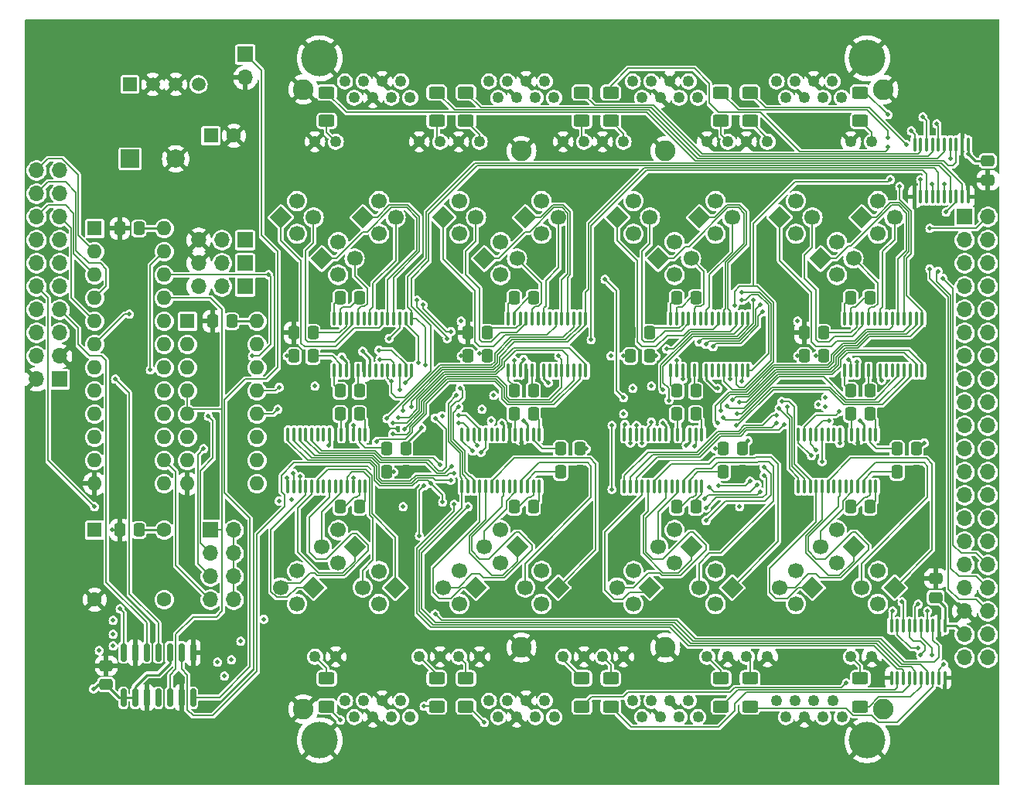
<source format=gbl>
G04 #@! TF.GenerationSoftware,KiCad,Pcbnew,8.0.4*
G04 #@! TF.CreationDate,2025-01-12T21:12:32-06:00*
G04 #@! TF.ProjectId,OctoCom,4f63746f-436f-46d2-9e6b-696361645f70,rev?*
G04 #@! TF.SameCoordinates,Original*
G04 #@! TF.FileFunction,Copper,L4,Bot*
G04 #@! TF.FilePolarity,Positive*
%FSLAX46Y46*%
G04 Gerber Fmt 4.6, Leading zero omitted, Abs format (unit mm)*
G04 Created by KiCad (PCBNEW 8.0.4) date 2025-01-12 21:12:32*
%MOMM*%
%LPD*%
G01*
G04 APERTURE LIST*
G04 Aperture macros list*
%AMRoundRect*
0 Rectangle with rounded corners*
0 $1 Rounding radius*
0 $2 $3 $4 $5 $6 $7 $8 $9 X,Y pos of 4 corners*
0 Add a 4 corners polygon primitive as box body*
4,1,4,$2,$3,$4,$5,$6,$7,$8,$9,$2,$3,0*
0 Add four circle primitives for the rounded corners*
1,1,$1+$1,$2,$3*
1,1,$1+$1,$4,$5*
1,1,$1+$1,$6,$7*
1,1,$1+$1,$8,$9*
0 Add four rect primitives between the rounded corners*
20,1,$1+$1,$2,$3,$4,$5,0*
20,1,$1+$1,$4,$5,$6,$7,0*
20,1,$1+$1,$6,$7,$8,$9,0*
20,1,$1+$1,$8,$9,$2,$3,0*%
%AMHorizOval*
0 Thick line with rounded ends*
0 $1 width*
0 $2 $3 position (X,Y) of the first rounded end (center of the circle)*
0 $4 $5 position (X,Y) of the second rounded end (center of the circle)*
0 Add line between two ends*
20,1,$1,$2,$3,$4,$5,0*
0 Add two circle primitives to create the rounded ends*
1,1,$1,$2,$3*
1,1,$1,$4,$5*%
%AMRotRect*
0 Rectangle, with rotation*
0 The origin of the aperture is its center*
0 $1 length*
0 $2 width*
0 $3 Rotation angle, in degrees counterclockwise*
0 Add horizontal line*
21,1,$1,$2,0,0,$3*%
G04 Aperture macros list end*
G04 #@! TA.AperFunction,SMDPad,CuDef*
%ADD10RoundRect,0.250000X0.475000X-0.337500X0.475000X0.337500X-0.475000X0.337500X-0.475000X-0.337500X0*%
G04 #@! TD*
G04 #@! TA.AperFunction,SMDPad,CuDef*
%ADD11RoundRect,0.250000X-0.475000X0.337500X-0.475000X-0.337500X0.475000X-0.337500X0.475000X0.337500X0*%
G04 #@! TD*
G04 #@! TA.AperFunction,ComponentPad*
%ADD12C,1.250000*%
G04 #@! TD*
G04 #@! TA.AperFunction,ComponentPad*
%ADD13C,2.250000*%
G04 #@! TD*
G04 #@! TA.AperFunction,ComponentPad*
%ADD14C,4.000000*%
G04 #@! TD*
G04 #@! TA.AperFunction,SMDPad,CuDef*
%ADD15RoundRect,0.100000X0.100000X-0.637500X0.100000X0.637500X-0.100000X0.637500X-0.100000X-0.637500X0*%
G04 #@! TD*
G04 #@! TA.AperFunction,SMDPad,CuDef*
%ADD16RoundRect,0.250000X0.625000X-0.400000X0.625000X0.400000X-0.625000X0.400000X-0.625000X-0.400000X0*%
G04 #@! TD*
G04 #@! TA.AperFunction,SMDPad,CuDef*
%ADD17RoundRect,0.250000X-0.625000X0.400000X-0.625000X-0.400000X0.625000X-0.400000X0.625000X0.400000X0*%
G04 #@! TD*
G04 #@! TA.AperFunction,ComponentPad*
%ADD18RotRect,1.700000X1.700000X45.000000*%
G04 #@! TD*
G04 #@! TA.AperFunction,ComponentPad*
%ADD19HorizOval,1.700000X0.000000X0.000000X0.000000X0.000000X0*%
G04 #@! TD*
G04 #@! TA.AperFunction,ComponentPad*
%ADD20RotRect,1.700000X1.700000X225.000000*%
G04 #@! TD*
G04 #@! TA.AperFunction,ComponentPad*
%ADD21HorizOval,1.700000X0.000000X0.000000X0.000000X0.000000X0*%
G04 #@! TD*
G04 #@! TA.AperFunction,ComponentPad*
%ADD22R,1.700000X1.700000*%
G04 #@! TD*
G04 #@! TA.AperFunction,ComponentPad*
%ADD23O,1.700000X1.700000*%
G04 #@! TD*
G04 #@! TA.AperFunction,ComponentPad*
%ADD24R,1.508000X1.508000*%
G04 #@! TD*
G04 #@! TA.AperFunction,ComponentPad*
%ADD25C,1.508000*%
G04 #@! TD*
G04 #@! TA.AperFunction,ComponentPad*
%ADD26C,0.800000*%
G04 #@! TD*
G04 #@! TA.AperFunction,ComponentPad*
%ADD27C,6.400000*%
G04 #@! TD*
G04 #@! TA.AperFunction,ComponentPad*
%ADD28R,1.600000X1.600000*%
G04 #@! TD*
G04 #@! TA.AperFunction,ComponentPad*
%ADD29C,1.600000*%
G04 #@! TD*
G04 #@! TA.AperFunction,ComponentPad*
%ADD30O,1.600000X1.600000*%
G04 #@! TD*
G04 #@! TA.AperFunction,ComponentPad*
%ADD31R,2.000000X2.000000*%
G04 #@! TD*
G04 #@! TA.AperFunction,ComponentPad*
%ADD32C,2.000000*%
G04 #@! TD*
G04 #@! TA.AperFunction,SMDPad,CuDef*
%ADD33RoundRect,0.100000X-0.100000X0.637500X-0.100000X-0.637500X0.100000X-0.637500X0.100000X0.637500X0*%
G04 #@! TD*
G04 #@! TA.AperFunction,SMDPad,CuDef*
%ADD34RoundRect,0.250000X0.337500X0.475000X-0.337500X0.475000X-0.337500X-0.475000X0.337500X-0.475000X0*%
G04 #@! TD*
G04 #@! TA.AperFunction,SMDPad,CuDef*
%ADD35RoundRect,0.250000X-0.337500X-0.475000X0.337500X-0.475000X0.337500X0.475000X-0.337500X0.475000X0*%
G04 #@! TD*
G04 #@! TA.AperFunction,SMDPad,CuDef*
%ADD36RoundRect,0.150000X-0.150000X0.825000X-0.150000X-0.825000X0.150000X-0.825000X0.150000X0.825000X0*%
G04 #@! TD*
G04 #@! TA.AperFunction,ViaPad*
%ADD37C,0.500000*%
G04 #@! TD*
G04 #@! TA.AperFunction,Conductor*
%ADD38C,0.127000*%
G04 #@! TD*
G04 #@! TA.AperFunction,Conductor*
%ADD39C,0.200000*%
G04 #@! TD*
G04 #@! TA.AperFunction,Conductor*
%ADD40C,0.254000*%
G04 #@! TD*
G04 APERTURE END LIST*
D10*
X170815000Y-103907500D03*
X170815000Y-101832500D03*
D11*
X176530000Y-56112500D03*
X176530000Y-58187500D03*
D12*
X113300000Y-117000000D03*
X112280000Y-115220000D03*
X111260000Y-117000000D03*
X110240000Y-115220000D03*
X109220000Y-117000000D03*
X108200000Y-115220000D03*
X107180000Y-117000000D03*
X106160000Y-115220000D03*
X116590000Y-110400000D03*
X114300000Y-110400000D03*
X105160000Y-110400000D03*
X102870000Y-110400000D03*
X129050000Y-117000000D03*
X128030000Y-115220000D03*
X127010000Y-117000000D03*
X125990000Y-115220000D03*
X124970000Y-117000000D03*
X123950000Y-115220000D03*
X122930000Y-117000000D03*
X121910000Y-115220000D03*
X132340000Y-110400000D03*
X130050000Y-110400000D03*
X120910000Y-110400000D03*
X118620000Y-110400000D03*
X144800000Y-117000000D03*
X143780000Y-115220000D03*
X142760000Y-117000000D03*
X141740000Y-115220000D03*
X140720000Y-117000000D03*
X139700000Y-115220000D03*
X138680000Y-117000000D03*
X137660000Y-115220000D03*
X148090000Y-110400000D03*
X145800000Y-110400000D03*
X136660000Y-110400000D03*
X134370000Y-110400000D03*
X160550000Y-117000000D03*
X159530000Y-115220000D03*
X158510000Y-117000000D03*
X157490000Y-115220000D03*
X156470000Y-117000000D03*
X155450000Y-115220000D03*
X154430000Y-117000000D03*
X153410000Y-115220000D03*
X163840000Y-110400000D03*
X161550000Y-110400000D03*
X152410000Y-110400000D03*
X150120000Y-110400000D03*
D13*
X101600000Y-116120000D03*
D14*
X103380000Y-119540000D03*
D13*
X125475000Y-109380000D03*
X141225000Y-109380000D03*
D14*
X163320000Y-119540000D03*
D13*
X165100000Y-116140000D03*
D15*
X171835000Y-112717500D03*
X171185000Y-112717500D03*
X170535000Y-112717500D03*
X169885000Y-112717500D03*
X169235000Y-112717500D03*
X168585000Y-112717500D03*
X167935000Y-112717500D03*
X167285000Y-112717500D03*
X166635000Y-112717500D03*
X165985000Y-112717500D03*
X165985000Y-106992500D03*
X166635000Y-106992500D03*
X167285000Y-106992500D03*
X167935000Y-106992500D03*
X168585000Y-106992500D03*
X169235000Y-106992500D03*
X169885000Y-106992500D03*
X170535000Y-106992500D03*
X171185000Y-106992500D03*
X171835000Y-106992500D03*
X174375000Y-54287500D03*
X173725000Y-54287500D03*
X173075000Y-54287500D03*
X172425000Y-54287500D03*
X171775000Y-54287500D03*
X171125000Y-54287500D03*
X170475000Y-54287500D03*
X169825000Y-54287500D03*
X169175000Y-54287500D03*
X168525000Y-54287500D03*
X168525000Y-60012500D03*
X169175000Y-60012500D03*
X169825000Y-60012500D03*
X170475000Y-60012500D03*
X171125000Y-60012500D03*
X171775000Y-60012500D03*
X172425000Y-60012500D03*
X173075000Y-60012500D03*
X173725000Y-60012500D03*
X174375000Y-60012500D03*
D16*
X150495000Y-115850001D03*
X150495000Y-112749999D03*
X162560000Y-115850001D03*
X162560000Y-112749999D03*
X135255000Y-115850001D03*
X135255000Y-112749999D03*
X147320000Y-115850001D03*
X147320000Y-112749999D03*
D17*
X162560000Y-48614999D03*
X162560000Y-51715001D03*
X150495000Y-48614999D03*
X150495000Y-51715001D03*
X147320000Y-48614999D03*
X147320000Y-51715001D03*
X135255000Y-48614999D03*
X135255000Y-51715001D03*
D16*
X119380000Y-115850001D03*
X119380000Y-112749999D03*
X132080000Y-115850001D03*
X132080000Y-112749999D03*
X104140000Y-115850001D03*
X104140000Y-112749999D03*
X116205000Y-115850001D03*
X116205000Y-112749999D03*
D17*
X132080000Y-48615000D03*
X132080000Y-51715000D03*
X119380000Y-48615000D03*
X119380000Y-51715000D03*
X116205000Y-48615000D03*
X116205000Y-51715000D03*
X104140000Y-48615000D03*
X104140000Y-51715000D03*
D18*
X116903821Y-62293821D03*
D19*
X118699872Y-60497770D03*
X118699872Y-64089872D03*
X120495923Y-62293821D03*
D20*
X111685573Y-102809715D03*
D21*
X109889522Y-104605766D03*
X109889522Y-101013664D03*
X108093471Y-102809715D03*
D20*
X139545923Y-102806179D03*
D21*
X137749872Y-104602230D03*
X137749872Y-101010128D03*
X135953821Y-102806179D03*
D22*
X91440000Y-96520000D03*
D23*
X93980000Y-96520000D03*
X91440000Y-99060000D03*
X93980000Y-99060000D03*
X91440000Y-101600000D03*
X93980000Y-101600000D03*
X91440000Y-104140000D03*
X93980000Y-104140000D03*
D18*
X144934077Y-62293822D03*
D19*
X146730128Y-60497771D03*
X146730128Y-64089873D03*
X148526179Y-62293822D03*
D18*
X140443949Y-66783949D03*
D19*
X142240000Y-64987898D03*
X142240000Y-68580000D03*
X144036051Y-66783949D03*
D24*
X82610000Y-47729999D03*
D25*
X85110000Y-47729999D03*
X87610000Y-47729999D03*
X90110000Y-47729999D03*
D18*
X125884077Y-62293821D03*
D19*
X127680128Y-60497770D03*
X127680128Y-64089872D03*
X129476179Y-62293821D03*
D18*
X153733821Y-62293821D03*
D19*
X155529872Y-60497770D03*
X155529872Y-64089872D03*
X157325923Y-62293821D03*
D26*
X171590000Y-49530000D03*
X172292944Y-47832944D03*
X172292944Y-51227056D03*
X173990000Y-47130000D03*
D27*
X173990000Y-49530000D03*
D26*
X173990000Y-51930000D03*
X175687056Y-47832944D03*
X175687056Y-51227056D03*
X176390000Y-49530000D03*
D20*
X124986051Y-98316051D03*
D21*
X123190000Y-100112102D03*
X123190000Y-96520000D03*
X121393949Y-98316051D03*
D20*
X161816051Y-98316051D03*
D21*
X160020000Y-100112102D03*
X160020000Y-96520000D03*
X158223949Y-98316051D03*
D20*
X166306179Y-102806179D03*
D21*
X164510128Y-104602230D03*
X164510128Y-101010128D03*
X162714077Y-102806179D03*
D18*
X103613949Y-66783949D03*
D19*
X105410000Y-64987898D03*
X105410000Y-68580000D03*
X107206051Y-66783949D03*
D18*
X121393949Y-66783949D03*
D19*
X123190000Y-64987898D03*
X123190000Y-68580000D03*
X124986051Y-66783949D03*
D28*
X78740000Y-96520000D03*
D29*
X78740000Y-104140000D03*
X86360000Y-104140000D03*
X86360000Y-96520000D03*
D20*
X144036051Y-98316051D03*
D21*
X142240000Y-100112102D03*
X142240000Y-96520000D03*
X140443949Y-98316051D03*
D18*
X108104077Y-62293821D03*
D19*
X109900128Y-60497770D03*
X109900128Y-64089872D03*
X111696179Y-62293821D03*
D28*
X78740000Y-63500000D03*
D30*
X78740000Y-66040000D03*
X78740000Y-68580000D03*
X78740000Y-71120000D03*
X78740000Y-73660000D03*
X78740000Y-76200000D03*
X78740000Y-78740000D03*
X78740000Y-81280000D03*
X78740000Y-83820000D03*
X78740000Y-86360000D03*
X78740000Y-88900000D03*
X78740000Y-91440000D03*
X86360000Y-91440000D03*
X86360000Y-88900000D03*
X86360000Y-86360000D03*
X86360000Y-83820000D03*
X86360000Y-81280000D03*
X86360000Y-78740000D03*
X86360000Y-76200000D03*
X86360000Y-73660000D03*
X86360000Y-71120000D03*
X86360000Y-68580000D03*
X86360000Y-66040000D03*
X86360000Y-63500000D03*
D26*
X72530000Y-49530000D03*
X73232944Y-47832944D03*
X73232944Y-51227056D03*
X74930000Y-47130000D03*
D27*
X74930000Y-49530000D03*
D26*
X74930000Y-51930000D03*
X76627056Y-47832944D03*
X76627056Y-51227056D03*
X77330000Y-49530000D03*
D18*
X162714077Y-62293821D03*
D19*
X164510128Y-60497770D03*
X164510128Y-64089872D03*
X166306179Y-62293821D03*
D31*
X82630000Y-55880000D03*
D32*
X87630000Y-55880000D03*
D20*
X129476179Y-102806178D03*
D21*
X127680128Y-104602229D03*
X127680128Y-101010127D03*
X125884077Y-102806178D03*
D26*
X171590000Y-120650000D03*
X172292944Y-118952944D03*
X172292944Y-122347056D03*
X173990000Y-118250000D03*
D27*
X173990000Y-120650000D03*
D26*
X173990000Y-123050000D03*
X175687056Y-118952944D03*
X175687056Y-122347056D03*
X176390000Y-120650000D03*
D20*
X102715923Y-102806179D03*
D21*
X100919872Y-104602230D03*
X100919872Y-101010128D03*
X99123821Y-102806179D03*
D20*
X148526179Y-102806179D03*
D21*
X146730128Y-104602230D03*
X146730128Y-101010128D03*
X144934077Y-102806179D03*
D22*
X95235000Y-67310000D03*
D23*
X92695000Y-67310000D03*
X90155001Y-67310000D03*
D26*
X72530000Y-120650000D03*
X73232944Y-118952944D03*
X73232944Y-122347056D03*
X74930000Y-118250000D03*
D27*
X74930000Y-120650000D03*
D26*
X74930000Y-123050000D03*
X76627056Y-118952944D03*
X76627056Y-122347056D03*
X77330000Y-120650000D03*
D20*
X120495923Y-102806179D03*
D21*
X118699872Y-104602230D03*
X118699872Y-101010128D03*
X116903821Y-102806179D03*
D18*
X135953821Y-62293821D03*
D19*
X137749872Y-60497770D03*
X137749872Y-64089872D03*
X139545923Y-62293821D03*
D28*
X88900000Y-73660000D03*
D30*
X88900000Y-76200000D03*
X88900000Y-78740000D03*
X88900000Y-81280000D03*
X88900000Y-83820000D03*
X88900000Y-86360000D03*
X88900000Y-88900000D03*
X88900000Y-91440000D03*
X96520000Y-91440000D03*
X96520000Y-88900000D03*
X96520000Y-86360000D03*
X96520000Y-83820000D03*
X96520000Y-81280000D03*
X96520000Y-78740000D03*
X96520000Y-76200000D03*
X96520000Y-73660000D03*
D18*
X158223949Y-66783949D03*
D19*
X160020000Y-64987898D03*
X160020000Y-68580000D03*
X161816051Y-66783949D03*
D20*
X157325923Y-102806179D03*
D21*
X155529872Y-104602230D03*
X155529872Y-101010128D03*
X153733821Y-102806179D03*
D18*
X99123821Y-62293821D03*
D19*
X100919872Y-60497770D03*
X100919872Y-64089872D03*
X102715923Y-62293821D03*
D22*
X173990000Y-62230000D03*
D23*
X176530000Y-62230000D03*
X173990000Y-64770000D03*
X176530000Y-64770000D03*
X173990000Y-67310000D03*
X176530000Y-67310000D03*
X173990000Y-69850000D03*
X176530000Y-69850000D03*
X173990000Y-72390000D03*
X176530000Y-72390000D03*
X173990000Y-74930000D03*
X176530000Y-74930000D03*
X173990000Y-77470000D03*
X176530000Y-77470000D03*
X173990000Y-80010000D03*
X176530000Y-80010000D03*
X173990000Y-82550000D03*
X176530000Y-82550000D03*
X173990000Y-85090000D03*
X176530000Y-85090000D03*
X173990000Y-87630000D03*
X176530000Y-87630000D03*
X173990000Y-90170000D03*
X176530000Y-90170000D03*
X173990000Y-92710000D03*
X176530000Y-92710000D03*
X173990000Y-95250000D03*
X176530000Y-95250000D03*
X173990000Y-97790000D03*
X176530000Y-97790000D03*
X173990000Y-100330000D03*
X176530000Y-100330000D03*
X173990000Y-102870000D03*
X176530000Y-102870000D03*
X173990000Y-105410000D03*
X176530000Y-105410000D03*
X173990000Y-107950000D03*
X176530000Y-107950000D03*
X173990000Y-110490000D03*
X176530000Y-110490000D03*
D22*
X95250000Y-44450000D03*
D23*
X95250000Y-46990000D03*
D22*
X74930000Y-80010000D03*
D23*
X72390000Y-80010000D03*
X74930000Y-77470000D03*
X72390000Y-77470000D03*
X74930000Y-74930001D03*
X72390000Y-74930000D03*
X74930000Y-72390000D03*
X72390000Y-72390000D03*
X74930000Y-69850000D03*
X72390000Y-69850000D03*
X74930000Y-67310000D03*
X72390000Y-67310000D03*
X74930000Y-64770000D03*
X72390000Y-64770000D03*
X74930000Y-62229999D03*
X72390000Y-62230000D03*
X74930000Y-59690000D03*
X72390000Y-59690000D03*
X74930000Y-57150000D03*
X72390000Y-57150000D03*
D22*
X95235000Y-64770000D03*
D23*
X92695000Y-64770000D03*
X90155001Y-64770000D03*
D22*
X95235000Y-69850000D03*
D23*
X92695000Y-69850000D03*
X90155001Y-69850000D03*
D28*
X91480000Y-53340000D03*
D29*
X93980000Y-53340000D03*
D20*
X107206051Y-98316051D03*
D21*
X105410000Y-100112102D03*
X105410000Y-96520000D03*
X103613949Y-98316051D03*
D33*
X104995000Y-73337500D03*
X105645000Y-73337500D03*
X106295000Y-73337500D03*
X106945000Y-73337500D03*
X107595000Y-73337500D03*
X108245000Y-73337500D03*
X108895000Y-73337500D03*
X109545000Y-73337500D03*
X110195000Y-73337500D03*
X110845000Y-73337500D03*
X111495000Y-73337500D03*
X112145000Y-73337500D03*
X112795000Y-73337500D03*
X113445000Y-73337500D03*
X113445000Y-79062500D03*
X112795000Y-79062500D03*
X112145000Y-79062500D03*
X111495000Y-79062500D03*
X110845000Y-79062500D03*
X110195000Y-79062500D03*
X109545000Y-79062500D03*
X108895000Y-79062500D03*
X108245000Y-79062500D03*
X107595000Y-79062500D03*
X106945000Y-79062500D03*
X106295000Y-79062500D03*
X105645000Y-79062500D03*
X104995000Y-79062500D03*
D34*
X121687500Y-74930000D03*
X119612500Y-74930000D03*
X107717500Y-83820000D03*
X105642500Y-83820000D03*
D35*
X110722500Y-90170000D03*
X112797500Y-90170000D03*
D34*
X139467500Y-77469999D03*
X137392500Y-77469999D03*
X163597500Y-83820000D03*
X161522500Y-83820000D03*
X158517500Y-74930000D03*
X156442500Y-74930000D03*
D35*
X147552500Y-87630000D03*
X149627500Y-87630000D03*
D34*
X121687500Y-77470000D03*
X119612500Y-77470000D03*
D35*
X129772500Y-87630000D03*
X131847500Y-87630000D03*
D15*
X108365000Y-91762500D03*
X107715000Y-91762500D03*
X107065000Y-91762500D03*
X106415000Y-91762500D03*
X105765000Y-91762500D03*
X105115000Y-91762500D03*
X104465000Y-91762500D03*
X103815000Y-91762500D03*
X103165000Y-91762500D03*
X102515000Y-91762500D03*
X101865000Y-91762500D03*
X101215000Y-91762500D03*
X100565000Y-91762500D03*
X99915000Y-91762500D03*
X99915000Y-86037500D03*
X100565000Y-86037500D03*
X101215000Y-86037500D03*
X101865000Y-86037500D03*
X102515000Y-86037500D03*
X103165000Y-86037500D03*
X103815000Y-86037500D03*
X104465000Y-86037500D03*
X105115000Y-86037500D03*
X105765000Y-86037500D03*
X106415000Y-86037500D03*
X107065000Y-86037500D03*
X107715000Y-86037500D03*
X108365000Y-86037500D03*
D35*
X161522500Y-81280000D03*
X163597500Y-81280000D03*
X129772500Y-90170000D03*
X131847500Y-90170000D03*
D34*
X139467500Y-74929999D03*
X137392500Y-74929999D03*
X126767500Y-83820000D03*
X124692500Y-83820000D03*
D10*
X80010000Y-113432500D03*
X80010000Y-111357500D03*
D36*
X81915000Y-109920000D03*
X83185000Y-109920000D03*
X84455000Y-109920000D03*
X85725000Y-109920000D03*
X86995000Y-109920000D03*
X88265000Y-109920000D03*
X89535000Y-109920000D03*
X89535000Y-114870000D03*
X88265000Y-114870000D03*
X86995000Y-114870000D03*
X85725000Y-114870000D03*
X84455000Y-114870000D03*
X83185000Y-114870000D03*
X81915000Y-114870000D03*
D34*
X158517500Y-77470000D03*
X156442500Y-77470000D03*
D15*
X127415000Y-91762500D03*
X126765000Y-91762500D03*
X126115000Y-91762500D03*
X125465000Y-91762500D03*
X124815000Y-91762500D03*
X124165000Y-91762500D03*
X123515000Y-91762500D03*
X122865000Y-91762500D03*
X122215000Y-91762500D03*
X121565000Y-91762500D03*
X120915000Y-91762500D03*
X120265000Y-91762500D03*
X119615000Y-91762500D03*
X118965000Y-91762500D03*
X118965000Y-86037500D03*
X119615000Y-86037500D03*
X120265000Y-86037500D03*
X120915000Y-86037500D03*
X121565000Y-86037500D03*
X122215000Y-86037500D03*
X122865000Y-86037500D03*
X123515000Y-86037500D03*
X124165000Y-86037500D03*
X124815000Y-86037500D03*
X125465000Y-86037500D03*
X126115000Y-86037500D03*
X126765000Y-86037500D03*
X127415000Y-86037500D03*
D34*
X102637500Y-77470000D03*
X100562500Y-77470000D03*
D35*
X124692500Y-71120000D03*
X126767500Y-71120000D03*
D34*
X83587500Y-63500000D03*
X81512500Y-63500000D03*
D35*
X147552500Y-90170000D03*
X149627500Y-90170000D03*
D33*
X160875000Y-73337500D03*
X161525000Y-73337500D03*
X162175000Y-73337500D03*
X162825000Y-73337500D03*
X163475000Y-73337500D03*
X164125000Y-73337500D03*
X164775000Y-73337500D03*
X165425000Y-73337500D03*
X166075000Y-73337500D03*
X166725000Y-73337500D03*
X167375000Y-73337500D03*
X168025000Y-73337500D03*
X168675000Y-73337500D03*
X169325000Y-73337500D03*
X169325000Y-79062500D03*
X168675000Y-79062500D03*
X168025000Y-79062500D03*
X167375000Y-79062500D03*
X166725000Y-79062500D03*
X166075000Y-79062500D03*
X165425000Y-79062500D03*
X164775000Y-79062500D03*
X164125000Y-79062500D03*
X163475000Y-79062500D03*
X162825000Y-79062500D03*
X162175000Y-79062500D03*
X161525000Y-79062500D03*
X160875000Y-79062500D03*
D34*
X107717500Y-93980000D03*
X105642500Y-93980000D03*
X144547500Y-83820000D03*
X142472500Y-83820000D03*
D35*
X142472500Y-71119999D03*
X144547500Y-71119999D03*
X105642500Y-81280000D03*
X107717500Y-81280000D03*
D33*
X141825000Y-73337500D03*
X142475000Y-73337500D03*
X143125000Y-73337500D03*
X143775000Y-73337500D03*
X144425000Y-73337500D03*
X145075000Y-73337500D03*
X145725000Y-73337500D03*
X146375000Y-73337500D03*
X147025000Y-73337500D03*
X147675000Y-73337500D03*
X148325000Y-73337500D03*
X148975000Y-73337500D03*
X149625000Y-73337500D03*
X150275000Y-73337500D03*
X150275000Y-79062500D03*
X149625000Y-79062500D03*
X148975000Y-79062500D03*
X148325000Y-79062500D03*
X147675000Y-79062500D03*
X147025000Y-79062500D03*
X146375000Y-79062500D03*
X145725000Y-79062500D03*
X145075000Y-79062500D03*
X144425000Y-79062500D03*
X143775000Y-79062500D03*
X143125000Y-79062500D03*
X142475000Y-79062500D03*
X141825000Y-79062500D03*
X124045000Y-73337500D03*
X124695000Y-73337500D03*
X125345000Y-73337500D03*
X125995000Y-73337500D03*
X126645000Y-73337500D03*
X127295000Y-73337500D03*
X127945000Y-73337500D03*
X128595000Y-73337500D03*
X129245000Y-73337500D03*
X129895000Y-73337500D03*
X130545000Y-73337500D03*
X131195000Y-73337500D03*
X131845000Y-73337500D03*
X132495000Y-73337500D03*
X132495000Y-79062500D03*
X131845000Y-79062500D03*
X131195000Y-79062500D03*
X130545000Y-79062500D03*
X129895000Y-79062500D03*
X129245000Y-79062500D03*
X128595000Y-79062500D03*
X127945000Y-79062500D03*
X127295000Y-79062500D03*
X126645000Y-79062500D03*
X125995000Y-79062500D03*
X125345000Y-79062500D03*
X124695000Y-79062500D03*
X124045000Y-79062500D03*
D34*
X83587500Y-96520000D03*
X81512500Y-96520000D03*
X102637500Y-74930000D03*
X100562500Y-74930000D03*
X126767500Y-93980000D03*
X124692500Y-93980000D03*
X163597500Y-93980000D03*
X161522500Y-93980000D03*
D35*
X161522500Y-71120000D03*
X163597500Y-71120000D03*
X166602500Y-87630000D03*
X168677500Y-87630000D03*
D34*
X93747500Y-73660000D03*
X91672500Y-73660000D03*
D15*
X145195000Y-91762500D03*
X144545000Y-91762500D03*
X143895000Y-91762500D03*
X143245000Y-91762500D03*
X142595000Y-91762500D03*
X141945000Y-91762500D03*
X141295000Y-91762500D03*
X140645000Y-91762500D03*
X139995000Y-91762500D03*
X139345000Y-91762500D03*
X138695000Y-91762500D03*
X138045000Y-91762500D03*
X137395000Y-91762500D03*
X136745000Y-91762500D03*
X136745000Y-86037500D03*
X137395000Y-86037500D03*
X138045000Y-86037500D03*
X138695000Y-86037500D03*
X139345000Y-86037500D03*
X139995000Y-86037500D03*
X140645000Y-86037500D03*
X141295000Y-86037500D03*
X141945000Y-86037500D03*
X142595000Y-86037500D03*
X143245000Y-86037500D03*
X143895000Y-86037500D03*
X144545000Y-86037500D03*
X145195000Y-86037500D03*
D35*
X166602500Y-90170000D03*
X168677500Y-90170000D03*
X105642500Y-71120000D03*
X107717500Y-71120000D03*
D34*
X144547500Y-93980000D03*
X142472500Y-93980000D03*
D15*
X164245000Y-91762500D03*
X163595000Y-91762500D03*
X162945000Y-91762500D03*
X162295000Y-91762500D03*
X161645000Y-91762500D03*
X160995000Y-91762500D03*
X160345000Y-91762500D03*
X159695000Y-91762500D03*
X159045000Y-91762500D03*
X158395000Y-91762500D03*
X157745000Y-91762500D03*
X157095000Y-91762500D03*
X156445000Y-91762500D03*
X155795000Y-91762500D03*
X155795000Y-86037500D03*
X156445000Y-86037500D03*
X157095000Y-86037500D03*
X157745000Y-86037500D03*
X158395000Y-86037500D03*
X159045000Y-86037500D03*
X159695000Y-86037500D03*
X160345000Y-86037500D03*
X160995000Y-86037500D03*
X161645000Y-86037500D03*
X162295000Y-86037500D03*
X162945000Y-86037500D03*
X163595000Y-86037500D03*
X164245000Y-86037500D03*
D35*
X110722500Y-87630000D03*
X112797500Y-87630000D03*
X142472500Y-81279999D03*
X144547500Y-81279999D03*
X124692500Y-81280000D03*
X126767500Y-81280000D03*
D12*
X153400000Y-47410000D03*
X154420000Y-49190000D03*
X155440000Y-47410000D03*
X156460000Y-49190000D03*
X157480000Y-47410000D03*
X158500000Y-49190000D03*
X159520000Y-47410000D03*
X160540000Y-49190000D03*
X150110000Y-54010000D03*
X152400000Y-54010000D03*
X161540000Y-54010000D03*
X163830000Y-54010000D03*
X137650000Y-47410000D03*
X138670000Y-49190000D03*
X139690000Y-47410000D03*
X140710000Y-49190000D03*
X141730000Y-47410000D03*
X142750000Y-49190000D03*
X143770000Y-47410000D03*
X144790000Y-49190000D03*
X134360000Y-54010000D03*
X136650000Y-54010000D03*
X145790000Y-54010000D03*
X148080000Y-54010000D03*
X121900000Y-47410000D03*
X122920000Y-49190000D03*
X123940000Y-47410000D03*
X124960000Y-49190000D03*
X125980000Y-47410000D03*
X127000000Y-49190000D03*
X128020000Y-47410000D03*
X129040000Y-49190000D03*
X118610000Y-54010000D03*
X120900000Y-54010000D03*
X130040000Y-54010000D03*
X132330000Y-54010000D03*
X106150000Y-47410000D03*
X107170000Y-49190000D03*
X108190000Y-47410000D03*
X109210000Y-49190000D03*
X110230000Y-47410000D03*
X111250000Y-49190000D03*
X112270000Y-47410000D03*
X113290000Y-49190000D03*
X102860000Y-54010000D03*
X105150000Y-54010000D03*
X114290000Y-54010000D03*
X116580000Y-54010000D03*
D13*
X165100000Y-48290000D03*
D14*
X163320000Y-44870000D03*
D13*
X141225000Y-55030000D03*
X125475000Y-55030000D03*
D14*
X103380000Y-44870000D03*
D13*
X101600000Y-48270000D03*
D37*
X114681000Y-71882000D03*
X117729000Y-74803000D03*
X114046000Y-71374000D03*
X117348000Y-75565000D03*
X98806000Y-83312000D03*
X136652000Y-83820000D03*
X98933000Y-80899000D03*
X137668000Y-81026000D03*
X134366000Y-91440000D03*
X132080000Y-91440000D03*
X131064000Y-92710000D03*
X134366000Y-92710000D03*
X119888000Y-89916000D03*
X135382000Y-105410000D03*
X97282000Y-106299000D03*
X92202000Y-110998000D03*
X92964000Y-112522000D03*
X93726000Y-110744000D03*
X94742000Y-108712000D03*
X79248000Y-109728000D03*
X80772000Y-109220000D03*
X80772000Y-107950000D03*
X80772000Y-106426000D03*
X116014500Y-105727500D03*
X114808000Y-115824000D03*
X105664000Y-117348000D03*
X170434000Y-110236000D03*
X168910000Y-109474000D03*
X121412000Y-117602000D03*
X161036000Y-113284000D03*
X169164000Y-110236000D03*
X108458000Y-96774000D03*
X101600000Y-96520000D03*
X91440000Y-91440000D03*
X119634000Y-93980000D03*
X118110000Y-93726000D03*
X171704000Y-111252000D03*
X169926000Y-105410000D03*
X171958000Y-61722000D03*
X165608000Y-51054000D03*
X171775000Y-58674000D03*
X167640000Y-54356000D03*
X170434000Y-58674000D03*
X165608000Y-53594000D03*
X169164000Y-58166000D03*
X165608000Y-54610000D03*
X169418000Y-51308000D03*
X165862000Y-58166000D03*
X172466000Y-55880000D03*
X168910000Y-104648000D03*
X166116000Y-105410000D03*
X167132000Y-104394000D03*
X170942000Y-52070000D03*
X166878000Y-58928000D03*
X168148000Y-52832000D03*
X163322000Y-65786000D03*
X164338000Y-68326000D03*
X127254000Y-66294000D03*
X109474000Y-68326000D03*
X109220000Y-66294000D03*
X128524000Y-67564000D03*
X129540000Y-77470000D03*
X133096000Y-75692000D03*
X174371000Y-55372000D03*
X106045000Y-104140000D03*
X108712000Y-54356000D03*
X123317000Y-84836000D03*
X114554000Y-85344000D03*
X132588000Y-87630000D03*
X105791000Y-77597000D03*
X78613000Y-113919000D03*
X99822000Y-77470000D03*
X143510000Y-87249000D03*
X135255000Y-77470000D03*
X136652000Y-77470000D03*
X162560000Y-84582000D03*
X102870000Y-80772000D03*
X104394000Y-87249000D03*
X140970000Y-84836000D03*
X125730000Y-84582000D03*
X160324800Y-87020400D03*
X128397000Y-80391000D03*
X125730000Y-77851000D03*
X112522000Y-93980000D03*
X162175000Y-78105000D03*
X143129000Y-80010000D03*
X164896800Y-80111600D03*
X118872000Y-77470000D03*
X150241000Y-86741000D03*
X155702000Y-77470000D03*
X155702000Y-73660000D03*
X146939000Y-81026000D03*
X149352000Y-93980000D03*
X118872000Y-73660000D03*
X139700000Y-80772000D03*
X108077000Y-76962000D03*
X107061000Y-85090000D03*
X169545000Y-86995000D03*
X165735000Y-67945000D03*
X147320000Y-96520000D03*
X109982000Y-69723000D03*
X155702000Y-74930000D03*
X106934000Y-77978000D03*
X78740000Y-59055000D03*
X152019000Y-86741000D03*
X137160000Y-97790000D03*
X149860000Y-67945000D03*
X129540000Y-99695000D03*
X128270000Y-85090000D03*
X162814000Y-80010000D03*
X148717000Y-90170000D03*
X110490000Y-97790000D03*
X122428000Y-73660000D03*
X127254000Y-77978000D03*
X154305000Y-57785000D03*
X141859000Y-87122000D03*
X125476000Y-86995000D03*
X99822000Y-74930000D03*
X162306000Y-86995000D03*
X80772000Y-63500000D03*
X159385000Y-52705000D03*
X170815000Y-100965000D03*
X106426000Y-86995000D03*
X156845000Y-57785000D03*
X137287000Y-74041000D03*
X131064000Y-89789000D03*
X118872000Y-74930000D03*
X116078000Y-93980000D03*
X82550000Y-71120000D03*
X140589000Y-89281000D03*
X151130000Y-86741000D03*
X163830000Y-76200000D03*
X99695000Y-98425000D03*
X113030000Y-57785000D03*
X146812000Y-71882000D03*
X138049000Y-94615000D03*
X74295000Y-83820000D03*
X104775000Y-84836000D03*
X132080000Y-76200000D03*
X169164000Y-68580000D03*
X152400000Y-82931000D03*
X116078000Y-64770000D03*
X117475000Y-57785000D03*
X93980000Y-106045000D03*
X159258000Y-73660000D03*
X140970000Y-83947000D03*
X93726000Y-76200000D03*
X80645000Y-96520000D03*
X113030000Y-64770000D03*
X118745000Y-76454000D03*
X147066000Y-68580000D03*
X84836000Y-98552000D03*
X150241000Y-72009000D03*
X145542000Y-65659000D03*
X116586000Y-83185000D03*
X91694000Y-76200000D03*
X165735000Y-93980000D03*
X144526000Y-69342000D03*
X80772000Y-77978000D03*
X164084000Y-78105000D03*
X139573000Y-69215000D03*
X102108000Y-90170000D03*
X136525000Y-68580000D03*
X125730000Y-80264000D03*
X113538000Y-89916000D03*
X141097000Y-71628000D03*
X154559000Y-92710000D03*
X124206000Y-87122000D03*
X114300000Y-59690000D03*
X129286000Y-69088000D03*
X149860000Y-97790000D03*
X110109000Y-82677000D03*
X104521000Y-81407000D03*
X83820000Y-78740000D03*
X83820000Y-73660000D03*
X153974800Y-80314800D03*
X159004000Y-88138000D03*
X128270000Y-96520000D03*
X80772000Y-69088000D03*
X111887000Y-75565000D03*
X146812000Y-81915000D03*
X101981000Y-83566000D03*
X93726000Y-94742000D03*
X158242000Y-80314800D03*
X168656000Y-91186000D03*
X115316000Y-86868000D03*
X122555000Y-51435000D03*
X151384000Y-93980000D03*
X160020000Y-80010000D03*
X132080000Y-64770000D03*
X121285000Y-81153000D03*
X90932000Y-73660000D03*
X102870000Y-73660000D03*
X143383000Y-84963000D03*
X160680400Y-84836000D03*
X110109000Y-84963000D03*
X159385000Y-59055000D03*
X168275000Y-97155000D03*
X120904000Y-77216000D03*
X124714000Y-77978000D03*
X107061000Y-90805000D03*
X111506000Y-90170000D03*
X140208000Y-77470000D03*
X142494000Y-77978000D03*
X157734000Y-77470000D03*
X161290000Y-77851000D03*
X144399000Y-87376000D03*
X146685000Y-87630000D03*
X78740000Y-93980000D03*
X151638000Y-92329000D03*
X145542000Y-93091000D03*
X81026000Y-80010000D03*
X170180000Y-67945000D03*
X150876000Y-71374000D03*
X144907000Y-75946000D03*
X150495000Y-91186000D03*
X147066000Y-91694000D03*
X171577000Y-68961000D03*
X145669000Y-76200000D03*
X151638000Y-71882000D03*
X151892000Y-72644000D03*
X146431000Y-76454000D03*
X146050000Y-91821000D03*
X151257000Y-91567000D03*
X171069000Y-68199000D03*
X170180000Y-63500000D03*
X82550000Y-72898000D03*
X112649000Y-85471000D03*
X115570000Y-91440000D03*
X145669000Y-95504000D03*
X152019000Y-89662000D03*
X116840000Y-93472000D03*
X96012000Y-77470000D03*
X97790000Y-68580000D03*
X136652000Y-82042000D03*
X134620000Y-69088000D03*
X118364000Y-81788000D03*
X112145000Y-81153000D03*
X111379000Y-85979000D03*
X116776500Y-84010500D03*
X101215000Y-90678000D03*
X113411000Y-83058000D03*
X111252000Y-80264000D03*
X116586000Y-89408000D03*
X118745000Y-81026000D03*
X117856000Y-89535000D03*
X118618000Y-83947000D03*
X100457000Y-90297000D03*
X122174000Y-84582000D03*
X110744000Y-84328000D03*
X120650000Y-87249000D03*
X111379000Y-84836000D03*
X121031000Y-88011000D03*
X109982000Y-77851000D03*
X135382000Y-92075000D03*
X114300000Y-97155000D03*
X135382000Y-85090000D03*
X152019000Y-90551000D03*
X145669000Y-94107000D03*
X114808000Y-91694000D03*
X114173000Y-78232000D03*
X109601000Y-86868000D03*
X118110000Y-90297000D03*
X121158000Y-83300000D03*
X99822000Y-90805000D03*
X118618000Y-84836000D03*
X112522000Y-83439000D03*
X84836000Y-78994000D03*
X157988000Y-82804000D03*
X122428000Y-81788000D03*
X117729000Y-91059000D03*
X120142000Y-87884000D03*
X116014500Y-84264500D03*
X114935000Y-78486000D03*
X109855000Y-76835000D03*
X110998000Y-75565000D03*
X118618000Y-83058000D03*
X112014000Y-84201000D03*
X112776000Y-80391000D03*
X100330000Y-93218000D03*
X158750000Y-83058000D03*
X158750000Y-82042000D03*
X98933000Y-93345000D03*
X149606000Y-71374000D03*
X149606000Y-70485000D03*
X141351000Y-76708000D03*
X140970000Y-81153000D03*
X148780500Y-71945500D03*
X148325000Y-80010000D03*
X141605000Y-82300000D03*
X149606000Y-80264000D03*
X149352000Y-82550000D03*
X146939000Y-84836000D03*
X147320000Y-83439000D03*
X147955000Y-82931000D03*
X148971000Y-85090000D03*
X148590000Y-82296000D03*
X147574000Y-84201000D03*
X149098000Y-83820000D03*
X137395000Y-86995000D03*
X138695000Y-86995000D03*
X153416000Y-83972400D03*
X153416000Y-84785200D03*
X138049000Y-85090000D03*
X139700000Y-84709000D03*
X154228800Y-84988400D03*
X136779000Y-84963000D03*
X157734000Y-87757000D03*
X159131000Y-84582000D03*
X157226000Y-88392000D03*
X153670000Y-83210400D03*
X154559000Y-83007200D03*
X158369000Y-89027000D03*
X153974800Y-82448400D03*
X160274000Y-83566000D03*
X90678000Y-87630000D03*
X91186000Y-84074000D03*
X81534000Y-105156000D03*
D38*
X167640000Y-66802000D02*
X168148000Y-66294000D01*
X168148000Y-66294000D02*
X168148000Y-61595000D01*
X167640000Y-70866000D02*
X167640000Y-66802000D01*
X169325000Y-73337500D02*
X169325000Y-72551000D01*
X169325000Y-72551000D02*
X167640000Y-70866000D01*
X168148000Y-61595000D02*
X166878000Y-60325000D01*
X166878000Y-60325000D02*
X166878000Y-58928000D01*
X169164000Y-58166000D02*
X169175000Y-58177000D01*
X169175000Y-58177000D02*
X169175000Y-60012500D01*
X110109000Y-88900000D02*
X109347000Y-88138000D01*
X116840000Y-90043000D02*
X116395500Y-90043000D01*
X117221000Y-89662000D02*
X116840000Y-90043000D01*
X109347000Y-88138000D02*
X103378000Y-88138000D01*
X117221000Y-85471000D02*
X117221000Y-89662000D01*
X103378000Y-88138000D02*
X101865000Y-86625000D01*
X116395500Y-90043000D02*
X115252500Y-88900000D01*
X115252500Y-88900000D02*
X110109000Y-88900000D01*
X101865000Y-86625000D02*
X101865000Y-86037500D01*
X116014500Y-84264500D02*
X117221000Y-85471000D01*
X130683000Y-76581000D02*
X132495000Y-78393000D01*
X124587000Y-76581000D02*
X130683000Y-76581000D01*
X123317000Y-77851000D02*
X124587000Y-76581000D01*
X114046000Y-82169000D02*
X116967000Y-79248000D01*
X114046000Y-83312000D02*
X114046000Y-82169000D01*
X116967000Y-79248000D02*
X122555000Y-79248000D01*
X122555000Y-79248000D02*
X123317000Y-78486000D01*
X113157000Y-84201000D02*
X114046000Y-83312000D01*
X123317000Y-78486000D02*
X123317000Y-77851000D01*
X132495000Y-78393000D02*
X132495000Y-79062500D01*
X112014000Y-84201000D02*
X113157000Y-84201000D01*
X130545000Y-77459000D02*
X130545000Y-79062500D01*
X129921000Y-76835000D02*
X130545000Y-77459000D01*
X124841000Y-76835000D02*
X129921000Y-76835000D01*
X123571000Y-78613000D02*
X123571000Y-78105000D01*
X117094000Y-79502000D02*
X122682000Y-79502000D01*
X123571000Y-78105000D02*
X124841000Y-76835000D01*
X114300000Y-82296000D02*
X117094000Y-79502000D01*
X114300000Y-83439000D02*
X114300000Y-82296000D01*
X112903000Y-84836000D02*
X114300000Y-83439000D01*
X111379000Y-84836000D02*
X112903000Y-84836000D01*
X122682000Y-79502000D02*
X123571000Y-78613000D01*
X130556000Y-75946000D02*
X132495000Y-74007000D01*
X132495000Y-74007000D02*
X132495000Y-73337500D01*
X123063000Y-77597000D02*
X124714000Y-75946000D01*
X123063000Y-78359000D02*
X123063000Y-77597000D01*
X116840000Y-78994000D02*
X122428000Y-78994000D01*
X122428000Y-78994000D02*
X123063000Y-78359000D01*
X113411000Y-82423000D02*
X116840000Y-78994000D01*
X124714000Y-75946000D02*
X130556000Y-75946000D01*
X113411000Y-83058000D02*
X113411000Y-82423000D01*
X130302000Y-75692000D02*
X131845000Y-74149000D01*
X122809000Y-77343000D02*
X124460000Y-75692000D01*
X124460000Y-75692000D02*
X130302000Y-75692000D01*
X131845000Y-74149000D02*
X131845000Y-73337500D01*
X122301000Y-78740000D02*
X122809000Y-78232000D01*
X116713000Y-78740000D02*
X122301000Y-78740000D01*
X122809000Y-78232000D02*
X122809000Y-77343000D01*
X112522000Y-82931000D02*
X116713000Y-78740000D01*
X112522000Y-83439000D02*
X112522000Y-82931000D01*
X130048000Y-75438000D02*
X131195000Y-74291000D01*
X122555000Y-78105000D02*
X122555000Y-77152500D01*
X122555000Y-77152500D02*
X124269500Y-75438000D01*
X122174000Y-78486000D02*
X122555000Y-78105000D01*
X124269500Y-75438000D02*
X130048000Y-75438000D01*
X116586000Y-78486000D02*
X122174000Y-78486000D01*
X131195000Y-74291000D02*
X131195000Y-73337500D01*
X110744000Y-84328000D02*
X116586000Y-78486000D01*
X116903821Y-66865821D02*
X116903821Y-62293821D01*
X120396000Y-75946000D02*
X120396000Y-70358000D01*
X122428000Y-76454000D02*
X120904000Y-76454000D01*
X123698000Y-75184000D02*
X122428000Y-76454000D01*
X120904000Y-76454000D02*
X120396000Y-75946000D01*
X128270000Y-75184000D02*
X123698000Y-75184000D01*
X129245000Y-74209000D02*
X128270000Y-75184000D01*
X129245000Y-73337500D02*
X129245000Y-74209000D01*
X120396000Y-70358000D02*
X116903821Y-66865821D01*
D39*
X121433500Y-77216000D02*
X121687500Y-77470000D01*
X120904000Y-77216000D02*
X121433500Y-77216000D01*
D40*
X79099500Y-113432500D02*
X80010000Y-113432500D01*
X78613000Y-113919000D02*
X79099500Y-113432500D01*
D38*
X114681000Y-72263000D02*
X117221000Y-74803000D01*
X117221000Y-74803000D02*
X117729000Y-74803000D01*
X114681000Y-71882000D02*
X114681000Y-72263000D01*
X114046000Y-72136000D02*
X114046000Y-71374000D01*
X117348000Y-75438000D02*
X114046000Y-72136000D01*
X117348000Y-75565000D02*
X117348000Y-75438000D01*
X98552000Y-81280000D02*
X96520000Y-81280000D01*
X98933000Y-80899000D02*
X98552000Y-81280000D01*
X98298000Y-83820000D02*
X96520000Y-83820000D01*
X98806000Y-83312000D02*
X98298000Y-83820000D01*
D40*
X131445000Y-90170000D02*
X131847500Y-90170000D01*
X131064000Y-89789000D02*
X131445000Y-90170000D01*
D38*
X152781000Y-90424000D02*
X152019000Y-89662000D01*
X152781000Y-92710000D02*
X152781000Y-90424000D01*
X147828000Y-93345000D02*
X152146000Y-93345000D01*
X152146000Y-93345000D02*
X152781000Y-92710000D01*
X145669000Y-95504000D02*
X147828000Y-93345000D01*
X116840000Y-92710000D02*
X115570000Y-91440000D01*
X116840000Y-93472000D02*
X116840000Y-92710000D01*
X167285000Y-111913000D02*
X167285000Y-112717500D01*
X167132000Y-111760000D02*
X167285000Y-111913000D01*
X166624000Y-111760000D02*
X167132000Y-111760000D01*
X164084000Y-109220000D02*
X166624000Y-111760000D01*
X143764000Y-109220000D02*
X164084000Y-109220000D01*
X141732000Y-107188000D02*
X143764000Y-109220000D01*
X115570000Y-107188000D02*
X141732000Y-107188000D01*
X118110000Y-94488000D02*
X114046000Y-98552000D01*
X114046000Y-98552000D02*
X114046000Y-105664000D01*
X114046000Y-105664000D02*
X115570000Y-107188000D01*
X118110000Y-93726000D02*
X118110000Y-94488000D01*
X169885000Y-111973000D02*
X169885000Y-112717500D01*
X167132000Y-111252000D02*
X169164000Y-111252000D01*
X169164000Y-111252000D02*
X169885000Y-111973000D01*
X144272000Y-108712000D02*
X164592000Y-108712000D01*
X114554000Y-105156000D02*
X116078000Y-106680000D01*
X119634000Y-93980000D02*
X114554000Y-99060000D01*
X116078000Y-106680000D02*
X142240000Y-106680000D01*
X142240000Y-106680000D02*
X144272000Y-108712000D01*
X164592000Y-108712000D02*
X167132000Y-111252000D01*
X114554000Y-99060000D02*
X114554000Y-105156000D01*
X119888000Y-90678000D02*
X120265000Y-91055000D01*
X119253000Y-90170000D02*
X119761000Y-90678000D01*
X119253000Y-87884000D02*
X119253000Y-90170000D01*
X120265000Y-91055000D02*
X120265000Y-91762500D01*
X117983000Y-83693000D02*
X117983000Y-86614000D01*
X117983000Y-86614000D02*
X119253000Y-87884000D01*
X119761000Y-90678000D02*
X119888000Y-90678000D01*
X118618000Y-83058000D02*
X117983000Y-83693000D01*
X118999000Y-90424000D02*
X119615000Y-91040000D01*
X118999000Y-88011000D02*
X118999000Y-90424000D01*
X117729000Y-86741000D02*
X118999000Y-88011000D01*
X119615000Y-91040000D02*
X119615000Y-91762500D01*
X118364000Y-82423000D02*
X117729000Y-83058000D01*
X118618000Y-82423000D02*
X118364000Y-82423000D01*
X118999000Y-82042000D02*
X118618000Y-82423000D01*
X118999000Y-81280000D02*
X118999000Y-82042000D01*
X117729000Y-83058000D02*
X117729000Y-86741000D01*
X118745000Y-81026000D02*
X118999000Y-81280000D01*
X118745000Y-88138000D02*
X118745000Y-90678000D01*
X117475000Y-86868000D02*
X118745000Y-88138000D01*
X118965000Y-90898000D02*
X118965000Y-91762500D01*
X117475000Y-82677000D02*
X117475000Y-86868000D01*
X118364000Y-81788000D02*
X117475000Y-82677000D01*
X118745000Y-90678000D02*
X118965000Y-90898000D01*
X100565000Y-86722000D02*
X100565000Y-86037500D01*
X102489000Y-88646000D02*
X100565000Y-86722000D01*
X109093000Y-88646000D02*
X102489000Y-88646000D01*
X109855000Y-89408000D02*
X109093000Y-88646000D01*
X109855000Y-90805000D02*
X109855000Y-89408000D01*
X110236000Y-91186000D02*
X109855000Y-90805000D01*
X113284000Y-91186000D02*
X110236000Y-91186000D01*
X117602000Y-90297000D02*
X117348000Y-90551000D01*
X117348000Y-90551000D02*
X113919000Y-90551000D01*
X113919000Y-90551000D02*
X113284000Y-91186000D01*
X118110000Y-90297000D02*
X117602000Y-90297000D01*
X101215000Y-86737000D02*
X101215000Y-86037500D01*
X102870000Y-88392000D02*
X101215000Y-86737000D01*
X109982000Y-89154000D02*
X109220000Y-88392000D01*
X109220000Y-88392000D02*
X102870000Y-88392000D01*
X115062000Y-89154000D02*
X109982000Y-89154000D01*
X116205000Y-90297000D02*
X115062000Y-89154000D01*
X117856000Y-89535000D02*
X117094000Y-90297000D01*
X117094000Y-90297000D02*
X116205000Y-90297000D01*
X150722999Y-116078000D02*
X150495000Y-115850001D01*
X161036000Y-116078000D02*
X150722999Y-116078000D01*
X161798000Y-116840000D02*
X161036000Y-116078000D01*
X163830000Y-116840000D02*
X161798000Y-116840000D01*
X164592000Y-117602000D02*
X163830000Y-116840000D01*
X170535000Y-113691000D02*
X166624000Y-117602000D01*
X170535000Y-112717500D02*
X170535000Y-113691000D01*
X166624000Y-117602000D02*
X164592000Y-117602000D01*
X169235000Y-113650000D02*
X169235000Y-112717500D01*
X168077000Y-114808000D02*
X169235000Y-113650000D01*
X163529601Y-115850001D02*
X164571602Y-114808000D01*
X164571602Y-114808000D02*
X168077000Y-114808000D01*
X162560000Y-115850001D02*
X163529601Y-115850001D01*
D40*
X175111500Y-56112500D02*
X174371000Y-55372000D01*
X176530000Y-56112500D02*
X175111500Y-56112500D01*
X171835000Y-104927500D02*
X170815000Y-103907500D01*
X171835000Y-106992500D02*
X171835000Y-104927500D01*
D38*
X115189000Y-91059000D02*
X115570000Y-91440000D01*
X113538000Y-91694000D02*
X114173000Y-91059000D01*
X114173000Y-91059000D02*
X115189000Y-91059000D01*
X109982000Y-91694000D02*
X113538000Y-91694000D01*
X109347000Y-91059000D02*
X109982000Y-91694000D01*
X108839000Y-89154000D02*
X109347000Y-89662000D01*
X100584000Y-89154000D02*
X108839000Y-89154000D01*
X99187000Y-92329000D02*
X99187000Y-90551000D01*
X99568000Y-92710000D02*
X99187000Y-92329000D01*
X99568000Y-93980000D02*
X99568000Y-92710000D01*
X109347000Y-89662000D02*
X109347000Y-91059000D01*
X89535000Y-116840000D02*
X91694000Y-116840000D01*
X88900000Y-116205000D02*
X89535000Y-116840000D01*
X91694000Y-116840000D02*
X96520000Y-112014000D01*
X99187000Y-90551000D02*
X100584000Y-89154000D01*
X88900000Y-112395000D02*
X88900000Y-116205000D01*
X88265000Y-111760000D02*
X88900000Y-112395000D01*
X96520000Y-97028000D02*
X99568000Y-93980000D01*
X96520000Y-112014000D02*
X96520000Y-97028000D01*
X88265000Y-109920000D02*
X88265000Y-111760000D01*
X97028000Y-64262000D02*
X97028000Y-46228000D01*
X98806000Y-66040000D02*
X97028000Y-64262000D01*
X97028000Y-46228000D02*
X95250000Y-44450000D01*
X92964000Y-92456000D02*
X92964000Y-82296000D01*
X97536000Y-80010000D02*
X98806000Y-78740000D01*
X92964000Y-82296000D02*
X95250000Y-80010000D01*
X95758000Y-95250000D02*
X92964000Y-92456000D01*
X95758000Y-111506000D02*
X95758000Y-95250000D01*
X92394000Y-114870000D02*
X95758000Y-111506000D01*
X89535000Y-114870000D02*
X92394000Y-114870000D01*
X95250000Y-80010000D02*
X97536000Y-80010000D01*
X98806000Y-78740000D02*
X98806000Y-66040000D01*
X73660000Y-71120000D02*
X72390000Y-69850000D01*
X78740000Y-93980000D02*
X73660000Y-88900000D01*
X73660000Y-88900000D02*
X73660000Y-71120000D01*
X84455000Y-106680000D02*
X84455000Y-109920000D01*
X80010000Y-102235000D02*
X84455000Y-106680000D01*
X78232000Y-77470000D02*
X79502000Y-77470000D01*
X76962000Y-74422000D02*
X76962000Y-76200000D01*
X76962000Y-76200000D02*
X78232000Y-77470000D01*
X74930000Y-72390000D02*
X76962000Y-74422000D01*
X79502000Y-77470000D02*
X80010000Y-77978000D01*
X80010000Y-77978000D02*
X80010000Y-102235000D01*
X76200000Y-63499999D02*
X74930000Y-62229999D01*
X78740000Y-73660000D02*
X76200000Y-71120000D01*
X76200000Y-71120000D02*
X76200000Y-63499999D01*
X84836000Y-78994000D02*
X84836000Y-67564000D01*
X84836000Y-67564000D02*
X86360000Y-66040000D01*
X156445000Y-85236000D02*
X156445000Y-86037500D01*
X157734000Y-83947000D02*
X156445000Y-85236000D01*
X159893000Y-83947000D02*
X157734000Y-83947000D01*
X160274000Y-83566000D02*
X159893000Y-83947000D01*
X157745000Y-85333000D02*
X157745000Y-86037500D01*
X158496000Y-84582000D02*
X157745000Y-85333000D01*
X159131000Y-84582000D02*
X158496000Y-84582000D01*
D39*
X144545000Y-87230000D02*
X144545000Y-86037500D01*
X144399000Y-87376000D02*
X144545000Y-87230000D01*
D38*
X136745000Y-90585000D02*
X136745000Y-91762500D01*
X139319000Y-88011000D02*
X136745000Y-90585000D01*
X146989800Y-85725000D02*
X144703800Y-88011000D01*
X149225000Y-85725000D02*
X146989800Y-85725000D01*
X151892000Y-85090000D02*
X149860000Y-85090000D01*
X144703800Y-88011000D02*
X139319000Y-88011000D01*
X153009600Y-83972400D02*
X151892000Y-85090000D01*
X149860000Y-85090000D02*
X149225000Y-85725000D01*
X153416000Y-83972400D02*
X153009600Y-83972400D01*
X137395000Y-90697000D02*
X137395000Y-91762500D01*
X147142200Y-85979000D02*
X144856200Y-88265000D01*
X144856200Y-88265000D02*
X139827000Y-88265000D01*
X139827000Y-88265000D02*
X137395000Y-90697000D01*
X149352000Y-85979000D02*
X147142200Y-85979000D01*
X149987000Y-85344000D02*
X149352000Y-85979000D01*
X152857200Y-85344000D02*
X149987000Y-85344000D01*
X153416000Y-84785200D02*
X152857200Y-85344000D01*
X138045000Y-90809000D02*
X138045000Y-91762500D01*
X144995900Y-88519000D02*
X140335000Y-88519000D01*
X149479000Y-86233000D02*
X147281900Y-86233000D01*
X140335000Y-88519000D02*
X138045000Y-90809000D01*
X153619200Y-85598000D02*
X150114000Y-85598000D01*
X147281900Y-86233000D02*
X144995900Y-88519000D01*
X154228800Y-84988400D02*
X153619200Y-85598000D01*
X150114000Y-85598000D02*
X149479000Y-86233000D01*
D40*
X143895000Y-86864000D02*
X143895000Y-86037500D01*
X143510000Y-87249000D02*
X143895000Y-86864000D01*
D38*
X150275000Y-74134000D02*
X150275000Y-73337500D01*
X140970000Y-78613000D02*
X144272000Y-75311000D01*
X140970000Y-80384374D02*
X140970000Y-78613000D01*
X141605000Y-81019374D02*
X140970000Y-80384374D01*
X144272000Y-75311000D02*
X149098000Y-75311000D01*
X149098000Y-75311000D02*
X150275000Y-74134000D01*
X141605000Y-82300000D02*
X141605000Y-81019374D01*
X165608000Y-54864000D02*
X165608000Y-54610000D01*
X165354000Y-55118000D02*
X165608000Y-54864000D01*
X147066000Y-50800000D02*
X151638000Y-50800000D01*
X146050000Y-47625000D02*
X146050000Y-49784000D01*
X144399000Y-45974000D02*
X146050000Y-47625000D01*
X146050000Y-49784000D02*
X147066000Y-50800000D01*
X137160000Y-45974000D02*
X144399000Y-45974000D01*
X155956000Y-55118000D02*
X165354000Y-55118000D01*
X135255000Y-47879000D02*
X137160000Y-45974000D01*
X135255000Y-48614999D02*
X135255000Y-47879000D01*
X151638000Y-50800000D02*
X155956000Y-55118000D01*
X81915000Y-105537000D02*
X81915000Y-109920000D01*
X81534000Y-105156000D02*
X81915000Y-105537000D01*
X109220000Y-72136000D02*
X108895000Y-72461000D01*
X109220000Y-69469000D02*
X109220000Y-72136000D01*
X111696179Y-66992821D02*
X109220000Y-69469000D01*
X108895000Y-72461000D02*
X108895000Y-73337500D01*
X111696179Y-62293821D02*
X111696179Y-66992821D01*
D40*
X168677500Y-87630000D02*
X168910000Y-87630000D01*
X168910000Y-87630000D02*
X169545000Y-86995000D01*
D38*
X170535000Y-108559000D02*
X170535000Y-106992500D01*
X171196000Y-109220000D02*
X170535000Y-108559000D01*
X171196000Y-110490000D02*
X171196000Y-109220000D01*
X144526000Y-108458000D02*
X164846000Y-108458000D01*
X142494000Y-106426000D02*
X144526000Y-108458000D01*
X164846000Y-108458000D02*
X167386000Y-110998000D01*
X167386000Y-110998000D02*
X170688000Y-110998000D01*
X170688000Y-110998000D02*
X171196000Y-110490000D01*
X116014500Y-105727500D02*
X116713000Y-106426000D01*
X116713000Y-106426000D02*
X142494000Y-106426000D01*
X168585000Y-111943000D02*
X168585000Y-112717500D01*
X168148000Y-111506000D02*
X168585000Y-111943000D01*
X166878000Y-111506000D02*
X168148000Y-111506000D01*
X144018000Y-108966000D02*
X164338000Y-108966000D01*
X115824000Y-106934000D02*
X141986000Y-106934000D01*
X114300000Y-105410000D02*
X115824000Y-106934000D01*
X164338000Y-108966000D02*
X166878000Y-111506000D01*
X141986000Y-106934000D02*
X144018000Y-108966000D01*
X114300000Y-98806000D02*
X114300000Y-105410000D01*
X118965000Y-94141000D02*
X114300000Y-98806000D01*
X118965000Y-91762500D02*
X118965000Y-94141000D01*
X116178999Y-115824000D02*
X116205000Y-115850001D01*
X114808000Y-115824000D02*
X116178999Y-115824000D01*
X167935000Y-108245000D02*
X167935000Y-106992500D01*
X169672000Y-109220000D02*
X169164000Y-108712000D01*
X168402000Y-108712000D02*
X167935000Y-108245000D01*
X169672000Y-109728000D02*
X169672000Y-109220000D01*
X169164000Y-110236000D02*
X169672000Y-109728000D01*
X169164000Y-108712000D02*
X168402000Y-108712000D01*
X104166001Y-115850001D02*
X104140000Y-115850001D01*
X105664000Y-117348000D02*
X104166001Y-115850001D01*
X170434000Y-109474000D02*
X170434000Y-110236000D01*
X169672000Y-108712000D02*
X170434000Y-109474000D01*
X169235000Y-108275000D02*
X169672000Y-108712000D01*
X169235000Y-106992500D02*
X169235000Y-108275000D01*
X166635000Y-107961000D02*
X166635000Y-106992500D01*
X168910000Y-109474000D02*
X168148000Y-109474000D01*
X168148000Y-109474000D02*
X166635000Y-107961000D01*
X119660001Y-115850001D02*
X121412000Y-117602000D01*
X119380000Y-115850001D02*
X119660001Y-115850001D01*
X160528000Y-113792000D02*
X161036000Y-113284000D01*
X149860000Y-113792000D02*
X160528000Y-113792000D01*
X148590000Y-114046000D02*
X148844000Y-113792000D01*
X148844000Y-113792000D02*
X149860000Y-113792000D01*
X148336000Y-114300000D02*
X148590000Y-114046000D01*
X136652000Y-114808000D02*
X137160000Y-114300000D01*
X133122001Y-114808000D02*
X135636000Y-114808000D01*
X135636000Y-114808000D02*
X136652000Y-114808000D01*
X137160000Y-114300000D02*
X148336000Y-114300000D01*
X132080000Y-115850001D02*
X133122001Y-114808000D01*
X167935000Y-113538000D02*
X167935000Y-112717500D01*
X167173000Y-114300000D02*
X167935000Y-113538000D01*
X148844000Y-115570000D02*
X150114000Y-114300000D01*
X137514999Y-118110000D02*
X147066000Y-118110000D01*
X135255000Y-115850001D02*
X137514999Y-118110000D01*
X147066000Y-118110000D02*
X148844000Y-116332000D01*
X148844000Y-116332000D02*
X148844000Y-115570000D01*
X150114000Y-114300000D02*
X167173000Y-114300000D01*
X166370000Y-114046000D02*
X149124001Y-114046000D01*
X166635000Y-113781000D02*
X166370000Y-114046000D01*
X149124001Y-114046000D02*
X147320000Y-115850001D01*
X166635000Y-112717500D02*
X166635000Y-113781000D01*
X171185000Y-111771000D02*
X171185000Y-112717500D01*
X171704000Y-111252000D02*
X171185000Y-111771000D01*
X169885000Y-105451000D02*
X169885000Y-106992500D01*
X169926000Y-105410000D02*
X169885000Y-105451000D01*
X171958000Y-61722000D02*
X173075000Y-60605000D01*
X173075000Y-60605000D02*
X173075000Y-60012500D01*
X171775000Y-58674000D02*
X171775000Y-60012500D01*
X153416000Y-50292000D02*
X163576000Y-50292000D01*
X163576000Y-50292000D02*
X165100000Y-51816000D01*
X152172001Y-50292000D02*
X153416000Y-50292000D01*
X165100000Y-51816000D02*
X167640000Y-54356000D01*
X150495000Y-48614999D02*
X152172001Y-50292000D01*
X170475000Y-58715000D02*
X170475000Y-60012500D01*
X170434000Y-58674000D02*
X170475000Y-58715000D01*
X164338000Y-51562000D02*
X165608000Y-52832000D01*
X149251001Y-50546000D02*
X150876000Y-50546000D01*
X147320000Y-48614999D02*
X149251001Y-50546000D01*
X150876000Y-50546000D02*
X163322000Y-50546000D01*
X165608000Y-52832000D02*
X165608000Y-53594000D01*
X163322000Y-50546000D02*
X164338000Y-51562000D01*
X139192000Y-57150000D02*
X133096000Y-63246000D01*
X169418000Y-57150000D02*
X139192000Y-57150000D01*
X133096000Y-63246000D02*
X133096000Y-75692000D01*
X169825000Y-57557000D02*
X169418000Y-57150000D01*
X169825000Y-60012500D02*
X169825000Y-57557000D01*
X132495000Y-70519000D02*
X132495000Y-73337500D01*
X132842000Y-70172000D02*
X132495000Y-70519000D01*
X132842000Y-62992000D02*
X132842000Y-70172000D01*
X138938000Y-56896000D02*
X132842000Y-62992000D01*
X171125000Y-57333000D02*
X170688000Y-56896000D01*
X171125000Y-60012500D02*
X171125000Y-57333000D01*
X170688000Y-56896000D02*
X138938000Y-56896000D01*
X171196000Y-56642000D02*
X172425000Y-57871000D01*
X120650000Y-56642000D02*
X171196000Y-56642000D01*
X115316000Y-61976000D02*
X120650000Y-56642000D01*
X113411000Y-68961000D02*
X115316000Y-67056000D01*
X111760000Y-82042000D02*
X112649000Y-82042000D01*
X115570000Y-79121000D02*
X115570000Y-74168000D01*
X111252000Y-81534000D02*
X111760000Y-82042000D01*
X115570000Y-74168000D02*
X113411000Y-72009000D01*
X111252000Y-80264000D02*
X111252000Y-81534000D01*
X115316000Y-67056000D02*
X115316000Y-61976000D01*
X112649000Y-82042000D02*
X115570000Y-79121000D01*
X172425000Y-57871000D02*
X172425000Y-60012500D01*
X113411000Y-72009000D02*
X113411000Y-68961000D01*
X173725000Y-58663000D02*
X173725000Y-60012500D01*
X113030000Y-68834000D02*
X115062000Y-66802000D01*
X113030000Y-72136000D02*
X113030000Y-68834000D01*
X120396000Y-56388000D02*
X171450000Y-56388000D01*
X113445000Y-72551000D02*
X113030000Y-72136000D01*
X171450000Y-56388000D02*
X173725000Y-58663000D01*
X113445000Y-73337500D02*
X113445000Y-72551000D01*
X115062000Y-61722000D02*
X120396000Y-56388000D01*
X115062000Y-66802000D02*
X115062000Y-61722000D01*
X172720000Y-56642000D02*
X173075000Y-56287000D01*
X173075000Y-56287000D02*
X173075000Y-54287500D01*
X171704000Y-56134000D02*
X172212000Y-56642000D01*
X144526000Y-56134000D02*
X171704000Y-56134000D01*
X139192000Y-50800000D02*
X144526000Y-56134000D01*
X106325000Y-50800000D02*
X139192000Y-50800000D01*
X172212000Y-56642000D02*
X172720000Y-56642000D01*
X104140000Y-48615000D02*
X106325000Y-50800000D01*
X171775000Y-55118000D02*
X171775000Y-54287500D01*
X171013000Y-55880000D02*
X171775000Y-55118000D01*
X118136000Y-50546000D02*
X139446000Y-50546000D01*
X139446000Y-50546000D02*
X144780000Y-55880000D01*
X116205000Y-48615000D02*
X118136000Y-50546000D01*
X144780000Y-55880000D02*
X171013000Y-55880000D01*
X169967000Y-55626000D02*
X170475000Y-55118000D01*
X139700000Y-50292000D02*
X145034000Y-55626000D01*
X145034000Y-55626000D02*
X169967000Y-55626000D01*
X121057000Y-50292000D02*
X139700000Y-50292000D01*
X170475000Y-55118000D02*
X170475000Y-54287500D01*
X119380000Y-48615000D02*
X121057000Y-50292000D01*
X169175000Y-55107000D02*
X169175000Y-54287500D01*
X168910000Y-55372000D02*
X169175000Y-55107000D01*
X145288000Y-55372000D02*
X168910000Y-55372000D01*
X139954000Y-50038000D02*
X145288000Y-55372000D01*
X133503000Y-50038000D02*
X139954000Y-50038000D01*
X132080000Y-48615000D02*
X133503000Y-50038000D01*
X163168999Y-48614999D02*
X165608000Y-51054000D01*
X162560000Y-48614999D02*
X163168999Y-48614999D01*
X169825000Y-51715000D02*
X169825000Y-54287500D01*
X169418000Y-51308000D02*
X169825000Y-51715000D01*
X165608000Y-58420000D02*
X165862000Y-58166000D01*
X157480000Y-58420000D02*
X165608000Y-58420000D01*
X153416000Y-60452000D02*
X155448000Y-58420000D01*
X150876000Y-62992000D02*
X153416000Y-60452000D01*
X150876000Y-69850000D02*
X150876000Y-62992000D01*
X155448000Y-58420000D02*
X157480000Y-58420000D01*
X150876000Y-69850000D02*
X149352000Y-69850000D01*
X151257000Y-69850000D02*
X150876000Y-69850000D01*
X172466000Y-54328500D02*
X172425000Y-54287500D01*
X172466000Y-55880000D02*
X172466000Y-54328500D01*
X168585000Y-104973000D02*
X168585000Y-106992500D01*
X168910000Y-104648000D02*
X168585000Y-104973000D01*
X165985000Y-105541000D02*
X165985000Y-106992500D01*
X166116000Y-105410000D02*
X165985000Y-105541000D01*
X167285000Y-104547000D02*
X167285000Y-106992500D01*
X167132000Y-104394000D02*
X167285000Y-104547000D01*
X171125000Y-52253000D02*
X171125000Y-54287500D01*
X170942000Y-52070000D02*
X171125000Y-52253000D01*
X168525000Y-53209000D02*
X168525000Y-54287500D01*
X168148000Y-52832000D02*
X168525000Y-53209000D01*
X112795000Y-73933000D02*
X112795000Y-73337500D01*
X114173000Y-75311000D02*
X112795000Y-73933000D01*
X114173000Y-78232000D02*
X114173000Y-75311000D01*
X113977500Y-73337500D02*
X113445000Y-73337500D01*
X114935000Y-74295000D02*
X113977500Y-73337500D01*
X114935000Y-78486000D02*
X114935000Y-74295000D01*
X110195000Y-74082000D02*
X110195000Y-73337500D01*
X109855000Y-74422000D02*
X110195000Y-74082000D01*
X107188000Y-74422000D02*
X109855000Y-74422000D01*
X105156000Y-76454000D02*
X107188000Y-74422000D01*
X101727000Y-76454000D02*
X105156000Y-76454000D01*
X101346000Y-76073000D02*
X101727000Y-76454000D01*
X99123821Y-64833821D02*
X101346000Y-67056000D01*
X101346000Y-67056000D02*
X101346000Y-76073000D01*
X99123821Y-62293821D02*
X99123821Y-64833821D01*
X129895000Y-77825000D02*
X129895000Y-79062500D01*
X129540000Y-77470000D02*
X129895000Y-77825000D01*
X120495923Y-64924077D02*
X120495923Y-62293821D01*
X119380000Y-66040000D02*
X120495923Y-64924077D01*
X120904000Y-75692000D02*
X120904000Y-70104000D01*
X119380000Y-68580000D02*
X119380000Y-66040000D01*
X122174000Y-75946000D02*
X121158000Y-75946000D01*
X123190000Y-74930000D02*
X122174000Y-75946000D01*
X124968000Y-74930000D02*
X123190000Y-74930000D01*
X125995000Y-73903000D02*
X124968000Y-74930000D01*
X125995000Y-73337500D02*
X125995000Y-73903000D01*
X121158000Y-75946000D02*
X120904000Y-75692000D01*
X120904000Y-70104000D02*
X119380000Y-68580000D01*
D40*
X174375000Y-55368000D02*
X174371000Y-55372000D01*
X174375000Y-54287500D02*
X174375000Y-55368000D01*
X171835000Y-106992500D02*
X173032500Y-106992500D01*
X173032500Y-106992500D02*
X173990000Y-107950000D01*
D38*
X162560000Y-111410000D02*
X161550000Y-110400000D01*
X162560000Y-112749999D02*
X162560000Y-111410000D01*
X150495000Y-110775000D02*
X150120000Y-110400000D01*
X150495000Y-112749999D02*
X150495000Y-110775000D01*
X147320000Y-111920000D02*
X145800000Y-110400000D01*
X147320000Y-112749999D02*
X147320000Y-111920000D01*
X135255000Y-111285000D02*
X134370000Y-110400000D01*
X135255000Y-112749999D02*
X135255000Y-111285000D01*
X130050000Y-110719999D02*
X130050000Y-110400000D01*
X132080000Y-112749999D02*
X130050000Y-110719999D01*
X119380000Y-112749999D02*
X119380000Y-111160000D01*
X119380000Y-111160000D02*
X118620000Y-110400000D01*
X116205000Y-112305000D02*
X114300000Y-110400000D01*
X116205000Y-112749999D02*
X116205000Y-112305000D01*
X104140000Y-111670000D02*
X102870000Y-110400000D01*
X104140000Y-112749999D02*
X104140000Y-111670000D01*
X163830000Y-52985001D02*
X163830000Y-54010000D01*
X162560000Y-51715001D02*
X163830000Y-52985001D01*
X152400000Y-53620001D02*
X152400000Y-54010000D01*
X150495000Y-51715001D02*
X152400000Y-53620001D01*
X147320000Y-53250000D02*
X148080000Y-54010000D01*
X147320000Y-51715001D02*
X147320000Y-53250000D01*
X136650000Y-53110001D02*
X136650000Y-54010000D01*
X135255000Y-51715001D02*
X136650000Y-53110001D01*
X132080000Y-53760000D02*
X132330000Y-54010000D01*
X132080000Y-51715000D02*
X132080000Y-53760000D01*
X120900000Y-53235000D02*
X120900000Y-54010000D01*
X119380000Y-51715000D02*
X120900000Y-53235000D01*
X116205000Y-53635000D02*
X116580000Y-54010000D01*
X116205000Y-51715000D02*
X116205000Y-53635000D01*
X104140000Y-53000000D02*
X105150000Y-54010000D01*
X104140000Y-51715000D02*
X104140000Y-53000000D01*
D39*
X107595000Y-79062500D02*
X107595000Y-81157500D01*
X107595000Y-81157500D02*
X107717500Y-81280000D01*
X104995000Y-80632500D02*
X105642500Y-81280000D01*
X104995000Y-79062500D02*
X104995000Y-80632500D01*
X104995000Y-73337500D02*
X104995000Y-71767500D01*
X104995000Y-71767500D02*
X105642500Y-71120000D01*
X105645000Y-72345000D02*
X105918000Y-72072000D01*
X106765500Y-72072000D02*
X107717500Y-71120000D01*
X105645000Y-73337500D02*
X105645000Y-72345000D01*
X105918000Y-72072000D02*
X106765500Y-72072000D01*
X105645000Y-79062500D02*
X105645000Y-78340000D01*
X105645000Y-78340000D02*
X104775000Y-77470000D01*
X104775000Y-77470000D02*
X102637500Y-77470000D01*
D40*
X86995000Y-109920000D02*
X86995000Y-111125000D01*
X136652000Y-77470000D02*
X137392499Y-77470000D01*
X112797500Y-87630000D02*
X112797500Y-87100500D01*
X104465000Y-87178000D02*
X104465000Y-86037500D01*
X127945000Y-79939000D02*
X127945000Y-79062500D01*
X85725000Y-112395000D02*
X84455000Y-112395000D01*
X100562500Y-77470000D02*
X99822000Y-77470000D01*
X146685000Y-81026000D02*
X145725000Y-80066000D01*
X83587500Y-63500000D02*
X86360000Y-63500000D01*
X126115000Y-84967000D02*
X125730000Y-84582000D01*
X107065000Y-85094000D02*
X107061000Y-85090000D01*
X123515000Y-86037500D02*
X123515000Y-85034000D01*
X104394000Y-87249000D02*
X104465000Y-87178000D01*
X143125000Y-79062500D02*
X143125000Y-80006000D01*
X128397000Y-80391000D02*
X127945000Y-79939000D01*
X108895000Y-79062500D02*
X108895000Y-77780000D01*
X107065000Y-86037500D02*
X107065000Y-85094000D01*
X125345000Y-78236000D02*
X125345000Y-79062500D01*
X162945000Y-84967000D02*
X162560000Y-84582000D01*
X108895000Y-77780000D02*
X108077000Y-76962000D01*
X141295000Y-85161000D02*
X141295000Y-86037500D01*
X112797500Y-87100500D02*
X114554000Y-85344000D01*
X81447500Y-114870000D02*
X80010000Y-113432500D01*
X93747500Y-73660000D02*
X96520000Y-73660000D01*
X81915000Y-114870000D02*
X83185000Y-114870000D01*
X140970000Y-84836000D02*
X141295000Y-85161000D01*
X106295000Y-79062500D02*
X106295000Y-78101000D01*
X137392499Y-77470000D02*
X137392500Y-77469999D01*
X84455000Y-112395000D02*
X83185000Y-113665000D01*
X131847500Y-87630000D02*
X132588000Y-87630000D01*
X156442500Y-77470000D02*
X155702000Y-77470000D01*
X123515000Y-85034000D02*
X123317000Y-84836000D01*
X86995000Y-111125000D02*
X85725000Y-112395000D01*
X126115000Y-86037500D02*
X126115000Y-84967000D01*
X164775000Y-79989800D02*
X164775000Y-79062500D01*
X162945000Y-86037500D02*
X162945000Y-84967000D01*
X149627500Y-87354500D02*
X150241000Y-86741000D01*
X160324800Y-86057700D02*
X160345000Y-86037500D01*
X149627500Y-87630000D02*
X149627500Y-87354500D01*
X164896800Y-80111600D02*
X164775000Y-79989800D01*
X83185000Y-113665000D02*
X83185000Y-114870000D01*
X125730000Y-77851000D02*
X125345000Y-78236000D01*
X160324800Y-87020400D02*
X160324800Y-86057700D01*
X143125000Y-80006000D02*
X143129000Y-80010000D01*
X81915000Y-114870000D02*
X81447500Y-114870000D01*
X146939000Y-81026000D02*
X146685000Y-81026000D01*
X145725000Y-80066000D02*
X145725000Y-79062500D01*
X119612500Y-77470000D02*
X118872000Y-77470000D01*
X86360000Y-96520000D02*
X83587500Y-96520000D01*
X162175000Y-78105000D02*
X162175000Y-79062500D01*
X106295000Y-78101000D02*
X105791000Y-77597000D01*
D39*
X105537000Y-74930000D02*
X106295000Y-74172000D01*
X106295000Y-74172000D02*
X106295000Y-73337500D01*
X102637500Y-74930000D02*
X105537000Y-74930000D01*
D40*
X125465000Y-86984000D02*
X125476000Y-86995000D01*
X162825000Y-79999000D02*
X162814000Y-80010000D01*
X160995000Y-85150600D02*
X160995000Y-86037500D01*
X145075000Y-78273000D02*
X145075000Y-79062500D01*
X81512500Y-96520000D02*
X80645000Y-96520000D01*
X149627500Y-90170000D02*
X148717000Y-90170000D01*
X105115000Y-86037500D02*
X105115000Y-85176000D01*
X106945000Y-77989000D02*
X106934000Y-77978000D01*
X144018000Y-77978000D02*
X144780000Y-77978000D01*
X164125000Y-79062500D02*
X164125000Y-78146000D01*
X146812000Y-81915000D02*
X146812000Y-81788000D01*
X108245000Y-79062500D02*
X108245000Y-78146000D01*
X125995000Y-79999000D02*
X125730000Y-80264000D01*
X137392500Y-74146500D02*
X137287000Y-74041000D01*
X162295000Y-86037500D02*
X162295000Y-86984000D01*
X105115000Y-85176000D02*
X104775000Y-84836000D01*
X168677500Y-91164500D02*
X168656000Y-91186000D01*
X143245000Y-85101000D02*
X143383000Y-84963000D01*
X106415000Y-86037500D02*
X106415000Y-86984000D01*
X113284000Y-90170000D02*
X113538000Y-89916000D01*
X112797500Y-90170000D02*
X113284000Y-90170000D01*
X125995000Y-79062500D02*
X125995000Y-79999000D01*
X137392500Y-74929999D02*
X137392500Y-74146500D01*
X141945000Y-86037500D02*
X141945000Y-87036000D01*
X127295000Y-78019000D02*
X127254000Y-77978000D01*
X164125000Y-78146000D02*
X164084000Y-78105000D01*
X143245000Y-86037500D02*
X143245000Y-85101000D01*
X162295000Y-86984000D02*
X162306000Y-86995000D01*
X143775000Y-79062500D02*
X143775000Y-78221000D01*
X141945000Y-87036000D02*
X141859000Y-87122000D01*
X146812000Y-81788000D02*
X145075000Y-80051000D01*
X168677500Y-90170000D02*
X168677500Y-91164500D01*
X91672500Y-73660000D02*
X90932000Y-73660000D01*
X108245000Y-78146000D02*
X108077000Y-77978000D01*
X106415000Y-86984000D02*
X106426000Y-86995000D01*
X156442500Y-74930000D02*
X155702000Y-74930000D01*
X124165000Y-86037500D02*
X124165000Y-87081000D01*
X144780000Y-77978000D02*
X145075000Y-78273000D01*
X106945000Y-79062500D02*
X106945000Y-77989000D01*
X100562500Y-74930000D02*
X99822000Y-74930000D01*
X108077000Y-77978000D02*
X106934000Y-77978000D01*
X160680400Y-84836000D02*
X160995000Y-85150600D01*
X162825000Y-79062500D02*
X162825000Y-79999000D01*
X127295000Y-79062500D02*
X127295000Y-78019000D01*
X143775000Y-78221000D02*
X144018000Y-77978000D01*
X125465000Y-86037500D02*
X125465000Y-86984000D01*
X124165000Y-87081000D02*
X124206000Y-87122000D01*
X145075000Y-80051000D02*
X145075000Y-79062500D01*
X119612500Y-74930000D02*
X118872000Y-74930000D01*
X81512500Y-63500000D02*
X80772000Y-63500000D01*
D39*
X124692500Y-80750500D02*
X124692500Y-81280000D01*
X124045000Y-80103000D02*
X124692500Y-80750500D01*
X124045000Y-79062500D02*
X124045000Y-80103000D01*
X126645000Y-81157500D02*
X126767500Y-81280000D01*
X126645000Y-79062500D02*
X126645000Y-81157500D01*
X124695000Y-79062500D02*
X124695000Y-77997000D01*
X124695000Y-77997000D02*
X124714000Y-77978000D01*
X124045000Y-71767500D02*
X124692500Y-71120000D01*
X124045000Y-73337500D02*
X124045000Y-71767500D01*
X124695000Y-72663000D02*
X126238000Y-71120000D01*
X126238000Y-71120000D02*
X126767500Y-71120000D01*
X124695000Y-73337500D02*
X124695000Y-72663000D01*
X124841000Y-74422000D02*
X125345000Y-73918000D01*
X121687500Y-74930000D02*
X122195500Y-74422000D01*
X125345000Y-73918000D02*
X125345000Y-73337500D01*
X122195500Y-74422000D02*
X124841000Y-74422000D01*
X105765000Y-86037500D02*
X105765000Y-83942500D01*
X105765000Y-83942500D02*
X105642500Y-83820000D01*
X108365000Y-84467500D02*
X107717500Y-83820000D01*
X108365000Y-86037500D02*
X108365000Y-84467500D01*
X110595500Y-87503000D02*
X110722500Y-87630000D01*
X108331000Y-87503000D02*
X110595500Y-87503000D01*
X107715000Y-86037500D02*
X107715000Y-86887000D01*
X107715000Y-86887000D02*
X108331000Y-87503000D01*
X108365000Y-93332500D02*
X107717500Y-93980000D01*
X108365000Y-91762500D02*
X108365000Y-93332500D01*
X107715000Y-91762500D02*
X107715000Y-92691000D01*
X107715000Y-92691000D02*
X107442000Y-92964000D01*
X107442000Y-92964000D02*
X107188000Y-92964000D01*
X107188000Y-92964000D02*
X106172000Y-93980000D01*
X106172000Y-93980000D02*
X105642500Y-93980000D01*
X111506000Y-90170000D02*
X110722500Y-90170000D01*
X107065000Y-91762500D02*
X107065000Y-90809000D01*
X107065000Y-90809000D02*
X107061000Y-90805000D01*
X124815000Y-86037500D02*
X124815000Y-83942500D01*
X124815000Y-83942500D02*
X124692500Y-83820000D01*
X127415000Y-84467500D02*
X126767500Y-83820000D01*
X127415000Y-86037500D02*
X127415000Y-84467500D01*
X127762000Y-87630000D02*
X129772500Y-87630000D01*
X126765000Y-86633000D02*
X127762000Y-87630000D01*
X126765000Y-86037500D02*
X126765000Y-86633000D01*
X127415000Y-93332500D02*
X126767500Y-93980000D01*
X127415000Y-91762500D02*
X127415000Y-93332500D01*
X126238000Y-92964000D02*
X125222000Y-93980000D01*
X126765000Y-91762500D02*
X126765000Y-92691000D01*
X126492000Y-92964000D02*
X126238000Y-92964000D01*
X125222000Y-93980000D02*
X124692500Y-93980000D01*
X126765000Y-92691000D02*
X126492000Y-92964000D01*
X129772500Y-90170000D02*
X127000000Y-90170000D01*
X127000000Y-90170000D02*
X126115000Y-91055000D01*
X126115000Y-91055000D02*
X126115000Y-91762500D01*
X144425000Y-79062500D02*
X144425000Y-81157499D01*
X144425000Y-81157499D02*
X144547500Y-81279999D01*
X141825000Y-79062500D02*
X141825000Y-80632499D01*
X141825000Y-80632499D02*
X142472500Y-81279999D01*
X142475000Y-79062500D02*
X142475000Y-77997000D01*
X139467501Y-77470000D02*
X139467500Y-77469999D01*
X140208000Y-77470000D02*
X139467501Y-77470000D01*
X142475000Y-77997000D02*
X142494000Y-77978000D01*
X141825000Y-73337500D02*
X141825000Y-71767499D01*
X141825000Y-71767499D02*
X142472500Y-71119999D01*
X142558001Y-72071999D02*
X143066001Y-72071999D01*
X144018001Y-71119999D02*
X144547500Y-71119999D01*
X142475000Y-72155000D02*
X142558001Y-72071999D01*
X143066001Y-72071999D02*
X144018001Y-71119999D01*
X142475000Y-73337500D02*
X142475000Y-72155000D01*
X139975499Y-74422000D02*
X139467500Y-74929999D01*
X143125000Y-74045000D02*
X142748000Y-74422000D01*
X143125000Y-73337500D02*
X143125000Y-74045000D01*
X142748000Y-74422000D02*
X139975499Y-74422000D01*
X160875000Y-79062500D02*
X160875000Y-80632500D01*
X160875000Y-80632500D02*
X161522500Y-81280000D01*
X163475000Y-79062500D02*
X163475000Y-81157500D01*
X163475000Y-81157500D02*
X163597500Y-81280000D01*
X161525000Y-78086000D02*
X161290000Y-77851000D01*
X158517500Y-77470000D02*
X157734000Y-77470000D01*
X161525000Y-79062500D02*
X161525000Y-78086000D01*
X161522500Y-71120000D02*
X160875000Y-71767500D01*
X160875000Y-71767500D02*
X160875000Y-73337500D01*
X161525000Y-73337500D02*
X161525000Y-72282000D01*
X162052000Y-72136000D02*
X163068000Y-71120000D01*
X161671000Y-72136000D02*
X162052000Y-72136000D01*
X161525000Y-72282000D02*
X161671000Y-72136000D01*
X163068000Y-71120000D02*
X163597500Y-71120000D01*
X162175000Y-74299000D02*
X162175000Y-73337500D01*
X158517500Y-74930000D02*
X161544000Y-74930000D01*
X161544000Y-74930000D02*
X162175000Y-74299000D01*
X145195000Y-86037500D02*
X145195000Y-84467500D01*
X145195000Y-84467500D02*
X144547500Y-83820000D01*
X142595000Y-83942500D02*
X142472500Y-83820000D01*
X142595000Y-86037500D02*
X142595000Y-83942500D01*
X147552500Y-87630000D02*
X146685000Y-87630000D01*
X144018000Y-92964000D02*
X143002000Y-93980000D01*
X144545000Y-92691000D02*
X144272000Y-92964000D01*
X144272000Y-92964000D02*
X144018000Y-92964000D01*
X143002000Y-93980000D02*
X142472500Y-93980000D01*
X144545000Y-91762500D02*
X144545000Y-92691000D01*
X145195000Y-92549000D02*
X144547500Y-93196500D01*
X145195000Y-91762500D02*
X145195000Y-92549000D01*
X144547500Y-93196500D02*
X144547500Y-93980000D01*
X143895000Y-91762500D02*
X143895000Y-91055000D01*
X143895000Y-91055000D02*
X144780000Y-90170000D01*
X144780000Y-90170000D02*
X147552500Y-90170000D01*
X164245000Y-86037500D02*
X164245000Y-84467500D01*
X164245000Y-84467500D02*
X163597500Y-83820000D01*
X161645000Y-83942500D02*
X161522500Y-83820000D01*
X161645000Y-86037500D02*
X161645000Y-83942500D01*
X163595000Y-86887000D02*
X163595000Y-86037500D01*
X164338000Y-87630000D02*
X163595000Y-86887000D01*
X166602500Y-87630000D02*
X164338000Y-87630000D01*
X163595000Y-91762500D02*
X163595000Y-92691000D01*
X162052000Y-93980000D02*
X161522500Y-93980000D01*
X163322000Y-92964000D02*
X163068000Y-92964000D01*
X163068000Y-92964000D02*
X162052000Y-93980000D01*
X163595000Y-92691000D02*
X163322000Y-92964000D01*
X164245000Y-91762500D02*
X164245000Y-93332500D01*
X164245000Y-93332500D02*
X163597500Y-93980000D01*
X162945000Y-91762500D02*
X162945000Y-91055000D01*
X162945000Y-91055000D02*
X163830000Y-90170000D01*
X163830000Y-90170000D02*
X166602500Y-90170000D01*
D38*
X79375000Y-67310000D02*
X78105000Y-67310000D01*
X78105000Y-67310000D02*
X76708000Y-65913000D01*
X76708000Y-59563000D02*
X75565000Y-58420000D01*
X73660000Y-58420000D02*
X72390000Y-59690000D01*
X80010000Y-69850000D02*
X80010000Y-67945000D01*
X76708000Y-65913000D02*
X76708000Y-59563000D01*
X75565000Y-58420000D02*
X73660000Y-58420000D01*
X78740000Y-71120000D02*
X80010000Y-69850000D01*
X80010000Y-67945000D02*
X79375000Y-67310000D01*
X145923000Y-92710000D02*
X151257000Y-92710000D01*
X151257000Y-92710000D02*
X151638000Y-92329000D01*
X145542000Y-93091000D02*
X145923000Y-92710000D01*
X73660000Y-60960000D02*
X72390000Y-62230000D01*
X76454000Y-66294000D02*
X76454000Y-61849000D01*
X76454000Y-61849000D02*
X75565000Y-60960000D01*
X78740000Y-68580000D02*
X76454000Y-66294000D01*
X75565000Y-60960000D02*
X73660000Y-60960000D01*
X75184000Y-55880000D02*
X73660000Y-55880000D01*
X73660000Y-55880000D02*
X72390000Y-57150000D01*
X76962000Y-64262000D02*
X76962000Y-57658000D01*
X78740000Y-66040000D02*
X76962000Y-64262000D01*
X76962000Y-57658000D02*
X75184000Y-55880000D01*
X81026000Y-80010000D02*
X82550000Y-81534000D01*
X82550000Y-103505000D02*
X85725000Y-106680000D01*
X85725000Y-106680000D02*
X85725000Y-109920000D01*
X82550000Y-81534000D02*
X82550000Y-103505000D01*
X170180000Y-67945000D02*
X170180000Y-68961000D01*
X172212000Y-70993000D02*
X172212000Y-102997000D01*
X170180000Y-68961000D02*
X172212000Y-70993000D01*
X173355000Y-104140000D02*
X175260000Y-104140000D01*
X172212000Y-102997000D02*
X173355000Y-104140000D01*
X175260000Y-104140000D02*
X176530000Y-105410000D01*
X149225000Y-75565000D02*
X150876000Y-73914000D01*
X150876000Y-73914000D02*
X150876000Y-71374000D01*
X144907000Y-75946000D02*
X145288000Y-75565000D01*
X145288000Y-75565000D02*
X149225000Y-75565000D01*
X149987000Y-91694000D02*
X150495000Y-91186000D01*
X147066000Y-91694000D02*
X149987000Y-91694000D01*
X171577000Y-68961000D02*
X172720000Y-70104000D01*
X175260000Y-99060000D02*
X176530000Y-100330000D01*
X172720000Y-98171000D02*
X173609000Y-99060000D01*
X172720000Y-70104000D02*
X172720000Y-98171000D01*
X173609000Y-99060000D02*
X175260000Y-99060000D01*
X149352000Y-75819000D02*
X151130000Y-74041000D01*
X145669000Y-76200000D02*
X146050000Y-75819000D01*
X151130000Y-72390000D02*
X151638000Y-71882000D01*
X151130000Y-74041000D02*
X151130000Y-72390000D01*
X146050000Y-75819000D02*
X149352000Y-75819000D01*
X151384000Y-73152000D02*
X151892000Y-72644000D01*
X146431000Y-76454000D02*
X146812000Y-76073000D01*
X151384000Y-74168000D02*
X151384000Y-73152000D01*
X149479000Y-76073000D02*
X151384000Y-74168000D01*
X146812000Y-76073000D02*
X149479000Y-76073000D01*
X146558000Y-92329000D02*
X150495000Y-92329000D01*
X146050000Y-91821000D02*
X146558000Y-92329000D01*
X150495000Y-92329000D02*
X151257000Y-91567000D01*
X172466000Y-100711000D02*
X172466000Y-70866000D01*
X170942000Y-69342000D02*
X170942000Y-68326000D01*
X175260000Y-101600000D02*
X173355000Y-101600000D01*
X172466000Y-70866000D02*
X170942000Y-69342000D01*
X173355000Y-101600000D02*
X172466000Y-100711000D01*
X176530000Y-102870000D02*
X175260000Y-101600000D01*
X170942000Y-68326000D02*
X171069000Y-68199000D01*
X175260000Y-63500000D02*
X170180000Y-63500000D01*
X82042000Y-72898000D02*
X78740000Y-76200000D01*
X176530000Y-62230000D02*
X175260000Y-63500000D01*
X82550000Y-72898000D02*
X82042000Y-72898000D01*
X101854000Y-75692000D02*
X101854000Y-65913000D01*
X106945000Y-74030000D02*
X105029000Y-75946000D01*
X106945000Y-73337500D02*
X106945000Y-74030000D01*
X102108000Y-75946000D02*
X101854000Y-75692000D01*
X105029000Y-75946000D02*
X102108000Y-75946000D01*
X101854000Y-65913000D02*
X102715923Y-65051077D01*
X102715923Y-65051077D02*
X102715923Y-62293821D01*
X105174051Y-66783949D02*
X103613949Y-66783949D01*
X112903000Y-61214000D02*
X111252000Y-61214000D01*
X114046000Y-65913000D02*
X114046000Y-62357000D01*
X111252000Y-61214000D02*
X108585000Y-63881000D01*
X108077000Y-63881000D02*
X105174051Y-66783949D01*
X108585000Y-63881000D02*
X108077000Y-63881000D01*
X110845000Y-73337500D02*
X110845000Y-69114000D01*
X110845000Y-69114000D02*
X114046000Y-65913000D01*
X114046000Y-62357000D02*
X112903000Y-61214000D01*
X107950000Y-72035500D02*
X108304500Y-72035500D01*
X107595000Y-72390500D02*
X107950000Y-72035500D01*
X108585000Y-71755000D02*
X108585000Y-70104000D01*
X108304500Y-72035500D02*
X108585000Y-71755000D01*
X107206051Y-68725051D02*
X107206051Y-66783949D01*
X107595000Y-73337500D02*
X107595000Y-72390500D01*
X108585000Y-70104000D02*
X107206051Y-68725051D01*
X111495000Y-73337500D02*
X111495000Y-68845000D01*
X114300000Y-62230000D02*
X113030000Y-60960000D01*
X113030000Y-60960000D02*
X110998000Y-60960000D01*
X114300000Y-66040000D02*
X114300000Y-62230000D01*
X110998000Y-60960000D02*
X109664179Y-62293821D01*
X111495000Y-68845000D02*
X114300000Y-66040000D01*
X109664179Y-62293821D02*
X108104077Y-62293821D01*
X130556000Y-68453000D02*
X130556000Y-61849000D01*
X129895000Y-73337500D02*
X129895000Y-69114000D01*
X125857000Y-63881000D02*
X122954051Y-66783949D01*
X129895000Y-69114000D02*
X130556000Y-68453000D01*
X122954051Y-66783949D02*
X121393949Y-66783949D01*
X129921000Y-61214000D02*
X129032000Y-61214000D01*
X126365000Y-63881000D02*
X125857000Y-63881000D01*
X130556000Y-61849000D02*
X129921000Y-61214000D01*
X129032000Y-61214000D02*
X126365000Y-63881000D01*
X126973500Y-72035500D02*
X127294388Y-72035500D01*
X127635000Y-69469000D02*
X124986051Y-66820051D01*
X126645000Y-72364000D02*
X126973500Y-72035500D01*
X127635000Y-71694888D02*
X127635000Y-69469000D01*
X124986051Y-66820051D02*
X124986051Y-66783949D01*
X127294388Y-72035500D02*
X127635000Y-71694888D01*
X126645000Y-73337500D02*
X126645000Y-72364000D01*
X130545000Y-73337500D02*
X130545000Y-68845000D01*
X127571179Y-62293821D02*
X125884077Y-62293821D01*
X130810000Y-68580000D02*
X130810000Y-61722000D01*
X130545000Y-68845000D02*
X130810000Y-68580000D01*
X130810000Y-61722000D02*
X130048000Y-60960000D01*
X128905000Y-60960000D02*
X127571179Y-62293821D01*
X130048000Y-60960000D02*
X128905000Y-60960000D01*
X127945000Y-73337500D02*
X127945000Y-72207000D01*
X127945000Y-72207000D02*
X128143000Y-72009000D01*
X129540000Y-67818000D02*
X129540000Y-62357642D01*
X128143000Y-72009000D02*
X128143000Y-69215000D01*
X128143000Y-69215000D02*
X129540000Y-67818000D01*
X129540000Y-62357642D02*
X129476179Y-62293821D01*
X108458000Y-89916000D02*
X109093000Y-90551000D01*
X111685573Y-97334573D02*
X111685573Y-102809715D01*
X104267000Y-89916000D02*
X108458000Y-89916000D01*
X103165000Y-91018000D02*
X104267000Y-89916000D01*
X109093000Y-94742000D02*
X111685573Y-97334573D01*
X109093000Y-90551000D02*
X109093000Y-94742000D01*
X103165000Y-91762500D02*
X103165000Y-91018000D01*
X108093471Y-100948529D02*
X108093471Y-102809715D01*
X108839000Y-94869000D02*
X109220000Y-95250000D01*
X106415000Y-91762500D02*
X106415000Y-90682374D01*
X106415000Y-90682374D02*
X106927374Y-90170000D01*
X108204000Y-90170000D02*
X108839000Y-90805000D01*
X108839000Y-90805000D02*
X108839000Y-94869000D01*
X106927374Y-90170000D02*
X108204000Y-90170000D01*
X109220000Y-99822000D02*
X108093471Y-100948529D01*
X109220000Y-95250000D02*
X109220000Y-99822000D01*
X102515000Y-91762500D02*
X102515000Y-92557000D01*
X100965000Y-98933000D02*
X103251000Y-101219000D01*
X103251000Y-101219000D02*
X105918000Y-101219000D01*
X107206051Y-99930949D02*
X107206051Y-98316051D01*
X102515000Y-92557000D02*
X100965000Y-94107000D01*
X105918000Y-101219000D02*
X107206051Y-99930949D01*
X100965000Y-94107000D02*
X100965000Y-98933000D01*
X105765000Y-91762500D02*
X105765000Y-92415112D01*
X105765000Y-92415112D02*
X103613949Y-94566163D01*
X103613949Y-94566163D02*
X103613949Y-98316051D01*
X101865000Y-92699000D02*
X98044000Y-96520000D01*
X100901821Y-102806179D02*
X102715923Y-102806179D01*
X101865000Y-91762500D02*
X101865000Y-92699000D01*
X98044000Y-96520000D02*
X98044000Y-103251000D01*
X98044000Y-103251000D02*
X98679000Y-103886000D01*
X98679000Y-103886000D02*
X99822000Y-103886000D01*
X99822000Y-103886000D02*
X100901821Y-102806179D01*
X104140000Y-99695000D02*
X106934000Y-96901000D01*
X108712000Y-98806000D02*
X106045000Y-101473000D01*
X102870000Y-101219000D02*
X102362000Y-101219000D01*
X107442000Y-96901000D02*
X108712000Y-98171000D01*
X101219000Y-102362000D02*
X99568000Y-102362000D01*
X102362000Y-101219000D02*
X101219000Y-102362000D01*
X104465000Y-92893000D02*
X102235000Y-95123000D01*
X102235000Y-98933000D02*
X102997000Y-99695000D01*
X102235000Y-95123000D02*
X102235000Y-98933000D01*
X106045000Y-101473000D02*
X103124000Y-101473000D01*
X99568000Y-102362000D02*
X99123821Y-102806179D01*
X102997000Y-99695000D02*
X104140000Y-99695000D01*
X104465000Y-91762500D02*
X104465000Y-92893000D01*
X106934000Y-96901000D02*
X107442000Y-96901000D01*
X108712000Y-98171000D02*
X108712000Y-98806000D01*
X103124000Y-101473000D02*
X102870000Y-101219000D01*
X133096000Y-89535000D02*
X132715000Y-89154000D01*
X133096000Y-92964000D02*
X133096000Y-89535000D01*
X125884077Y-100175923D02*
X133096000Y-92964000D01*
X132715000Y-89154000D02*
X127381000Y-89154000D01*
X125884077Y-102806178D02*
X125884077Y-100175923D01*
X125465000Y-91070000D02*
X125465000Y-91762500D01*
X127381000Y-89154000D02*
X125465000Y-91070000D01*
X122215000Y-91762500D02*
X122215000Y-91145000D01*
X124714000Y-88646000D02*
X132969000Y-88646000D01*
X133604000Y-89281000D02*
X133604000Y-98678357D01*
X122215000Y-91145000D02*
X124714000Y-88646000D01*
X133604000Y-98678357D02*
X129476179Y-102806178D01*
X132969000Y-88646000D02*
X133604000Y-89281000D01*
X121565000Y-95351000D02*
X119761000Y-97155000D01*
X121565000Y-91762500D02*
X121565000Y-95351000D01*
X119761000Y-97155000D02*
X119761000Y-98996500D01*
X122237500Y-101473000D02*
X123444000Y-101473000D01*
X124986051Y-99930949D02*
X124986051Y-98316051D01*
X119761000Y-98996500D02*
X122237500Y-101473000D01*
X123444000Y-101473000D02*
X124986051Y-99930949D01*
X123825000Y-94234000D02*
X121393949Y-96665051D01*
X121393949Y-96665051D02*
X121393949Y-98316051D01*
X124815000Y-92355000D02*
X123825000Y-93345000D01*
X123825000Y-93345000D02*
X123825000Y-94234000D01*
X124815000Y-91762500D02*
X124815000Y-92355000D01*
X118554821Y-102806179D02*
X116903821Y-102806179D01*
X120015000Y-101346000D02*
X118554821Y-102806179D01*
X123571000Y-101727000D02*
X121285000Y-101727000D01*
X120015000Y-98806000D02*
X120904000Y-99695000D01*
X121920000Y-99695000D02*
X124841000Y-96774000D01*
X123317000Y-92964000D02*
X123317000Y-93980000D01*
X123515000Y-91762500D02*
X123515000Y-92766000D01*
X123515000Y-92766000D02*
X123317000Y-92964000D01*
X121285000Y-101727000D02*
X120904000Y-101346000D01*
X123317000Y-93980000D02*
X120015000Y-97282000D01*
X124841000Y-96774000D02*
X125222000Y-96774000D01*
X126619000Y-98171000D02*
X126619000Y-98679000D01*
X126619000Y-98679000D02*
X123571000Y-101727000D01*
X125222000Y-96774000D02*
X126619000Y-98171000D01*
X120015000Y-97282000D02*
X120015000Y-98806000D01*
X120904000Y-99695000D02*
X121920000Y-99695000D01*
X120904000Y-101346000D02*
X120015000Y-101346000D01*
X115824000Y-103378000D02*
X116459000Y-104013000D01*
X117729000Y-104013000D02*
X118935821Y-102806179D01*
X120915000Y-95620000D02*
X115824000Y-100711000D01*
X116459000Y-104013000D02*
X117729000Y-104013000D01*
X115824000Y-100711000D02*
X115824000Y-103378000D01*
X120915000Y-91762500D02*
X120915000Y-95620000D01*
X118935821Y-102806179D02*
X120495923Y-102806179D01*
X91440000Y-71120000D02*
X86360000Y-71120000D01*
X92075000Y-106045000D02*
X89535000Y-106045000D01*
X89408000Y-83312000D02*
X92710000Y-83312000D01*
X91440000Y-96520000D02*
X92710000Y-96520000D01*
X87630000Y-111760000D02*
X86995000Y-112395000D01*
X92710000Y-96520000D02*
X92710000Y-83820000D01*
X88900000Y-83820000D02*
X88900000Y-81280000D01*
X92710000Y-96520000D02*
X92710000Y-105410000D01*
X87630000Y-107950000D02*
X87630000Y-111760000D01*
X86995000Y-112395000D02*
X86995000Y-114870000D01*
X92710000Y-83820000D02*
X92710000Y-72390000D01*
X89535000Y-106045000D02*
X87630000Y-107950000D01*
X88900000Y-83820000D02*
X89408000Y-83312000D01*
X92710000Y-105410000D02*
X92075000Y-106045000D01*
X92710000Y-72390000D02*
X91440000Y-71120000D01*
X117221000Y-79756000D02*
X122809000Y-79756000D01*
X129895000Y-80925000D02*
X129895000Y-79062500D01*
X123825000Y-81915000D02*
X124206000Y-82296000D01*
X124206000Y-82296000D02*
X128524000Y-82296000D01*
X123825000Y-80772000D02*
X123825000Y-81915000D01*
X114554000Y-83566000D02*
X114554000Y-82423000D01*
X128524000Y-82296000D02*
X129895000Y-80925000D01*
X122809000Y-79756000D02*
X123825000Y-80772000D01*
X114554000Y-82423000D02*
X117221000Y-79756000D01*
X112649000Y-85471000D02*
X114554000Y-83566000D01*
X97790000Y-68580000D02*
X98044000Y-68834000D01*
X135890000Y-81280000D02*
X135890000Y-77216000D01*
X135890000Y-72390000D02*
X135890000Y-70358000D01*
X136652000Y-82042000D02*
X135890000Y-81280000D01*
X98044000Y-68834000D02*
X98044000Y-76200000D01*
X97790000Y-68580000D02*
X86360000Y-68580000D01*
X98044000Y-76200000D02*
X96774000Y-77470000D01*
X135890000Y-70358000D02*
X134620000Y-69088000D01*
X96774000Y-77470000D02*
X96012000Y-77470000D01*
X135890000Y-77216000D02*
X135890000Y-72390000D01*
X112145000Y-81153000D02*
X112145000Y-79062500D01*
X123571000Y-80899000D02*
X123571000Y-82042000D01*
X131195000Y-80133000D02*
X131195000Y-79062500D01*
X123571000Y-82042000D02*
X124079000Y-82550000D01*
X113284000Y-85725000D02*
X113284000Y-85217000D01*
X111506000Y-86106000D02*
X112903000Y-86106000D01*
X128778000Y-82550000D02*
X131195000Y-80133000D01*
X114808000Y-82550000D02*
X117348000Y-80010000D01*
X124079000Y-82550000D02*
X128778000Y-82550000D01*
X122682000Y-80010000D02*
X123571000Y-80899000D01*
X111379000Y-85979000D02*
X111506000Y-86106000D01*
X112903000Y-86106000D02*
X113284000Y-85725000D01*
X113284000Y-85217000D02*
X114808000Y-83693000D01*
X117348000Y-80010000D02*
X122682000Y-80010000D01*
X114808000Y-83693000D02*
X114808000Y-82550000D01*
X101215000Y-90678000D02*
X101215000Y-91762500D01*
X110845000Y-79857000D02*
X110845000Y-79062500D01*
X111252000Y-80264000D02*
X110845000Y-79857000D01*
X109474000Y-87884000D02*
X103632000Y-87884000D01*
X116586000Y-89408000D02*
X115824000Y-88646000D01*
X102515000Y-86767000D02*
X102515000Y-86037500D01*
X103632000Y-87884000D02*
X102515000Y-86767000D01*
X115824000Y-88646000D02*
X110236000Y-88646000D01*
X110236000Y-88646000D02*
X109474000Y-87884000D01*
X119380000Y-83947000D02*
X120915000Y-85482000D01*
X118618000Y-83947000D02*
X119380000Y-83947000D01*
X120915000Y-85482000D02*
X120915000Y-86037500D01*
X100565000Y-90405000D02*
X100457000Y-90297000D01*
X100565000Y-91762500D02*
X100565000Y-90405000D01*
X120650000Y-87249000D02*
X120265000Y-86864000D01*
X120265000Y-86864000D02*
X120265000Y-86037500D01*
X121031000Y-88011000D02*
X121565000Y-87477000D01*
X121565000Y-87477000D02*
X121565000Y-86037500D01*
X109982000Y-77851000D02*
X111125000Y-77851000D01*
X111125000Y-77851000D02*
X111495000Y-78221000D01*
X111495000Y-78221000D02*
X111495000Y-79062500D01*
X146812000Y-92964000D02*
X151892000Y-92964000D01*
X152273000Y-92583000D02*
X152273000Y-90805000D01*
X151892000Y-92964000D02*
X152273000Y-92583000D01*
X135382000Y-85090000D02*
X135382000Y-92075000D01*
X114300000Y-97155000D02*
X114300000Y-92202000D01*
X114300000Y-92202000D02*
X114808000Y-91694000D01*
X152273000Y-90805000D02*
X152019000Y-90551000D01*
X145669000Y-94107000D02*
X146812000Y-92964000D01*
X117475000Y-80264000D02*
X122555000Y-80264000D01*
X122555000Y-80264000D02*
X123317000Y-81026000D01*
X113538000Y-85344000D02*
X115062000Y-83820000D01*
X113538000Y-85852000D02*
X113538000Y-85344000D01*
X115062000Y-83820000D02*
X115062000Y-82677000D01*
X109601000Y-86868000D02*
X109855000Y-86614000D01*
X112776000Y-86614000D02*
X113538000Y-85852000D01*
X109855000Y-86614000D02*
X112776000Y-86614000D01*
X123952000Y-82804000D02*
X129032000Y-82804000D01*
X123317000Y-82169000D02*
X123952000Y-82804000D01*
X129032000Y-82804000D02*
X131845000Y-79991000D01*
X115062000Y-82677000D02*
X117475000Y-80264000D01*
X123317000Y-81026000D02*
X123317000Y-82169000D01*
X131845000Y-79991000D02*
X131845000Y-79062500D01*
X99915000Y-91762500D02*
X99915000Y-90898000D01*
X99915000Y-90898000D02*
X99822000Y-90805000D01*
X119615000Y-85325000D02*
X119615000Y-86037500D01*
X119126000Y-84836000D02*
X119615000Y-85325000D01*
X118618000Y-84836000D02*
X119126000Y-84836000D01*
X115824000Y-90805000D02*
X114046000Y-90805000D01*
X102108000Y-88900000D02*
X99915000Y-86707000D01*
X114046000Y-90805000D02*
X113411000Y-91440000D01*
X108966000Y-88900000D02*
X102108000Y-88900000D01*
X110109000Y-91440000D02*
X109601000Y-90932000D01*
X116078000Y-91059000D02*
X115824000Y-90805000D01*
X117729000Y-91059000D02*
X116078000Y-91059000D01*
X109601000Y-90932000D02*
X109601000Y-89535000D01*
X109601000Y-89535000D02*
X108966000Y-88900000D01*
X99915000Y-86707000D02*
X99915000Y-86037500D01*
X113411000Y-91440000D02*
X110109000Y-91440000D01*
X118965000Y-86707000D02*
X118965000Y-86037500D01*
X120142000Y-87884000D02*
X118965000Y-86707000D01*
X112795000Y-78378000D02*
X112795000Y-79062500D01*
X111252000Y-76835000D02*
X112795000Y-78378000D01*
X109855000Y-76835000D02*
X111252000Y-76835000D01*
X110998000Y-75565000D02*
X112145000Y-74418000D01*
X112145000Y-74418000D02*
X112145000Y-73337500D01*
X113445000Y-79722000D02*
X113445000Y-79062500D01*
X112776000Y-80391000D02*
X113445000Y-79722000D01*
X142965500Y-74712500D02*
X143775000Y-73903000D01*
X139954000Y-75946000D02*
X141187500Y-74712500D01*
X141187500Y-74712500D02*
X142965500Y-74712500D01*
X139545923Y-65178077D02*
X138684000Y-66040000D01*
X138684000Y-66040000D02*
X138684000Y-75692000D01*
X138684000Y-75692000D02*
X138938000Y-75946000D01*
X143775000Y-73903000D02*
X143775000Y-73337500D01*
X139545923Y-62293821D02*
X139545923Y-65178077D01*
X138938000Y-75946000D02*
X139954000Y-75946000D01*
X146050000Y-68580000D02*
X148526179Y-66103821D01*
X145725000Y-73337500D02*
X145725000Y-72461000D01*
X148526179Y-66103821D02*
X148526179Y-62293822D01*
X145725000Y-72461000D02*
X146050000Y-72136000D01*
X146050000Y-72136000D02*
X146050000Y-68580000D01*
X150622000Y-70739000D02*
X151384000Y-70739000D01*
X151384000Y-70739000D02*
X152527000Y-71882000D01*
X152527000Y-77216000D02*
X150680500Y-79062500D01*
X149987000Y-71374000D02*
X150622000Y-70739000D01*
X150680500Y-79062500D02*
X150275000Y-79062500D01*
X149606000Y-71374000D02*
X149987000Y-71374000D01*
X152527000Y-71882000D02*
X152527000Y-77216000D01*
X152781000Y-77978000D02*
X149860000Y-80899000D01*
X148975000Y-80522000D02*
X148975000Y-79062500D01*
X149352000Y-80899000D02*
X148975000Y-80522000D01*
X149860000Y-80899000D02*
X149352000Y-80899000D01*
X152781000Y-71755000D02*
X152781000Y-77978000D01*
X149606000Y-70485000D02*
X151511000Y-70485000D01*
X151511000Y-70485000D02*
X152781000Y-71755000D01*
X144626501Y-72035499D02*
X145134501Y-72035499D01*
X144425000Y-73337500D02*
X144425000Y-72237000D01*
X144425000Y-72237000D02*
X144626501Y-72035499D01*
X145415000Y-68162898D02*
X144036051Y-66783949D01*
X145134501Y-72035499D02*
X145415000Y-71755000D01*
X145415000Y-71755000D02*
X145415000Y-68162898D01*
X148336000Y-74803000D02*
X148975000Y-74164000D01*
X142113000Y-76708000D02*
X144018000Y-74803000D01*
X141351000Y-76708000D02*
X142113000Y-76708000D01*
X144018000Y-74803000D02*
X148336000Y-74803000D01*
X148975000Y-74164000D02*
X148975000Y-73337500D01*
X149625000Y-74149000D02*
X149625000Y-73337500D01*
X140970000Y-81153000D02*
X140716000Y-80899000D01*
X148717000Y-75057000D02*
X149625000Y-74149000D01*
X144145000Y-75057000D02*
X148717000Y-75057000D01*
X140716000Y-78486000D02*
X144145000Y-75057000D01*
X140716000Y-80899000D02*
X140716000Y-78486000D01*
X149987000Y-81153000D02*
X153035000Y-78105000D01*
X148590000Y-81153000D02*
X149987000Y-81153000D01*
X149352000Y-69850000D02*
X148780500Y-70421500D01*
X147675000Y-80238000D02*
X148590000Y-81153000D01*
X147675000Y-79062500D02*
X147675000Y-80238000D01*
X153035000Y-78105000D02*
X153035000Y-71628000D01*
X148780500Y-70421500D02*
X148780500Y-71945500D01*
X153035000Y-71628000D02*
X151257000Y-69850000D01*
X140208000Y-76454000D02*
X141441500Y-75220500D01*
X143891000Y-74549000D02*
X146431000Y-74549000D01*
X143219500Y-75220500D02*
X143891000Y-74549000D01*
X135953821Y-64833821D02*
X138176000Y-67056000D01*
X138176000Y-67056000D02*
X138176000Y-75946000D01*
X146431000Y-74549000D02*
X147025000Y-73955000D01*
X138684000Y-76454000D02*
X140208000Y-76454000D01*
X141441500Y-75220500D02*
X143219500Y-75220500D01*
X147025000Y-73955000D02*
X147025000Y-73337500D01*
X135953821Y-62293821D02*
X135953821Y-64833821D01*
X138176000Y-75946000D02*
X138684000Y-76454000D01*
X148325000Y-80010000D02*
X148325000Y-79062500D01*
X148325000Y-73337500D02*
X148325000Y-72506000D01*
X148325000Y-72506000D02*
X148082000Y-72263000D01*
X149352000Y-60960000D02*
X147955000Y-60960000D01*
X150114000Y-61722000D02*
X149352000Y-60960000D01*
X147955000Y-60960000D02*
X146621178Y-62293822D01*
X148082000Y-67310000D02*
X150114000Y-65278000D01*
X150114000Y-65278000D02*
X150114000Y-61722000D01*
X148082000Y-72263000D02*
X148082000Y-67310000D01*
X146621178Y-62293822D02*
X144934077Y-62293822D01*
X147675000Y-73337500D02*
X147675000Y-72416000D01*
X148082000Y-61214000D02*
X143806551Y-65489449D01*
X149860000Y-65151000D02*
X149860000Y-61849000D01*
X143806551Y-65489449D02*
X143425551Y-65489449D01*
X147828000Y-67183000D02*
X149860000Y-65151000D01*
X149225000Y-61214000D02*
X148082000Y-61214000D01*
X149860000Y-61849000D02*
X149225000Y-61214000D01*
X142131051Y-66783949D02*
X140443949Y-66783949D01*
X147675000Y-72416000D02*
X147828000Y-72263000D01*
X147828000Y-72263000D02*
X147828000Y-67183000D01*
X143425551Y-65489449D02*
X142131051Y-66783949D01*
X149625000Y-80245000D02*
X149606000Y-80264000D01*
X149625000Y-79062500D02*
X149625000Y-80245000D01*
X163475000Y-73337500D02*
X163475000Y-72364000D01*
X163475000Y-72364000D02*
X163703000Y-72136000D01*
X164465000Y-71755000D02*
X164465000Y-69432898D01*
X164465000Y-69432898D02*
X161816051Y-66783949D01*
X164084000Y-72136000D02*
X164465000Y-71755000D01*
X163703000Y-72136000D02*
X164084000Y-72136000D01*
X153416000Y-79248000D02*
X150114000Y-82550000D01*
X161036000Y-76835000D02*
X160147000Y-77724000D01*
X167894000Y-76835000D02*
X161036000Y-76835000D01*
X169325000Y-78266000D02*
X167894000Y-76835000D01*
X160147000Y-77724000D02*
X160147000Y-78486000D01*
X159385000Y-79248000D02*
X153416000Y-79248000D01*
X160147000Y-78486000D02*
X159385000Y-79248000D01*
X169325000Y-79062500D02*
X169325000Y-78266000D01*
X150114000Y-82550000D02*
X149352000Y-82550000D01*
X167375000Y-73337500D02*
X167375000Y-66559000D01*
X166878000Y-60706000D02*
X165862000Y-60706000D01*
X167894000Y-61722000D02*
X166878000Y-60706000D01*
X164274179Y-62293821D02*
X162714077Y-62293821D01*
X167894000Y-66040000D02*
X167894000Y-61722000D01*
X167375000Y-66559000D02*
X167894000Y-66040000D01*
X165862000Y-60706000D02*
X164274179Y-62293821D01*
X167259000Y-74803000D02*
X168025000Y-74037000D01*
X168025000Y-74037000D02*
X168025000Y-73337500D01*
X153035000Y-78486000D02*
X158943888Y-78486000D01*
X146685000Y-84582000D02*
X146685000Y-82931000D01*
X158943888Y-78486000D02*
X159385000Y-78044888D01*
X159385000Y-77343000D02*
X160655000Y-76073000D01*
X160655000Y-76073000D02*
X162052000Y-76073000D01*
X146939000Y-84836000D02*
X146685000Y-84582000D01*
X148209000Y-81407000D02*
X150114000Y-81407000D01*
X159385000Y-78044888D02*
X159385000Y-77343000D01*
X162052000Y-76073000D02*
X163322000Y-74803000D01*
X150114000Y-81407000D02*
X153035000Y-78486000D01*
X163322000Y-74803000D02*
X167259000Y-74803000D01*
X146685000Y-82931000D02*
X148209000Y-81407000D01*
X157325923Y-62293821D02*
X157325923Y-65559077D01*
X157734000Y-70231000D02*
X157734000Y-75692000D01*
X157988000Y-75946000D02*
X159131000Y-75946000D01*
X156464000Y-66421000D02*
X156464000Y-68961000D01*
X157325923Y-65559077D02*
X156464000Y-66421000D01*
X156464000Y-68961000D02*
X157734000Y-70231000D01*
X161671000Y-75311000D02*
X162825000Y-74157000D01*
X162825000Y-74157000D02*
X162825000Y-73337500D01*
X159131000Y-75946000D02*
X159766000Y-75311000D01*
X157734000Y-75692000D02*
X157988000Y-75946000D01*
X159766000Y-75311000D02*
X161671000Y-75311000D01*
X159639000Y-77470000D02*
X160782000Y-76327000D01*
X159049098Y-78740000D02*
X159639000Y-78150098D01*
X160782000Y-76327000D02*
X162179000Y-76327000D01*
X147320000Y-82677000D02*
X148336000Y-81661000D01*
X167640000Y-75057000D02*
X168675000Y-74022000D01*
X153162000Y-78740000D02*
X159049098Y-78740000D01*
X150241000Y-81661000D02*
X153162000Y-78740000D01*
X162179000Y-76327000D02*
X163449000Y-75057000D01*
X168675000Y-74022000D02*
X168675000Y-73337500D01*
X148336000Y-81661000D02*
X150241000Y-81661000D01*
X159639000Y-78150098D02*
X159639000Y-77470000D01*
X163449000Y-75057000D02*
X167640000Y-75057000D01*
X147320000Y-83439000D02*
X147320000Y-82677000D01*
X148209000Y-83185000D02*
X149860000Y-83185000D01*
X149860000Y-83185000D02*
X153543000Y-79502000D01*
X167386000Y-77089000D02*
X168675000Y-78378000D01*
X147955000Y-82931000D02*
X148209000Y-83185000D01*
X159512000Y-79502000D02*
X160401000Y-78613000D01*
X160401000Y-77851000D02*
X161163000Y-77089000D01*
X161163000Y-77089000D02*
X167386000Y-77089000D01*
X168675000Y-78378000D02*
X168675000Y-79062500D01*
X160401000Y-78613000D02*
X160401000Y-77851000D01*
X153543000Y-79502000D02*
X159512000Y-79502000D01*
X164973000Y-82804000D02*
X168025000Y-79752000D01*
X168025000Y-79752000D02*
X168025000Y-79062500D01*
X159131000Y-81153000D02*
X160782000Y-82804000D01*
X160782000Y-82804000D02*
X164973000Y-82804000D01*
X148971000Y-85090000D02*
X149098000Y-85090000D01*
X153035000Y-81153000D02*
X159131000Y-81153000D01*
X149098000Y-85090000D02*
X153035000Y-81153000D01*
X157226000Y-70485000D02*
X157226000Y-75946000D01*
X160020000Y-75819000D02*
X161925000Y-75819000D01*
X157734000Y-76454000D02*
X159385000Y-76454000D01*
X157226000Y-75946000D02*
X157734000Y-76454000D01*
X165735000Y-74549000D02*
X166075000Y-74209000D01*
X163195000Y-74549000D02*
X165735000Y-74549000D01*
X153733821Y-62293821D02*
X153733821Y-66992821D01*
X161925000Y-75819000D02*
X163195000Y-74549000D01*
X153733821Y-66992821D02*
X157226000Y-70485000D01*
X159385000Y-76454000D02*
X160020000Y-75819000D01*
X166075000Y-74209000D02*
X166075000Y-73337500D01*
X150368000Y-81915000D02*
X153289000Y-78994000D01*
X159893000Y-78359000D02*
X159893000Y-77597000D01*
X159258000Y-78994000D02*
X159893000Y-78359000D01*
X162306000Y-76581000D02*
X163576000Y-75311000D01*
X148590000Y-82296000D02*
X148971000Y-81915000D01*
X153289000Y-78994000D02*
X159258000Y-78994000D01*
X159893000Y-77597000D02*
X160909000Y-76581000D01*
X168021000Y-75311000D02*
X169325000Y-74007000D01*
X163576000Y-75311000D02*
X168021000Y-75311000D01*
X169325000Y-74007000D02*
X169325000Y-73337500D01*
X148971000Y-81915000D02*
X150368000Y-81915000D01*
X160909000Y-76581000D02*
X162306000Y-76581000D01*
X164775000Y-72334000D02*
X164973000Y-72136000D01*
X164775000Y-73337500D02*
X164775000Y-72334000D01*
X164973000Y-66040000D02*
X166306179Y-64706821D01*
X164973000Y-72136000D02*
X164973000Y-66040000D01*
X166306179Y-64706821D02*
X166306179Y-62293821D01*
X147828000Y-84455000D02*
X149352000Y-84455000D01*
X149352000Y-84455000D02*
X152908000Y-80899000D01*
X167375000Y-79767000D02*
X167375000Y-79062500D01*
X160909000Y-82550000D02*
X164592000Y-82550000D01*
X159258000Y-80899000D02*
X160909000Y-82550000D01*
X152908000Y-80899000D02*
X159258000Y-80899000D01*
X164592000Y-82550000D02*
X167375000Y-79767000D01*
X147574000Y-84201000D02*
X147828000Y-84455000D01*
X166725000Y-73337500D02*
X166725000Y-66828000D01*
X165989000Y-60960000D02*
X161544000Y-65405000D01*
X161544000Y-65405000D02*
X161290000Y-65405000D01*
X167640000Y-65913000D02*
X167640000Y-61849000D01*
X166751000Y-60960000D02*
X165989000Y-60960000D01*
X166725000Y-66828000D02*
X167640000Y-65913000D01*
X159911051Y-66783949D02*
X158223949Y-66783949D01*
X161290000Y-65405000D02*
X159911051Y-66783949D01*
X167640000Y-61849000D02*
X166751000Y-60960000D01*
X149606000Y-83820000D02*
X153670000Y-79756000D01*
X158531500Y-79756000D02*
X161036000Y-82260500D01*
X166725000Y-79655000D02*
X166725000Y-79062500D01*
X161036000Y-82260500D02*
X164119500Y-82260500D01*
X153670000Y-79756000D02*
X158531500Y-79756000D01*
X149098000Y-83820000D02*
X149606000Y-83820000D01*
X164119500Y-82260500D02*
X166725000Y-79655000D01*
X135636000Y-104140000D02*
X136525000Y-104140000D01*
X134620000Y-96774000D02*
X134620000Y-103124000D01*
X138695000Y-92699000D02*
X134620000Y-96774000D01*
X136525000Y-104140000D02*
X137287000Y-103378000D01*
X138974102Y-103378000D02*
X139545923Y-102806179D01*
X137287000Y-103378000D02*
X138974102Y-103378000D01*
X138695000Y-91762500D02*
X138695000Y-92699000D01*
X134620000Y-103124000D02*
X135636000Y-104140000D01*
X143891000Y-96774000D02*
X140970000Y-99695000D01*
X139065000Y-95226692D02*
X141295000Y-92996692D01*
X141295000Y-92996692D02*
X141295000Y-91762500D01*
X139827000Y-99695000D02*
X139065000Y-98933000D01*
X137731821Y-102806179D02*
X139319000Y-101219000D01*
X140589000Y-101219000D02*
X140843000Y-101473000D01*
X135953821Y-102806179D02*
X137731821Y-102806179D01*
X140843000Y-101473000D02*
X142875000Y-101473000D01*
X145669000Y-98171000D02*
X144272000Y-96774000D01*
X142875000Y-101473000D02*
X145669000Y-98679000D01*
X140970000Y-99695000D02*
X139827000Y-99695000D01*
X139319000Y-101219000D02*
X140589000Y-101219000D01*
X144272000Y-96774000D02*
X143891000Y-96774000D01*
X139065000Y-98933000D02*
X139065000Y-95226692D01*
X145669000Y-98679000D02*
X145669000Y-98171000D01*
X141859000Y-89281000D02*
X146050000Y-89281000D01*
X146685000Y-88646000D02*
X151003000Y-88646000D01*
X139995000Y-91145000D02*
X141859000Y-89281000D01*
X151130000Y-88519000D02*
X152781000Y-88519000D01*
X146050000Y-89281000D02*
X146685000Y-88646000D01*
X153543000Y-97789358D02*
X148526179Y-102806179D01*
X153543000Y-89281000D02*
X153543000Y-97789358D01*
X139995000Y-91762500D02*
X139995000Y-91145000D01*
X151003000Y-88646000D02*
X151130000Y-88519000D01*
X152781000Y-88519000D02*
X153543000Y-89281000D01*
X143245000Y-91070000D02*
X144526000Y-89789000D01*
X144526000Y-89789000D02*
X146304000Y-89789000D01*
X153035000Y-93345000D02*
X147320000Y-99060000D01*
X151257000Y-89154000D02*
X151384000Y-89027000D01*
X146050000Y-99060000D02*
X144934077Y-100175923D01*
X152527000Y-89027000D02*
X153035000Y-89535000D01*
X144934077Y-100175923D02*
X144934077Y-102806179D01*
X146304000Y-89789000D02*
X146939000Y-89154000D01*
X147320000Y-99060000D02*
X146050000Y-99060000D01*
X146939000Y-89154000D02*
X151257000Y-89154000D01*
X143245000Y-91762500D02*
X143245000Y-91070000D01*
X151384000Y-89027000D02*
X152527000Y-89027000D01*
X153035000Y-89535000D02*
X153035000Y-93345000D01*
X137395000Y-86995000D02*
X137395000Y-86037500D01*
X138695000Y-86995000D02*
X138695000Y-86037500D01*
X138045000Y-85094000D02*
X138045000Y-86037500D01*
X138049000Y-85090000D02*
X138045000Y-85094000D01*
X138811000Y-99060000D02*
X140970000Y-101219000D01*
X139345000Y-91762500D02*
X139345000Y-94462000D01*
X144036051Y-99803949D02*
X144036051Y-98316051D01*
X142621000Y-101219000D02*
X144036051Y-99803949D01*
X139345000Y-94462000D02*
X138811000Y-94996000D01*
X138811000Y-94996000D02*
X138811000Y-99060000D01*
X140970000Y-101219000D02*
X142621000Y-101219000D01*
X142595000Y-91762500D02*
X142595000Y-92415112D01*
X140443949Y-94566163D02*
X140443949Y-98316051D01*
X142595000Y-92415112D02*
X140443949Y-94566163D01*
X139345000Y-85318000D02*
X139345000Y-86037500D01*
X139700000Y-84963000D02*
X139345000Y-85318000D01*
X139700000Y-84709000D02*
X139700000Y-84963000D01*
X136745000Y-84997000D02*
X136745000Y-86037500D01*
X136779000Y-84963000D02*
X136745000Y-84997000D01*
X157734000Y-87757000D02*
X157095000Y-87118000D01*
X157095000Y-87118000D02*
X157095000Y-86037500D01*
X159045000Y-91145000D02*
X161544000Y-88646000D01*
X161544000Y-88646000D02*
X169799000Y-88646000D01*
X170434000Y-98678357D02*
X166306179Y-102806178D01*
X170434000Y-89281000D02*
X170434000Y-98678357D01*
X159045000Y-91762500D02*
X159045000Y-91145000D01*
X169799000Y-88646000D02*
X170434000Y-89281000D01*
X155795000Y-86961000D02*
X155795000Y-86037500D01*
X157226000Y-88392000D02*
X155795000Y-86961000D01*
X154813000Y-84353400D02*
X154813000Y-89789000D01*
X153670000Y-83210400D02*
X154813000Y-84353400D01*
X154813000Y-89789000D02*
X155795000Y-90771000D01*
X155795000Y-90771000D02*
X155795000Y-91762500D01*
X155067000Y-84201000D02*
X155067000Y-89535000D01*
X156445000Y-90913000D02*
X156445000Y-91762500D01*
X154559000Y-83693000D02*
X155067000Y-84201000D01*
X154559000Y-83007200D02*
X154559000Y-83693000D01*
X155067000Y-89535000D02*
X156445000Y-90913000D01*
X155765821Y-102806179D02*
X157325923Y-102806179D01*
X152654000Y-100711000D02*
X152654000Y-103378000D01*
X157745000Y-91762500D02*
X157745000Y-95620000D01*
X152654000Y-103378000D02*
X153289000Y-104013000D01*
X153289000Y-104013000D02*
X154559000Y-104013000D01*
X154559000Y-104013000D02*
X155765821Y-102806179D01*
X157745000Y-95620000D02*
X152654000Y-100711000D01*
X162295000Y-91070000D02*
X162295000Y-91762500D01*
X169545000Y-89154000D02*
X164211000Y-89154000D01*
X169926000Y-89535000D02*
X169545000Y-89154000D01*
X164211000Y-89154000D02*
X162295000Y-91070000D01*
X162714077Y-102806178D02*
X162714077Y-100175923D01*
X169926000Y-92964000D02*
X169926000Y-89535000D01*
X162714077Y-100175923D02*
X169926000Y-92964000D01*
X158395000Y-89001000D02*
X158395000Y-86037500D01*
X158369000Y-89027000D02*
X158395000Y-89001000D01*
X155321000Y-82981800D02*
X155321000Y-89281000D01*
X157095000Y-91055000D02*
X157095000Y-91762500D01*
X153974800Y-82448400D02*
X154787600Y-82448400D01*
X155321000Y-89281000D02*
X157095000Y-91055000D01*
X154787600Y-82448400D02*
X155321000Y-82981800D01*
X157734000Y-101346000D02*
X156845000Y-101346000D01*
X161671000Y-96774000D02*
X162052000Y-96774000D01*
X157734000Y-99695000D02*
X158750000Y-99695000D01*
X155384821Y-102806179D02*
X153733821Y-102806179D01*
X160147000Y-93980000D02*
X156845000Y-97282000D01*
X156845000Y-101346000D02*
X155384821Y-102806179D01*
X160345000Y-91762500D02*
X160345000Y-92766000D01*
X163449000Y-98171000D02*
X163449000Y-98679000D01*
X158115000Y-101727000D02*
X157734000Y-101346000D01*
X160345000Y-92766000D02*
X160147000Y-92964000D01*
X158750000Y-99695000D02*
X161671000Y-96774000D01*
X163449000Y-98679000D02*
X160401000Y-101727000D01*
X160147000Y-92964000D02*
X160147000Y-93980000D01*
X160401000Y-101727000D02*
X158115000Y-101727000D01*
X162052000Y-96774000D02*
X163449000Y-98171000D01*
X156845000Y-98806000D02*
X157734000Y-99695000D01*
X156845000Y-97282000D02*
X156845000Y-98806000D01*
X161645000Y-91762500D02*
X161645000Y-92355000D01*
X160655000Y-93345000D02*
X160655000Y-94234000D01*
X160655000Y-94234000D02*
X158223949Y-96665051D01*
X161645000Y-92355000D02*
X160655000Y-93345000D01*
X158223949Y-96665051D02*
X158223949Y-98316051D01*
X161816051Y-99930949D02*
X161816051Y-98316051D01*
X160274000Y-101473000D02*
X161816051Y-99930949D01*
X158395000Y-95351000D02*
X156591000Y-97155000D01*
X156591000Y-98996500D02*
X159067500Y-101473000D01*
X158395000Y-91762500D02*
X158395000Y-95351000D01*
X156591000Y-97155000D02*
X156591000Y-98996500D01*
X159067500Y-101473000D02*
X160274000Y-101473000D01*
X87630000Y-100345000D02*
X87630000Y-90170000D01*
X91440000Y-104155000D02*
X87630000Y-100345000D01*
X87630000Y-90170000D02*
X86360000Y-88900000D01*
X90043000Y-100203000D02*
X91440000Y-101600000D01*
X91440000Y-101600000D02*
X91440000Y-101615000D01*
X90043000Y-88265000D02*
X90043000Y-100203000D01*
X90678000Y-87630000D02*
X90043000Y-88265000D01*
X91694000Y-88646000D02*
X90297000Y-90043000D01*
X91186000Y-84074000D02*
X91694000Y-84582000D01*
X91694000Y-84582000D02*
X91694000Y-88646000D01*
X90297000Y-97932000D02*
X91440000Y-99075000D01*
X90297000Y-90043000D02*
X90297000Y-97932000D01*
X93980000Y-99060000D02*
X93980000Y-96520000D01*
X93980000Y-101615000D02*
X93980000Y-99075000D01*
X93980000Y-104155000D02*
X93980000Y-101615000D01*
G04 #@! TA.AperFunction,Conductor*
G36*
X138967946Y-114636306D02*
G01*
X138986252Y-114680500D01*
X138977879Y-114711749D01*
X138904523Y-114838807D01*
X138892109Y-114860308D01*
X138834980Y-115036133D01*
X138815655Y-115220000D01*
X138834980Y-115403866D01*
X138881954Y-115548438D01*
X138892111Y-115579696D01*
X138984550Y-115739805D01*
X138984551Y-115739807D01*
X139108256Y-115877195D01*
X139108257Y-115877196D01*
X139257822Y-115985862D01*
X139257824Y-115985863D01*
X139257827Y-115985865D01*
X139340739Y-116022780D01*
X139426710Y-116061057D01*
X139426714Y-116061058D01*
X139426722Y-116061062D01*
X139426725Y-116061062D01*
X139426726Y-116061063D01*
X139607561Y-116099500D01*
X139792439Y-116099500D01*
X139863019Y-116084498D01*
X139973278Y-116061062D01*
X140049587Y-116027086D01*
X140097403Y-116025834D01*
X140119200Y-116039989D01*
X140639959Y-116560748D01*
X140548236Y-116585326D01*
X140446764Y-116643911D01*
X140363911Y-116726764D01*
X140305326Y-116828236D01*
X140280748Y-116919959D01*
X139756539Y-116395750D01*
X139756537Y-116395750D01*
X139752579Y-116400993D01*
X139658983Y-116588959D01*
X139627468Y-116699722D01*
X139597766Y-116737220D01*
X139550250Y-116742732D01*
X139512752Y-116713030D01*
X139507913Y-116701931D01*
X139487891Y-116640309D01*
X139487890Y-116640307D01*
X139487889Y-116640304D01*
X139395450Y-116480195D01*
X139395448Y-116480193D01*
X139395448Y-116480192D01*
X139271743Y-116342804D01*
X139271742Y-116342803D01*
X139122177Y-116234137D01*
X139122171Y-116234134D01*
X138953289Y-116158942D01*
X138953273Y-116158936D01*
X138772439Y-116120500D01*
X138587561Y-116120500D01*
X138406726Y-116158936D01*
X138406710Y-116158942D01*
X138237829Y-116234134D01*
X138237823Y-116234137D01*
X138088259Y-116342803D01*
X138088252Y-116342809D01*
X137964551Y-116480192D01*
X137964550Y-116480194D01*
X137872109Y-116640308D01*
X137814980Y-116816133D01*
X137795655Y-117000000D01*
X137814980Y-117183866D01*
X137868310Y-117348000D01*
X137872111Y-117359696D01*
X137948264Y-117491596D01*
X137964550Y-117519805D01*
X137964551Y-117519807D01*
X138088256Y-117657195D01*
X138088257Y-117657196D01*
X138118181Y-117678937D01*
X138143175Y-117719723D01*
X138132007Y-117766237D01*
X138091221Y-117791231D01*
X138081444Y-117792000D01*
X137672607Y-117792000D01*
X137628413Y-117773694D01*
X136361624Y-116506905D01*
X136343318Y-116462711D01*
X136347259Y-116440869D01*
X136354323Y-116421930D01*
X136378040Y-116358343D01*
X136384500Y-116298256D01*
X136384499Y-115401747D01*
X136378040Y-115341659D01*
X136340737Y-115241646D01*
X136329061Y-115210342D01*
X136330768Y-115162537D01*
X136365778Y-115129941D01*
X136387620Y-115126000D01*
X136693864Y-115126000D01*
X136693865Y-115126000D01*
X136700347Y-115124263D01*
X136747773Y-115130503D01*
X136776896Y-115168451D01*
X136778685Y-115191163D01*
X136775655Y-115219998D01*
X136775655Y-115220000D01*
X136785535Y-115314000D01*
X136794980Y-115403866D01*
X136841954Y-115548438D01*
X136852111Y-115579696D01*
X136944550Y-115739805D01*
X136944551Y-115739807D01*
X137068256Y-115877195D01*
X137068257Y-115877196D01*
X137217822Y-115985862D01*
X137217824Y-115985863D01*
X137217827Y-115985865D01*
X137300739Y-116022780D01*
X137386710Y-116061057D01*
X137386714Y-116061058D01*
X137386722Y-116061062D01*
X137386725Y-116061062D01*
X137386726Y-116061063D01*
X137567561Y-116099500D01*
X137752439Y-116099500D01*
X137823019Y-116084498D01*
X137933278Y-116061062D01*
X138102173Y-115985865D01*
X138251742Y-115877196D01*
X138375450Y-115739805D01*
X138467889Y-115579696D01*
X138525020Y-115403866D01*
X138544345Y-115220000D01*
X138525020Y-115036134D01*
X138467889Y-114860304D01*
X138382120Y-114711749D01*
X138375878Y-114664324D01*
X138404998Y-114626373D01*
X138436248Y-114618000D01*
X138923752Y-114618000D01*
X138967946Y-114636306D01*
G37*
G04 #@! TD.AperFunction*
G04 #@! TA.AperFunction,Conductor*
G36*
X147995587Y-114636306D02*
G01*
X148013893Y-114680500D01*
X147995587Y-114724693D01*
X147881473Y-114838807D01*
X147793085Y-114927195D01*
X147748891Y-114945501D01*
X146646753Y-114945501D01*
X146646736Y-114945502D01*
X146586656Y-114951961D01*
X146450736Y-115002657D01*
X146450731Y-115002660D01*
X146334596Y-115089597D01*
X146247659Y-115205732D01*
X146247656Y-115205737D01*
X146196960Y-115341657D01*
X146190500Y-115401738D01*
X146190500Y-116298247D01*
X146190500Y-116298254D01*
X146190501Y-116298255D01*
X146192443Y-116316321D01*
X146196960Y-116358344D01*
X146247656Y-116494264D01*
X146247657Y-116494266D01*
X146247658Y-116494268D01*
X146334596Y-116610405D01*
X146450733Y-116697343D01*
X146586658Y-116748041D01*
X146646745Y-116754501D01*
X147820890Y-116754500D01*
X147865084Y-116772806D01*
X147883390Y-116817000D01*
X147865084Y-116861194D01*
X146952586Y-117773694D01*
X146908392Y-117792000D01*
X145398556Y-117792000D01*
X145354362Y-117773694D01*
X145336056Y-117729500D01*
X145354362Y-117685306D01*
X145361819Y-117678937D01*
X145391742Y-117657196D01*
X145391743Y-117657195D01*
X145515448Y-117519807D01*
X145515447Y-117519807D01*
X145515450Y-117519805D01*
X145607889Y-117359696D01*
X145665020Y-117183866D01*
X145684345Y-117000000D01*
X145665020Y-116816134D01*
X145607889Y-116640304D01*
X145515450Y-116480195D01*
X145515448Y-116480193D01*
X145515448Y-116480192D01*
X145391743Y-116342804D01*
X145391742Y-116342803D01*
X145242177Y-116234137D01*
X145242171Y-116234134D01*
X145073289Y-116158942D01*
X145073273Y-116158936D01*
X144892439Y-116120500D01*
X144707561Y-116120500D01*
X144526726Y-116158936D01*
X144526710Y-116158942D01*
X144357829Y-116234134D01*
X144357823Y-116234137D01*
X144208259Y-116342803D01*
X144208252Y-116342809D01*
X144084551Y-116480192D01*
X144084550Y-116480194D01*
X143992109Y-116640308D01*
X143934980Y-116816133D01*
X143915655Y-117000000D01*
X143934980Y-117183866D01*
X143988310Y-117348000D01*
X143992111Y-117359696D01*
X144068264Y-117491596D01*
X144084550Y-117519805D01*
X144084551Y-117519807D01*
X144208256Y-117657195D01*
X144208257Y-117657196D01*
X144238181Y-117678937D01*
X144263175Y-117719723D01*
X144252007Y-117766237D01*
X144211221Y-117791231D01*
X144201444Y-117792000D01*
X143358556Y-117792000D01*
X143314362Y-117773694D01*
X143296056Y-117729500D01*
X143314362Y-117685306D01*
X143321819Y-117678937D01*
X143351742Y-117657196D01*
X143351743Y-117657195D01*
X143475448Y-117519807D01*
X143475447Y-117519807D01*
X143475450Y-117519805D01*
X143567889Y-117359696D01*
X143625020Y-117183866D01*
X143644345Y-117000000D01*
X143625020Y-116816134D01*
X143567889Y-116640304D01*
X143475450Y-116480195D01*
X143475448Y-116480193D01*
X143475448Y-116480192D01*
X143351743Y-116342804D01*
X143351742Y-116342803D01*
X143202177Y-116234137D01*
X143202171Y-116234134D01*
X143033289Y-116158942D01*
X143033273Y-116158936D01*
X142852439Y-116120500D01*
X142667561Y-116120500D01*
X142486726Y-116158936D01*
X142486718Y-116158939D01*
X142410414Y-116192912D01*
X142362595Y-116194164D01*
X142340799Y-116180009D01*
X141820040Y-115659250D01*
X141911764Y-115634674D01*
X142013236Y-115576089D01*
X142096089Y-115493236D01*
X142154674Y-115391764D01*
X142179250Y-115300040D01*
X142703459Y-115824249D01*
X142703460Y-115824249D01*
X142707423Y-115819002D01*
X142707424Y-115819000D01*
X142801015Y-115631043D01*
X142832531Y-115520277D01*
X142862232Y-115482780D01*
X142909749Y-115477267D01*
X142947246Y-115506968D01*
X142952086Y-115518067D01*
X142961956Y-115548442D01*
X142972111Y-115579696D01*
X143064550Y-115739805D01*
X143064551Y-115739807D01*
X143188256Y-115877195D01*
X143188257Y-115877196D01*
X143337822Y-115985862D01*
X143337824Y-115985863D01*
X143337827Y-115985865D01*
X143420739Y-116022780D01*
X143506710Y-116061057D01*
X143506714Y-116061058D01*
X143506722Y-116061062D01*
X143506725Y-116061062D01*
X143506726Y-116061063D01*
X143687561Y-116099500D01*
X143872439Y-116099500D01*
X143943019Y-116084498D01*
X144053278Y-116061062D01*
X144222173Y-115985865D01*
X144371742Y-115877196D01*
X144495450Y-115739805D01*
X144587889Y-115579696D01*
X144645020Y-115403866D01*
X144664345Y-115220000D01*
X144645020Y-115036134D01*
X144587889Y-114860304D01*
X144502120Y-114711749D01*
X144495878Y-114664324D01*
X144524998Y-114626373D01*
X144556248Y-114618000D01*
X147951393Y-114618000D01*
X147995587Y-114636306D01*
G37*
G04 #@! TD.AperFunction*
G04 #@! TA.AperFunction,Conductor*
G36*
X164618460Y-115299250D02*
G01*
X164753186Y-115433976D01*
X164728163Y-115444342D01*
X164599592Y-115530251D01*
X164490251Y-115639592D01*
X164404342Y-115768163D01*
X164393976Y-115793186D01*
X164259250Y-115658460D01*
X164240944Y-115614266D01*
X164259250Y-115570072D01*
X164530072Y-115299250D01*
X164574266Y-115280944D01*
X164618460Y-115299250D01*
G37*
G04 #@! TD.AperFunction*
G04 #@! TA.AperFunction,Conductor*
G36*
X93134694Y-93076414D02*
G01*
X95421694Y-95363414D01*
X95440000Y-95407608D01*
X95440000Y-111348392D01*
X95421694Y-111392586D01*
X92280586Y-114533694D01*
X92236392Y-114552000D01*
X90152000Y-114552000D01*
X90107806Y-114533694D01*
X90089500Y-114489500D01*
X90089500Y-114013168D01*
X90089500Y-114013166D01*
X90074498Y-113918445D01*
X90016326Y-113804277D01*
X89925723Y-113713674D01*
X89811555Y-113655502D01*
X89792853Y-113652540D01*
X89716835Y-113640500D01*
X89716834Y-113640500D01*
X89353166Y-113640500D01*
X89353162Y-113640500D01*
X89290276Y-113650460D01*
X89243763Y-113639292D01*
X89218769Y-113598505D01*
X89218000Y-113588729D01*
X89218000Y-112522000D01*
X92454312Y-112522000D01*
X92474957Y-112665594D01*
X92474958Y-112665597D01*
X92535222Y-112797556D01*
X92535225Y-112797561D01*
X92630226Y-112907198D01*
X92752263Y-112985626D01*
X92752268Y-112985629D01*
X92829967Y-113008443D01*
X92891461Y-113026499D01*
X92891463Y-113026500D01*
X92891464Y-113026500D01*
X93036537Y-113026500D01*
X93036537Y-113026499D01*
X93175732Y-112985629D01*
X93221535Y-112956192D01*
X93297773Y-112907198D01*
X93304709Y-112899194D01*
X93392777Y-112797558D01*
X93453042Y-112665596D01*
X93473688Y-112522000D01*
X93453042Y-112378404D01*
X93392777Y-112246442D01*
X93388631Y-112241657D01*
X93297773Y-112136801D01*
X93175736Y-112058373D01*
X93175727Y-112058369D01*
X93036538Y-112017500D01*
X93036536Y-112017500D01*
X92891464Y-112017500D01*
X92891462Y-112017500D01*
X92752272Y-112058369D01*
X92752263Y-112058373D01*
X92630226Y-112136801D01*
X92535225Y-112246438D01*
X92535222Y-112246443D01*
X92474958Y-112378402D01*
X92474957Y-112378405D01*
X92454312Y-112522000D01*
X89218000Y-112522000D01*
X89218000Y-112353136D01*
X89217999Y-112353130D01*
X89198459Y-112280207D01*
X89198458Y-112280203D01*
X89196329Y-112272257D01*
X89196329Y-112272256D01*
X89178662Y-112241657D01*
X89154465Y-112199746D01*
X89154458Y-112199737D01*
X88601306Y-111646585D01*
X88583000Y-111602391D01*
X88583000Y-111151680D01*
X88601306Y-111107486D01*
X88617126Y-111095992D01*
X88629402Y-111089737D01*
X88655723Y-111076326D01*
X88699770Y-111032279D01*
X88743964Y-111013973D01*
X88788158Y-111032279D01*
X88797760Y-111044658D01*
X88860945Y-111151499D01*
X88978497Y-111269051D01*
X89121602Y-111353682D01*
X89280999Y-111399991D01*
X89281000Y-111399991D01*
X89789000Y-111399991D01*
X89948397Y-111353682D01*
X90091502Y-111269051D01*
X90209051Y-111151502D01*
X90293682Y-111008396D01*
X90296702Y-110998000D01*
X91692312Y-110998000D01*
X91712957Y-111141594D01*
X91712958Y-111141597D01*
X91773222Y-111273556D01*
X91773225Y-111273561D01*
X91868226Y-111383198D01*
X91990263Y-111461626D01*
X91990268Y-111461629D01*
X92115538Y-111498411D01*
X92129461Y-111502499D01*
X92129463Y-111502500D01*
X92129464Y-111502500D01*
X92274537Y-111502500D01*
X92274537Y-111502499D01*
X92413732Y-111461629D01*
X92459535Y-111432192D01*
X92535773Y-111383198D01*
X92539844Y-111378500D01*
X92630777Y-111273558D01*
X92691042Y-111141596D01*
X92711688Y-110998000D01*
X92691042Y-110854404D01*
X92640622Y-110744000D01*
X93216312Y-110744000D01*
X93236957Y-110887594D01*
X93236958Y-110887597D01*
X93297222Y-111019556D01*
X93297225Y-111019561D01*
X93392226Y-111129198D01*
X93514263Y-111207626D01*
X93514268Y-111207629D01*
X93635196Y-111243136D01*
X93653461Y-111248499D01*
X93653463Y-111248500D01*
X93653464Y-111248500D01*
X93798537Y-111248500D01*
X93798537Y-111248499D01*
X93937732Y-111207629D01*
X93983535Y-111178192D01*
X94059773Y-111129198D01*
X94059775Y-111129196D01*
X94154777Y-111019558D01*
X94215042Y-110887596D01*
X94235688Y-110744000D01*
X94215042Y-110600404D01*
X94154777Y-110468442D01*
X94113984Y-110421364D01*
X94059773Y-110358801D01*
X93937736Y-110280373D01*
X93937727Y-110280369D01*
X93798538Y-110239500D01*
X93798536Y-110239500D01*
X93653464Y-110239500D01*
X93653462Y-110239500D01*
X93514272Y-110280369D01*
X93514263Y-110280373D01*
X93392226Y-110358801D01*
X93297225Y-110468438D01*
X93297222Y-110468443D01*
X93236958Y-110600402D01*
X93236957Y-110600405D01*
X93216312Y-110744000D01*
X92640622Y-110744000D01*
X92630777Y-110722442D01*
X92630774Y-110722438D01*
X92535773Y-110612801D01*
X92413736Y-110534373D01*
X92413727Y-110534369D01*
X92274538Y-110493500D01*
X92274536Y-110493500D01*
X92129464Y-110493500D01*
X92129462Y-110493500D01*
X91990272Y-110534369D01*
X91990263Y-110534373D01*
X91868226Y-110612801D01*
X91773225Y-110722438D01*
X91773222Y-110722443D01*
X91712958Y-110854402D01*
X91712957Y-110854405D01*
X91692312Y-110998000D01*
X90296702Y-110998000D01*
X90340065Y-110848751D01*
X90340065Y-110848747D01*
X90343000Y-110811465D01*
X90343000Y-110174000D01*
X89789000Y-110174000D01*
X89789000Y-111399991D01*
X89281000Y-111399991D01*
X89281000Y-109666000D01*
X89789000Y-109666000D01*
X90342999Y-109666000D01*
X90342999Y-109028536D01*
X90342998Y-109028532D01*
X90340065Y-108991250D01*
X90293682Y-108831603D01*
X90222950Y-108712000D01*
X94232312Y-108712000D01*
X94252957Y-108855594D01*
X94252958Y-108855597D01*
X94313222Y-108987556D01*
X94313225Y-108987561D01*
X94408226Y-109097198D01*
X94530263Y-109175626D01*
X94530268Y-109175629D01*
X94669461Y-109216499D01*
X94669463Y-109216500D01*
X94669464Y-109216500D01*
X94814537Y-109216500D01*
X94814537Y-109216499D01*
X94953732Y-109175629D01*
X94999535Y-109146192D01*
X95075773Y-109097198D01*
X95079844Y-109092500D01*
X95170777Y-108987558D01*
X95231042Y-108855596D01*
X95251688Y-108712000D01*
X95231042Y-108568404D01*
X95170777Y-108436442D01*
X95170774Y-108436438D01*
X95075773Y-108326801D01*
X94953736Y-108248373D01*
X94953727Y-108248369D01*
X94814538Y-108207500D01*
X94814536Y-108207500D01*
X94669464Y-108207500D01*
X94669462Y-108207500D01*
X94530272Y-108248369D01*
X94530263Y-108248373D01*
X94408226Y-108326801D01*
X94313225Y-108436438D01*
X94313222Y-108436443D01*
X94252958Y-108568402D01*
X94252957Y-108568405D01*
X94232312Y-108712000D01*
X90222950Y-108712000D01*
X90209051Y-108688497D01*
X90091502Y-108570948D01*
X89948396Y-108486317D01*
X89789000Y-108440007D01*
X89789000Y-109666000D01*
X89281000Y-109666000D01*
X89281000Y-108440007D01*
X89280999Y-108440007D01*
X89121603Y-108486317D01*
X88978497Y-108570948D01*
X88860945Y-108688500D01*
X88797760Y-108795341D01*
X88759507Y-108824062D01*
X88712149Y-108817322D01*
X88699770Y-108807721D01*
X88687390Y-108795341D01*
X88655723Y-108763674D01*
X88541555Y-108705502D01*
X88514576Y-108701229D01*
X88446835Y-108690500D01*
X88446834Y-108690500D01*
X88083166Y-108690500D01*
X88083162Y-108690500D01*
X88020276Y-108700460D01*
X87973763Y-108689292D01*
X87948769Y-108648505D01*
X87948000Y-108638729D01*
X87948000Y-108107608D01*
X87966306Y-108063414D01*
X89648414Y-106381306D01*
X89692608Y-106363000D01*
X92116864Y-106363000D01*
X92116865Y-106363000D01*
X92197744Y-106341329D01*
X92270257Y-106299463D01*
X92964463Y-105605257D01*
X93006329Y-105532744D01*
X93028000Y-105451865D01*
X93028000Y-105368135D01*
X93028000Y-104898609D01*
X93046306Y-104854415D01*
X93090500Y-104836109D01*
X93134694Y-104854415D01*
X93140376Y-104860945D01*
X93160259Y-104887275D01*
X93160264Y-104887280D01*
X93160268Y-104887285D01*
X93248308Y-104967544D01*
X93311533Y-105025182D01*
X93311534Y-105025183D01*
X93311538Y-105025186D01*
X93485573Y-105132944D01*
X93676444Y-105206888D01*
X93877653Y-105244500D01*
X93877656Y-105244500D01*
X94082344Y-105244500D01*
X94082347Y-105244500D01*
X94283556Y-105206888D01*
X94474427Y-105132944D01*
X94648462Y-105025186D01*
X94799732Y-104887285D01*
X94807292Y-104877275D01*
X94903783Y-104749499D01*
X94923088Y-104723935D01*
X95014328Y-104540701D01*
X95070345Y-104343821D01*
X95071533Y-104331000D01*
X95089232Y-104140004D01*
X95089232Y-104139995D01*
X95070346Y-103936186D01*
X95070344Y-103936174D01*
X95041939Y-103836342D01*
X95014328Y-103739299D01*
X94923088Y-103556065D01*
X94923085Y-103556061D01*
X94923084Y-103556059D01*
X94799740Y-103392724D01*
X94799735Y-103392719D01*
X94799732Y-103392715D01*
X94704834Y-103306204D01*
X94648466Y-103254817D01*
X94648463Y-103254815D01*
X94648462Y-103254814D01*
X94474427Y-103147056D01*
X94474426Y-103147055D01*
X94474422Y-103147053D01*
X94474423Y-103147053D01*
X94337922Y-103094172D01*
X94303325Y-103061138D01*
X94298000Y-103035893D01*
X94298000Y-102704106D01*
X94316306Y-102659912D01*
X94337922Y-102645826D01*
X94474427Y-102592944D01*
X94648462Y-102485186D01*
X94799732Y-102347285D01*
X94824555Y-102314415D01*
X94923084Y-102183940D01*
X94923083Y-102183940D01*
X94923088Y-102183935D01*
X95014328Y-102000701D01*
X95067058Y-101815374D01*
X95070344Y-101803825D01*
X95070346Y-101803813D01*
X95089232Y-101600004D01*
X95089232Y-101599995D01*
X95070346Y-101396186D01*
X95070344Y-101396174D01*
X95043636Y-101302306D01*
X95014328Y-101199299D01*
X94923088Y-101016065D01*
X94923085Y-101016061D01*
X94923084Y-101016059D01*
X94799740Y-100852724D01*
X94799735Y-100852719D01*
X94799732Y-100852715D01*
X94704834Y-100766204D01*
X94648466Y-100714817D01*
X94648463Y-100714815D01*
X94648462Y-100714814D01*
X94474427Y-100607056D01*
X94474426Y-100607055D01*
X94474422Y-100607053D01*
X94474423Y-100607053D01*
X94337922Y-100554172D01*
X94303325Y-100521138D01*
X94298000Y-100495893D01*
X94298000Y-100164106D01*
X94316306Y-100119912D01*
X94337922Y-100105826D01*
X94474427Y-100052944D01*
X94648462Y-99945186D01*
X94799732Y-99807285D01*
X94824555Y-99774415D01*
X94923084Y-99643940D01*
X94923083Y-99643940D01*
X94923088Y-99643935D01*
X95014328Y-99460701D01*
X95070345Y-99263821D01*
X95073896Y-99225500D01*
X95089232Y-99060004D01*
X95089232Y-99059995D01*
X95070346Y-98856186D01*
X95070344Y-98856174D01*
X95040059Y-98749735D01*
X95014328Y-98659299D01*
X94923088Y-98476065D01*
X94923085Y-98476061D01*
X94923084Y-98476059D01*
X94799740Y-98312724D01*
X94799735Y-98312719D01*
X94799732Y-98312715D01*
X94704834Y-98226204D01*
X94648466Y-98174817D01*
X94648463Y-98174815D01*
X94648462Y-98174814D01*
X94474427Y-98067056D01*
X94474426Y-98067055D01*
X94474422Y-98067053D01*
X94474423Y-98067053D01*
X94337922Y-98014172D01*
X94303325Y-97981138D01*
X94298000Y-97955893D01*
X94298000Y-97624106D01*
X94316306Y-97579912D01*
X94337922Y-97565826D01*
X94342357Y-97564108D01*
X94474427Y-97512944D01*
X94648462Y-97405186D01*
X94799732Y-97267285D01*
X94809053Y-97254943D01*
X94896367Y-97139319D01*
X94923088Y-97103935D01*
X95014328Y-96920701D01*
X95067146Y-96735065D01*
X95070344Y-96723825D01*
X95070346Y-96723813D01*
X95089232Y-96520004D01*
X95089232Y-96519995D01*
X95070346Y-96316186D01*
X95070344Y-96316174D01*
X95018848Y-96135186D01*
X95014328Y-96119299D01*
X94923088Y-95936065D01*
X94923085Y-95936061D01*
X94923084Y-95936059D01*
X94799740Y-95772724D01*
X94799735Y-95772719D01*
X94799732Y-95772715D01*
X94703070Y-95684596D01*
X94648466Y-95634817D01*
X94648463Y-95634815D01*
X94648462Y-95634814D01*
X94474427Y-95527056D01*
X94474425Y-95527055D01*
X94414913Y-95504000D01*
X94283556Y-95453112D01*
X94283553Y-95453111D01*
X94283552Y-95453111D01*
X94082351Y-95415500D01*
X94082347Y-95415500D01*
X93877653Y-95415500D01*
X93877648Y-95415500D01*
X93676447Y-95453111D01*
X93485574Y-95527055D01*
X93311533Y-95634817D01*
X93160266Y-95772717D01*
X93160263Y-95772719D01*
X93140376Y-95799055D01*
X93099134Y-95823291D01*
X93052835Y-95811266D01*
X93028599Y-95770024D01*
X93028000Y-95761390D01*
X93028000Y-93120608D01*
X93046306Y-93076414D01*
X93090500Y-93058108D01*
X93134694Y-93076414D01*
G37*
G04 #@! TD.AperFunction*
G04 #@! TA.AperFunction,Conductor*
G36*
X162989860Y-109556306D02*
G01*
X163008166Y-109600500D01*
X162995542Y-109638165D01*
X162872577Y-109800997D01*
X162778983Y-109988959D01*
X162721520Y-110190916D01*
X162721518Y-110190927D01*
X162702146Y-110399995D01*
X162702146Y-110400004D01*
X162721518Y-110609072D01*
X162721520Y-110609083D01*
X162778983Y-110811040D01*
X162872578Y-110999004D01*
X162876539Y-111004248D01*
X163400748Y-110480039D01*
X163425326Y-110571764D01*
X163483911Y-110673236D01*
X163566764Y-110756089D01*
X163668236Y-110814674D01*
X163759958Y-110839250D01*
X163238835Y-111360374D01*
X163332816Y-111418565D01*
X163528614Y-111494417D01*
X163735007Y-111532999D01*
X163735015Y-111533000D01*
X163944985Y-111533000D01*
X163944992Y-111532999D01*
X164151385Y-111494417D01*
X164347186Y-111418564D01*
X164347188Y-111418563D01*
X164441163Y-111360376D01*
X164441163Y-111360373D01*
X163920040Y-110839250D01*
X164011764Y-110814674D01*
X164113236Y-110756089D01*
X164196089Y-110673236D01*
X164254674Y-110571764D01*
X164279250Y-110480040D01*
X164803459Y-111004249D01*
X164803460Y-111004249D01*
X164807423Y-110999002D01*
X164807424Y-110999000D01*
X164901015Y-110811042D01*
X164943746Y-110660864D01*
X164973447Y-110623366D01*
X165020964Y-110617854D01*
X165048054Y-110633774D01*
X165791878Y-111377598D01*
X165810184Y-111421792D01*
X165791878Y-111465986D01*
X165755843Y-111483757D01*
X165726286Y-111487648D01*
X165726283Y-111487649D01*
X165578374Y-111548914D01*
X165451369Y-111646369D01*
X165353914Y-111773374D01*
X165292649Y-111921283D01*
X165292648Y-111921286D01*
X165277000Y-112040148D01*
X165277000Y-112517500D01*
X166118000Y-112517500D01*
X166162194Y-112535806D01*
X166180500Y-112580000D01*
X166180500Y-112855000D01*
X166162194Y-112899194D01*
X166118000Y-112917500D01*
X165277001Y-112917500D01*
X165277001Y-113394853D01*
X165292648Y-113513712D01*
X165292650Y-113513719D01*
X165345612Y-113641583D01*
X165345611Y-113689418D01*
X165311786Y-113723243D01*
X165287869Y-113728000D01*
X163425371Y-113728000D01*
X163381177Y-113709694D01*
X163362871Y-113665500D01*
X163381177Y-113621306D01*
X163403529Y-113606941D01*
X163408212Y-113605194D01*
X163429267Y-113597341D01*
X163545404Y-113510403D01*
X163632342Y-113394266D01*
X163683040Y-113258341D01*
X163689500Y-113198254D01*
X163689499Y-112301745D01*
X163683040Y-112241657D01*
X163632342Y-112105732D01*
X163545404Y-111989595D01*
X163429267Y-111902657D01*
X163429265Y-111902656D01*
X163429263Y-111902655D01*
X163293343Y-111851959D01*
X163233262Y-111845499D01*
X163233255Y-111845499D01*
X162940500Y-111845499D01*
X162896306Y-111827193D01*
X162878000Y-111782999D01*
X162878000Y-111368134D01*
X162877125Y-111364868D01*
X162877125Y-111364867D01*
X162856329Y-111287256D01*
X162856328Y-111287253D01*
X162814463Y-111214743D01*
X162814458Y-111214737D01*
X162385345Y-110785625D01*
X162367039Y-110741431D01*
X162370097Y-110722121D01*
X162415020Y-110583866D01*
X162434345Y-110400000D01*
X162415020Y-110216134D01*
X162357889Y-110040304D01*
X162265450Y-109880195D01*
X162265448Y-109880193D01*
X162265448Y-109880192D01*
X162141743Y-109742804D01*
X162141742Y-109742803D01*
X162015473Y-109651063D01*
X161990479Y-109610277D01*
X162001647Y-109563763D01*
X162042433Y-109538769D01*
X162052210Y-109538000D01*
X162945666Y-109538000D01*
X162989860Y-109556306D01*
G37*
G04 #@! TD.AperFunction*
G04 #@! TA.AperFunction,Conductor*
G36*
X151559860Y-109556306D02*
G01*
X151578166Y-109600500D01*
X151565542Y-109638165D01*
X151442577Y-109800997D01*
X151348983Y-109988959D01*
X151291520Y-110190916D01*
X151291518Y-110190927D01*
X151272146Y-110399995D01*
X151272146Y-110400004D01*
X151291518Y-110609072D01*
X151291520Y-110609083D01*
X151348983Y-110811040D01*
X151442578Y-110999004D01*
X151446539Y-111004248D01*
X151970748Y-110480039D01*
X151995326Y-110571764D01*
X152053911Y-110673236D01*
X152136764Y-110756089D01*
X152238236Y-110814674D01*
X152329958Y-110839250D01*
X151808835Y-111360374D01*
X151902816Y-111418565D01*
X152098614Y-111494417D01*
X152305007Y-111532999D01*
X152305015Y-111533000D01*
X152514985Y-111533000D01*
X152514992Y-111532999D01*
X152721385Y-111494417D01*
X152917186Y-111418564D01*
X152917188Y-111418563D01*
X153011163Y-111360376D01*
X153011163Y-111360373D01*
X152490040Y-110839250D01*
X152581764Y-110814674D01*
X152683236Y-110756089D01*
X152766089Y-110673236D01*
X152824674Y-110571764D01*
X152849250Y-110480040D01*
X153373459Y-111004249D01*
X153373460Y-111004249D01*
X153377423Y-110999002D01*
X153377424Y-110999000D01*
X153471015Y-110811042D01*
X153528479Y-110609083D01*
X153528481Y-110609072D01*
X153547854Y-110400004D01*
X153547854Y-110399995D01*
X153528481Y-110190927D01*
X153528479Y-110190916D01*
X153471016Y-109988959D01*
X153377422Y-109800997D01*
X153254458Y-109638165D01*
X153242433Y-109591865D01*
X153266669Y-109550624D01*
X153304334Y-109538000D01*
X161047791Y-109538000D01*
X161091985Y-109556306D01*
X161110291Y-109600500D01*
X161091985Y-109644694D01*
X161084528Y-109651063D01*
X160958259Y-109742803D01*
X160958252Y-109742809D01*
X160834551Y-109880192D01*
X160834550Y-109880194D01*
X160774363Y-109984441D01*
X160759361Y-110010427D01*
X160742109Y-110040308D01*
X160684980Y-110216133D01*
X160665655Y-110400000D01*
X160684980Y-110583866D01*
X160735019Y-110737871D01*
X160742111Y-110759696D01*
X160815953Y-110887594D01*
X160834550Y-110919805D01*
X160834551Y-110919807D01*
X160958256Y-111057195D01*
X160958257Y-111057196D01*
X161107822Y-111165862D01*
X161107824Y-111165863D01*
X161107827Y-111165865D01*
X161195029Y-111204690D01*
X161276710Y-111241057D01*
X161276714Y-111241058D01*
X161276722Y-111241062D01*
X161276725Y-111241062D01*
X161276726Y-111241063D01*
X161457561Y-111279500D01*
X161642439Y-111279500D01*
X161769663Y-111252458D01*
X161823278Y-111241062D01*
X161865730Y-111222160D01*
X161913545Y-111220907D01*
X161935343Y-111235063D01*
X162223694Y-111523414D01*
X162242000Y-111567608D01*
X162242000Y-111782999D01*
X162223694Y-111827193D01*
X162179500Y-111845499D01*
X161886753Y-111845499D01*
X161886736Y-111845500D01*
X161826656Y-111851959D01*
X161690736Y-111902655D01*
X161690731Y-111902658D01*
X161574596Y-111989595D01*
X161487659Y-112105730D01*
X161487656Y-112105735D01*
X161436960Y-112241655D01*
X161430500Y-112301736D01*
X161430500Y-112823369D01*
X161412194Y-112867563D01*
X161368000Y-112885869D01*
X161334210Y-112875947D01*
X161247736Y-112820373D01*
X161247727Y-112820369D01*
X161108538Y-112779500D01*
X161108536Y-112779500D01*
X160963464Y-112779500D01*
X160963462Y-112779500D01*
X160824272Y-112820369D01*
X160824263Y-112820373D01*
X160702226Y-112898801D01*
X160607225Y-113008438D01*
X160607222Y-113008443D01*
X160546958Y-113140402D01*
X160546957Y-113140405D01*
X160526312Y-113284001D01*
X160526312Y-113284002D01*
X160529397Y-113305465D01*
X160517565Y-113351814D01*
X160511728Y-113358551D01*
X160414585Y-113455694D01*
X160370393Y-113474000D01*
X151627620Y-113474000D01*
X151583426Y-113455694D01*
X151565120Y-113411500D01*
X151569061Y-113389658D01*
X151602356Y-113300390D01*
X151618040Y-113258341D01*
X151624500Y-113198254D01*
X151624499Y-112301745D01*
X151618040Y-112241657D01*
X151567342Y-112105732D01*
X151480404Y-111989595D01*
X151364267Y-111902657D01*
X151364265Y-111902656D01*
X151364263Y-111902655D01*
X151228343Y-111851959D01*
X151168262Y-111845499D01*
X151168255Y-111845499D01*
X150875500Y-111845499D01*
X150831306Y-111827193D01*
X150813000Y-111782999D01*
X150813000Y-110968729D01*
X150829054Y-110926908D01*
X150835450Y-110919805D01*
X150927889Y-110759696D01*
X150985020Y-110583866D01*
X151004345Y-110400000D01*
X150985020Y-110216134D01*
X150927889Y-110040304D01*
X150835450Y-109880195D01*
X150835448Y-109880193D01*
X150835448Y-109880192D01*
X150711743Y-109742804D01*
X150711742Y-109742803D01*
X150585473Y-109651063D01*
X150560479Y-109610277D01*
X150571647Y-109563763D01*
X150612433Y-109538769D01*
X150622210Y-109538000D01*
X151515666Y-109538000D01*
X151559860Y-109556306D01*
G37*
G04 #@! TD.AperFunction*
G04 #@! TA.AperFunction,Conductor*
G36*
X134501117Y-62378989D02*
G01*
X134508890Y-62388460D01*
X134543594Y-62440398D01*
X134554056Y-62456055D01*
X135093801Y-62995800D01*
X135617515Y-63519513D01*
X135635821Y-63563707D01*
X135635821Y-64875684D01*
X135635822Y-64875692D01*
X135657491Y-64956564D01*
X135657492Y-64956567D01*
X135699357Y-65029077D01*
X135699362Y-65029083D01*
X137839694Y-67169414D01*
X137858000Y-67213608D01*
X137858000Y-75987863D01*
X137858001Y-75987871D01*
X137879670Y-76068743D01*
X137879671Y-76068746D01*
X137921536Y-76141256D01*
X137921541Y-76141262D01*
X138429537Y-76649257D01*
X138488743Y-76708463D01*
X138559050Y-76749055D01*
X138561257Y-76750329D01*
X138561261Y-76750330D01*
X138605353Y-76762145D01*
X138643304Y-76791265D01*
X138649547Y-76838691D01*
X138647737Y-76844356D01*
X138631960Y-76886657D01*
X138625500Y-76946736D01*
X138625500Y-77993245D01*
X138625501Y-77993262D01*
X138631960Y-78053342D01*
X138682656Y-78189262D01*
X138682657Y-78189263D01*
X138682658Y-78189266D01*
X138769596Y-78305403D01*
X138885733Y-78392341D01*
X139021658Y-78443039D01*
X139081745Y-78449499D01*
X139853254Y-78449498D01*
X139913342Y-78443039D01*
X140049267Y-78392341D01*
X140165404Y-78305403D01*
X140252342Y-78189266D01*
X140303040Y-78053341D01*
X140308062Y-78006627D01*
X140330987Y-77964644D01*
X140352593Y-77953341D01*
X140419732Y-77933629D01*
X140488847Y-77889211D01*
X140541773Y-77855198D01*
X140541775Y-77855196D01*
X140636777Y-77745558D01*
X140697042Y-77613596D01*
X140717688Y-77470000D01*
X140697042Y-77326404D01*
X140636777Y-77194442D01*
X140636774Y-77194438D01*
X140541773Y-77084801D01*
X140419736Y-77006373D01*
X140419733Y-77006371D01*
X140419732Y-77006371D01*
X140419729Y-77006370D01*
X140352594Y-76986657D01*
X140315348Y-76956642D01*
X140308061Y-76933369D01*
X140307393Y-76927155D01*
X140303040Y-76886657D01*
X140283355Y-76833881D01*
X140285061Y-76786078D01*
X140320071Y-76753481D01*
X140325737Y-76751670D01*
X140330744Y-76750329D01*
X140403257Y-76708463D01*
X141554914Y-75556806D01*
X141599108Y-75538500D01*
X142681892Y-75538500D01*
X142726086Y-75556806D01*
X142744392Y-75601000D01*
X142726086Y-75645194D01*
X141999586Y-76371694D01*
X141955392Y-76390000D01*
X141771544Y-76390000D01*
X141727350Y-76371694D01*
X141724310Y-76368429D01*
X141684773Y-76322801D01*
X141562736Y-76244373D01*
X141562727Y-76244369D01*
X141423538Y-76203500D01*
X141423536Y-76203500D01*
X141278464Y-76203500D01*
X141278462Y-76203500D01*
X141139272Y-76244369D01*
X141139263Y-76244373D01*
X141017226Y-76322801D01*
X140922225Y-76432438D01*
X140922222Y-76432443D01*
X140861958Y-76564402D01*
X140861957Y-76564405D01*
X140841312Y-76708000D01*
X140861957Y-76851594D01*
X140861958Y-76851597D01*
X140922222Y-76983556D01*
X140922225Y-76983561D01*
X141017226Y-77093198D01*
X141110528Y-77153159D01*
X141139268Y-77171629D01*
X141276094Y-77211804D01*
X141278461Y-77212499D01*
X141278463Y-77212500D01*
X141388891Y-77212500D01*
X141433085Y-77230806D01*
X141451391Y-77275000D01*
X141433085Y-77319194D01*
X140461541Y-78290737D01*
X140461534Y-78290746D01*
X140419672Y-78363252D01*
X140417542Y-78371203D01*
X140417541Y-78371207D01*
X140398000Y-78444130D01*
X140398000Y-80940863D01*
X140398001Y-80940871D01*
X140419670Y-81021743D01*
X140419673Y-81021749D01*
X140456501Y-81085536D01*
X140464239Y-81125679D01*
X140460378Y-81152541D01*
X140460312Y-81153000D01*
X140462698Y-81169594D01*
X140480957Y-81296594D01*
X140480958Y-81296597D01*
X140541222Y-81428556D01*
X140541225Y-81428561D01*
X140636226Y-81538198D01*
X140749291Y-81610860D01*
X140758268Y-81616629D01*
X140895094Y-81656804D01*
X140897461Y-81657499D01*
X140897463Y-81657500D01*
X140897464Y-81657500D01*
X141042537Y-81657500D01*
X141042537Y-81657499D01*
X141181732Y-81616629D01*
X141190708Y-81610859D01*
X141237783Y-81602365D01*
X141277077Y-81629645D01*
X141287000Y-81663437D01*
X141287000Y-81873286D01*
X141271734Y-81914215D01*
X141176225Y-82024438D01*
X141176222Y-82024443D01*
X141115958Y-82156402D01*
X141115957Y-82156405D01*
X141095312Y-82300000D01*
X141115957Y-82443594D01*
X141115958Y-82443597D01*
X141176222Y-82575556D01*
X141176225Y-82575561D01*
X141271226Y-82685198D01*
X141393263Y-82763626D01*
X141393268Y-82763629D01*
X141532461Y-82804499D01*
X141532463Y-82804500D01*
X141532464Y-82804500D01*
X141677537Y-82804500D01*
X141677537Y-82804499D01*
X141816732Y-82763629D01*
X141862535Y-82734192D01*
X141938773Y-82685198D01*
X141938775Y-82685196D01*
X142033777Y-82575558D01*
X142094042Y-82443596D01*
X142112804Y-82313102D01*
X142137213Y-82271964D01*
X142174668Y-82259498D01*
X142858247Y-82259498D01*
X142858254Y-82259498D01*
X142918342Y-82253039D01*
X143054267Y-82202341D01*
X143170404Y-82115403D01*
X143257342Y-81999266D01*
X143308040Y-81863341D01*
X143314500Y-81803254D01*
X143314499Y-80756745D01*
X143314498Y-80756736D01*
X143705500Y-80756736D01*
X143705500Y-81803245D01*
X143705501Y-81803262D01*
X143711960Y-81863342D01*
X143762656Y-81999262D01*
X143762657Y-81999263D01*
X143762658Y-81999266D01*
X143849596Y-82115403D01*
X143965733Y-82202341D01*
X144101658Y-82253039D01*
X144161745Y-82259499D01*
X144933254Y-82259498D01*
X144993342Y-82253039D01*
X145129267Y-82202341D01*
X145245404Y-82115403D01*
X145332342Y-81999266D01*
X145383040Y-81863341D01*
X145389500Y-81803254D01*
X145389499Y-80756745D01*
X145383040Y-80696657D01*
X145332342Y-80560732D01*
X145245404Y-80444595D01*
X145129267Y-80357657D01*
X145129265Y-80357656D01*
X145129263Y-80357655D01*
X144993343Y-80306959D01*
X144933262Y-80300499D01*
X144933255Y-80300499D01*
X144842000Y-80300499D01*
X144797806Y-80282193D01*
X144779500Y-80237999D01*
X144779500Y-79972727D01*
X144797806Y-79928533D01*
X144806500Y-79919839D01*
X144817499Y-79908840D01*
X144869461Y-79802550D01*
X144879500Y-79733646D01*
X144879500Y-78391354D01*
X144869461Y-78322450D01*
X144853962Y-78290746D01*
X144817500Y-78216161D01*
X144733838Y-78132499D01*
X144627550Y-78080539D01*
X144558646Y-78070500D01*
X144291354Y-78070500D01*
X144222449Y-78080539D01*
X144222448Y-78080539D01*
X144116161Y-78132499D01*
X144032499Y-78216161D01*
X143980539Y-78322448D01*
X143980539Y-78322449D01*
X143975724Y-78355500D01*
X143970500Y-78391354D01*
X143970500Y-79733646D01*
X143973690Y-79755541D01*
X143980539Y-79802550D01*
X143980539Y-79802551D01*
X144032499Y-79908838D01*
X144052194Y-79928533D01*
X144070500Y-79972727D01*
X144070500Y-80275185D01*
X144052194Y-80319379D01*
X144029843Y-80333744D01*
X143965734Y-80357656D01*
X143965731Y-80357658D01*
X143849596Y-80444595D01*
X143762659Y-80560730D01*
X143762656Y-80560735D01*
X143711960Y-80696655D01*
X143705500Y-80756736D01*
X143314498Y-80756736D01*
X143308040Y-80696657D01*
X143259751Y-80567190D01*
X143261458Y-80519387D01*
X143296468Y-80486791D01*
X143300673Y-80485390D01*
X143340732Y-80473629D01*
X143400600Y-80435154D01*
X143462773Y-80395198D01*
X143469740Y-80387158D01*
X143557777Y-80285558D01*
X143618042Y-80153596D01*
X143638688Y-80010000D01*
X143618042Y-79866404D01*
X143581806Y-79787058D01*
X143576812Y-79752090D01*
X143579500Y-79733646D01*
X143579500Y-78391354D01*
X143569461Y-78322450D01*
X143553962Y-78290746D01*
X143517500Y-78216161D01*
X143433838Y-78132499D01*
X143327550Y-78080539D01*
X143258646Y-78070500D01*
X143062517Y-78070500D01*
X143018323Y-78052194D01*
X143000017Y-78008000D01*
X143000653Y-77999104D01*
X143003688Y-77978000D01*
X142983042Y-77834404D01*
X142922777Y-77702442D01*
X142920817Y-77700180D01*
X142827773Y-77592801D01*
X142705736Y-77514373D01*
X142705733Y-77514371D01*
X142705732Y-77514371D01*
X142705729Y-77514370D01*
X142661951Y-77501515D01*
X142624705Y-77471499D01*
X142619592Y-77423938D01*
X142635364Y-77397355D01*
X144330730Y-75701989D01*
X144374923Y-75683684D01*
X144419117Y-75701990D01*
X144437423Y-75746184D01*
X144431775Y-75772146D01*
X144417959Y-75802399D01*
X144417957Y-75802405D01*
X144397312Y-75946000D01*
X144417957Y-76089594D01*
X144417958Y-76089597D01*
X144478222Y-76221556D01*
X144478225Y-76221561D01*
X144573226Y-76331198D01*
X144690732Y-76406714D01*
X144695268Y-76409629D01*
X144832094Y-76449804D01*
X144834461Y-76450499D01*
X144834463Y-76450500D01*
X144834464Y-76450500D01*
X144979537Y-76450500D01*
X144979537Y-76450499D01*
X145118732Y-76409629D01*
X145128699Y-76403223D01*
X145175770Y-76394727D01*
X145215066Y-76422006D01*
X145219342Y-76429836D01*
X145240223Y-76475558D01*
X145240225Y-76475561D01*
X145335226Y-76585198D01*
X145457263Y-76663626D01*
X145457268Y-76663629D01*
X145551866Y-76691405D01*
X145596461Y-76704499D01*
X145596463Y-76704500D01*
X145596464Y-76704500D01*
X145741537Y-76704500D01*
X145741537Y-76704499D01*
X145880732Y-76663629D01*
X145890699Y-76657223D01*
X145937770Y-76648727D01*
X145977066Y-76676006D01*
X145981342Y-76683836D01*
X146002223Y-76729558D01*
X146002225Y-76729561D01*
X146097226Y-76839198D01*
X146219263Y-76917626D01*
X146219268Y-76917629D01*
X146358461Y-76958499D01*
X146358463Y-76958500D01*
X146358464Y-76958500D01*
X146503537Y-76958500D01*
X146503537Y-76958499D01*
X146642732Y-76917629D01*
X146690925Y-76886657D01*
X146764773Y-76839198D01*
X146764775Y-76839196D01*
X146859777Y-76729558D01*
X146920042Y-76597596D01*
X146940688Y-76454000D01*
X146940688Y-76453998D01*
X146940688Y-76453500D01*
X146940797Y-76453234D01*
X146941324Y-76449575D01*
X146942258Y-76449709D01*
X146958994Y-76409306D01*
X147003188Y-76391000D01*
X149520864Y-76391000D01*
X149520865Y-76391000D01*
X149601744Y-76369329D01*
X149674257Y-76327463D01*
X151638463Y-74363257D01*
X151675851Y-74298500D01*
X151680328Y-74290746D01*
X151680329Y-74290743D01*
X151681956Y-74284670D01*
X151702000Y-74209865D01*
X151702000Y-74126135D01*
X151702000Y-73309608D01*
X151720306Y-73265414D01*
X151818914Y-73166806D01*
X151863108Y-73148500D01*
X151964537Y-73148500D01*
X151964537Y-73148499D01*
X152103732Y-73107629D01*
X152112708Y-73101859D01*
X152159783Y-73093365D01*
X152199077Y-73120645D01*
X152209000Y-73154437D01*
X152209000Y-77058392D01*
X152190694Y-77102586D01*
X150836194Y-78457086D01*
X150792000Y-78475392D01*
X150747806Y-78457086D01*
X150729500Y-78412892D01*
X150729500Y-78391354D01*
X150729499Y-78391348D01*
X150719461Y-78322450D01*
X150703962Y-78290746D01*
X150667500Y-78216161D01*
X150583838Y-78132499D01*
X150477550Y-78080539D01*
X150408646Y-78070500D01*
X150141354Y-78070500D01*
X150072450Y-78080539D01*
X149977449Y-78126982D01*
X149929706Y-78129945D01*
X149922551Y-78126982D01*
X149887241Y-78109720D01*
X149827550Y-78080539D01*
X149758646Y-78070500D01*
X149491354Y-78070500D01*
X149422450Y-78080539D01*
X149327449Y-78126982D01*
X149279706Y-78129945D01*
X149272551Y-78126982D01*
X149237241Y-78109720D01*
X149177550Y-78080539D01*
X149108646Y-78070500D01*
X148841354Y-78070500D01*
X148772450Y-78080539D01*
X148677449Y-78126982D01*
X148629706Y-78129945D01*
X148622551Y-78126982D01*
X148587241Y-78109720D01*
X148527550Y-78080539D01*
X148458646Y-78070500D01*
X148191354Y-78070500D01*
X148122450Y-78080539D01*
X148027449Y-78126982D01*
X147979706Y-78129945D01*
X147972551Y-78126982D01*
X147937241Y-78109720D01*
X147877550Y-78080539D01*
X147808646Y-78070500D01*
X147541354Y-78070500D01*
X147472450Y-78080539D01*
X147377449Y-78126982D01*
X147329706Y-78129945D01*
X147322551Y-78126982D01*
X147287241Y-78109720D01*
X147227550Y-78080539D01*
X147158646Y-78070500D01*
X146891354Y-78070500D01*
X146822450Y-78080539D01*
X146727449Y-78126982D01*
X146679706Y-78129945D01*
X146672551Y-78126982D01*
X146637241Y-78109720D01*
X146577550Y-78080539D01*
X146508646Y-78070500D01*
X146241354Y-78070500D01*
X146172450Y-78080539D01*
X146077449Y-78126982D01*
X146029706Y-78129945D01*
X146022551Y-78126982D01*
X145987241Y-78109720D01*
X145927550Y-78080539D01*
X145858646Y-78070500D01*
X145591354Y-78070500D01*
X145522449Y-78080539D01*
X145522448Y-78080539D01*
X145416161Y-78132499D01*
X145332499Y-78216161D01*
X145280539Y-78322448D01*
X145280539Y-78322449D01*
X145275724Y-78355500D01*
X145270500Y-78391354D01*
X145270500Y-79733646D01*
X145273690Y-79755541D01*
X145280539Y-79802550D01*
X145280539Y-79802551D01*
X145334775Y-79913492D01*
X145333792Y-79913972D01*
X145343500Y-79944266D01*
X145343500Y-80116229D01*
X145369498Y-80213251D01*
X145369498Y-80213253D01*
X145400818Y-80267500D01*
X145419627Y-80300080D01*
X145419724Y-80300247D01*
X146379724Y-81260247D01*
X146450753Y-81331276D01*
X146537746Y-81381501D01*
X146573611Y-81391111D01*
X146601559Y-81408606D01*
X146601850Y-81408272D01*
X146603995Y-81410131D01*
X146604666Y-81410551D01*
X146605226Y-81411198D01*
X146717127Y-81483112D01*
X146727268Y-81489629D01*
X146804967Y-81512443D01*
X146866461Y-81530499D01*
X146866463Y-81530500D01*
X146866464Y-81530500D01*
X147011537Y-81530500D01*
X147011537Y-81530499D01*
X147150732Y-81489629D01*
X147204180Y-81455280D01*
X147272773Y-81411198D01*
X147275019Y-81408606D01*
X147367777Y-81301558D01*
X147428042Y-81169596D01*
X147448688Y-81026000D01*
X147428042Y-80882404D01*
X147367777Y-80750442D01*
X147346846Y-80726286D01*
X147272773Y-80640801D01*
X147150736Y-80562373D01*
X147150727Y-80562369D01*
X147011538Y-80521500D01*
X147011536Y-80521500D01*
X146866464Y-80521500D01*
X146788840Y-80544291D01*
X146741279Y-80539176D01*
X146727039Y-80528516D01*
X146359717Y-80161194D01*
X146341411Y-80117000D01*
X146359717Y-80072806D01*
X146403911Y-80054500D01*
X146508646Y-80054500D01*
X146577550Y-80044461D01*
X146672550Y-79998017D01*
X146720294Y-79995053D01*
X146727445Y-79998016D01*
X146822450Y-80044461D01*
X146891354Y-80054500D01*
X147158646Y-80054500D01*
X147227550Y-80044461D01*
X147267051Y-80025149D01*
X147314793Y-80022185D01*
X147350649Y-80053849D01*
X147357000Y-80081299D01*
X147357000Y-80279863D01*
X147357001Y-80279871D01*
X147378670Y-80360743D01*
X147378671Y-80360746D01*
X147420536Y-80433256D01*
X147420541Y-80433262D01*
X148036075Y-81048795D01*
X148054381Y-81092989D01*
X148036075Y-81137183D01*
X148023135Y-81147113D01*
X148013746Y-81152534D01*
X148013737Y-81152541D01*
X146430541Y-82735737D01*
X146430536Y-82735743D01*
X146388672Y-82808251D01*
X146386994Y-82814514D01*
X146375228Y-82858427D01*
X146373856Y-82863545D01*
X146367000Y-82889130D01*
X146367000Y-84623863D01*
X146367001Y-84623871D01*
X146388670Y-84704743D01*
X146388673Y-84704749D01*
X146425501Y-84768536D01*
X146433239Y-84808679D01*
X146429312Y-84835998D01*
X146449957Y-84979594D01*
X146449958Y-84979597D01*
X146510222Y-85111556D01*
X146510225Y-85111561D01*
X146605226Y-85221198D01*
X146718291Y-85293860D01*
X146727268Y-85299629D01*
X146727270Y-85299629D01*
X146727271Y-85299630D01*
X146759711Y-85309155D01*
X146828048Y-85329220D01*
X146865295Y-85359234D01*
X146870408Y-85406796D01*
X146841692Y-85443314D01*
X146794541Y-85470538D01*
X146794537Y-85470541D01*
X145756194Y-86508885D01*
X145712000Y-86527191D01*
X145667806Y-86508885D01*
X145649500Y-86464691D01*
X145649500Y-85366354D01*
X145644453Y-85331715D01*
X145639461Y-85297450D01*
X145592019Y-85200405D01*
X145587500Y-85191161D01*
X145567806Y-85171467D01*
X145549500Y-85127273D01*
X145549500Y-84420829D01*
X145549499Y-84420823D01*
X145532556Y-84357596D01*
X145525341Y-84330668D01*
X145478671Y-84249832D01*
X145412668Y-84183829D01*
X145407805Y-84178966D01*
X145389499Y-84134772D01*
X145389499Y-83296753D01*
X145389498Y-83296736D01*
X145387995Y-83282758D01*
X145383040Y-83236658D01*
X145332342Y-83100733D01*
X145245404Y-82984596D01*
X145129267Y-82897658D01*
X145129265Y-82897657D01*
X145129263Y-82897656D01*
X144993343Y-82846960D01*
X144933255Y-82840500D01*
X144161753Y-82840500D01*
X144161736Y-82840501D01*
X144101656Y-82846960D01*
X143965736Y-82897656D01*
X143965731Y-82897659D01*
X143849596Y-82984596D01*
X143762659Y-83100731D01*
X143762656Y-83100736D01*
X143711960Y-83236656D01*
X143705500Y-83296737D01*
X143705500Y-84343246D01*
X143705501Y-84343263D01*
X143711960Y-84403343D01*
X143762656Y-84539263D01*
X143762657Y-84539265D01*
X143762658Y-84539267D01*
X143849596Y-84655404D01*
X143965733Y-84742342D01*
X144101658Y-84793040D01*
X144161745Y-84799500D01*
X144778000Y-84799499D01*
X144822194Y-84817805D01*
X144840500Y-84861999D01*
X144840500Y-85000856D01*
X144822194Y-85045050D01*
X144778000Y-85063356D01*
X144750554Y-85057007D01*
X144747551Y-85055539D01*
X144678646Y-85045500D01*
X144411354Y-85045500D01*
X144342450Y-85055539D01*
X144247449Y-85101982D01*
X144199706Y-85104945D01*
X144192551Y-85101982D01*
X144144851Y-85078663D01*
X144097550Y-85055539D01*
X144028646Y-85045500D01*
X143761354Y-85045500D01*
X143692449Y-85055539D01*
X143692448Y-85055539D01*
X143586161Y-85107499D01*
X143502499Y-85191161D01*
X143450539Y-85297448D01*
X143450539Y-85297449D01*
X143440500Y-85366354D01*
X143440500Y-86696821D01*
X143422194Y-86741015D01*
X143395608Y-86756789D01*
X143298272Y-86785369D01*
X143298263Y-86785373D01*
X143176226Y-86863801D01*
X143081225Y-86973438D01*
X143081222Y-86973443D01*
X143020958Y-87105402D01*
X143020957Y-87105405D01*
X143000312Y-87249000D01*
X143020957Y-87392594D01*
X143020958Y-87392597D01*
X143081222Y-87524556D01*
X143081225Y-87524561D01*
X143137557Y-87589571D01*
X143152664Y-87634958D01*
X143131252Y-87677734D01*
X143090323Y-87693000D01*
X139360865Y-87693000D01*
X139277135Y-87693000D01*
X139277134Y-87693000D01*
X139277128Y-87693001D01*
X139196256Y-87714670D01*
X139196253Y-87714671D01*
X139123743Y-87756536D01*
X139123737Y-87756541D01*
X136490541Y-90389737D01*
X136490536Y-90389743D01*
X136448672Y-90462251D01*
X136448671Y-90462256D01*
X136436110Y-90509135D01*
X136436110Y-90509136D01*
X136427000Y-90543130D01*
X136427000Y-90815773D01*
X136408694Y-90859967D01*
X136352501Y-90916159D01*
X136352499Y-90916161D01*
X136300539Y-91022448D01*
X136300539Y-91022449D01*
X136292906Y-91074840D01*
X136290500Y-91091354D01*
X136290500Y-92433646D01*
X136293690Y-92455538D01*
X136300539Y-92502550D01*
X136300539Y-92502551D01*
X136352499Y-92608838D01*
X136436161Y-92692500D01*
X136471959Y-92710000D01*
X136542450Y-92744461D01*
X136611354Y-92754500D01*
X136878646Y-92754500D01*
X136947550Y-92744461D01*
X137042550Y-92698017D01*
X137090294Y-92695053D01*
X137097445Y-92698016D01*
X137192450Y-92744461D01*
X137261354Y-92754500D01*
X137528646Y-92754500D01*
X137597550Y-92744461D01*
X137692550Y-92698017D01*
X137740294Y-92695053D01*
X137747445Y-92698016D01*
X137842450Y-92744461D01*
X137911354Y-92754500D01*
X138038891Y-92754500D01*
X138083085Y-92772806D01*
X138101391Y-92817000D01*
X138083085Y-92861194D01*
X134365541Y-96578737D01*
X134365534Y-96578746D01*
X134323673Y-96651250D01*
X134323671Y-96651254D01*
X134309073Y-96705741D01*
X134309072Y-96705744D01*
X134302000Y-96732132D01*
X134302000Y-103165863D01*
X134302001Y-103165871D01*
X134323670Y-103246743D01*
X134323671Y-103246746D01*
X134365536Y-103319256D01*
X134365541Y-103319262D01*
X135440737Y-104394458D01*
X135440743Y-104394463D01*
X135513253Y-104436328D01*
X135513256Y-104436329D01*
X135594135Y-104458000D01*
X135594136Y-104458000D01*
X136566864Y-104458000D01*
X136566865Y-104458000D01*
X136569526Y-104457287D01*
X136570904Y-104457468D01*
X136570929Y-104457465D01*
X136570929Y-104457471D01*
X136616953Y-104463525D01*
X136646077Y-104501472D01*
X136647942Y-104523422D01*
X136640640Y-104602226D01*
X136640640Y-104602234D01*
X136659525Y-104806043D01*
X136659527Y-104806055D01*
X136714253Y-104998392D01*
X136715544Y-105002931D01*
X136806784Y-105186165D01*
X136806785Y-105186166D01*
X136806787Y-105186170D01*
X136930131Y-105349505D01*
X136930136Y-105349510D01*
X136930140Y-105349515D01*
X137001159Y-105414257D01*
X137081405Y-105487412D01*
X137081406Y-105487413D01*
X137081410Y-105487416D01*
X137255445Y-105595174D01*
X137446316Y-105669118D01*
X137647525Y-105706730D01*
X137647528Y-105706730D01*
X137852216Y-105706730D01*
X137852219Y-105706730D01*
X138053428Y-105669118D01*
X138244299Y-105595174D01*
X138418334Y-105487416D01*
X138569604Y-105349515D01*
X138569613Y-105349504D01*
X138662049Y-105227098D01*
X138692960Y-105186165D01*
X138784200Y-105002931D01*
X138840217Y-104806051D01*
X138840218Y-104806042D01*
X138859104Y-104602234D01*
X138859104Y-104602225D01*
X145620896Y-104602225D01*
X145620896Y-104602234D01*
X145639781Y-104806043D01*
X145639783Y-104806055D01*
X145694509Y-104998392D01*
X145695800Y-105002931D01*
X145787040Y-105186165D01*
X145787041Y-105186166D01*
X145787043Y-105186170D01*
X145910387Y-105349505D01*
X145910392Y-105349510D01*
X145910396Y-105349515D01*
X145981415Y-105414257D01*
X146061661Y-105487412D01*
X146061662Y-105487413D01*
X146061666Y-105487416D01*
X146235701Y-105595174D01*
X146426572Y-105669118D01*
X146627781Y-105706730D01*
X146627784Y-105706730D01*
X146832472Y-105706730D01*
X146832475Y-105706730D01*
X147033684Y-105669118D01*
X147224555Y-105595174D01*
X147398590Y-105487416D01*
X147549860Y-105349515D01*
X147549869Y-105349504D01*
X147642305Y-105227098D01*
X147673216Y-105186165D01*
X147764456Y-105002931D01*
X147820473Y-104806051D01*
X147820474Y-104806042D01*
X147839360Y-104602234D01*
X147839360Y-104602225D01*
X147820474Y-104398416D01*
X147820472Y-104398404D01*
X147790554Y-104293254D01*
X147764456Y-104201529D01*
X147673216Y-104018295D01*
X147673213Y-104018291D01*
X147673212Y-104018289D01*
X147549868Y-103854954D01*
X147549863Y-103854949D01*
X147549860Y-103854945D01*
X147440430Y-103755186D01*
X147398594Y-103717047D01*
X147398591Y-103717045D01*
X147398590Y-103717044D01*
X147224555Y-103609286D01*
X147224553Y-103609285D01*
X147133373Y-103573962D01*
X147033684Y-103535342D01*
X147033681Y-103535341D01*
X147033680Y-103535341D01*
X146832479Y-103497730D01*
X146832475Y-103497730D01*
X146627781Y-103497730D01*
X146627776Y-103497730D01*
X146426575Y-103535341D01*
X146235702Y-103609285D01*
X146061661Y-103717047D01*
X145910394Y-103854947D01*
X145910387Y-103854954D01*
X145787043Y-104018289D01*
X145787040Y-104018295D01*
X145695800Y-104201528D01*
X145639783Y-104398404D01*
X145639781Y-104398416D01*
X145620896Y-104602225D01*
X138859104Y-104602225D01*
X138840218Y-104398416D01*
X138840216Y-104398404D01*
X138810298Y-104293254D01*
X138784200Y-104201529D01*
X138692960Y-104018295D01*
X138692957Y-104018291D01*
X138692956Y-104018289D01*
X138569612Y-103854954D01*
X138569607Y-103854949D01*
X138569604Y-103854945D01*
X138514475Y-103804688D01*
X138494148Y-103761386D01*
X138510393Y-103716394D01*
X138553695Y-103696067D01*
X138556581Y-103696000D01*
X138847858Y-103696000D01*
X138892052Y-103714306D01*
X139383689Y-104205943D01*
X139446622Y-104247994D01*
X139545922Y-104267746D01*
X139545923Y-104267746D01*
X139545924Y-104267746D01*
X139579023Y-104261162D01*
X139645224Y-104247994D01*
X139708157Y-104205944D01*
X140945687Y-102968413D01*
X140987738Y-102905480D01*
X141007490Y-102806179D01*
X141004045Y-102788862D01*
X140994824Y-102742500D01*
X140987738Y-102706878D01*
X140945688Y-102643945D01*
X139945435Y-101643693D01*
X139927130Y-101599500D01*
X139945436Y-101555306D01*
X139989630Y-101537000D01*
X140431392Y-101537000D01*
X140475586Y-101555306D01*
X140588537Y-101668257D01*
X140647743Y-101727463D01*
X140710831Y-101763887D01*
X140720257Y-101769329D01*
X140720260Y-101769330D01*
X140739294Y-101774430D01*
X140801135Y-101791000D01*
X140801136Y-101791000D01*
X142916864Y-101791000D01*
X142916865Y-101791000D01*
X142997744Y-101769329D01*
X143070257Y-101727463D01*
X144509383Y-100288337D01*
X144553577Y-100270031D01*
X144597771Y-100288337D01*
X144616077Y-100332531D01*
X144616077Y-101702072D01*
X144597771Y-101746266D01*
X144576155Y-101760351D01*
X144439654Y-101813232D01*
X144265610Y-101920996D01*
X144114343Y-102058896D01*
X144114336Y-102058903D01*
X143990992Y-102222238D01*
X143990989Y-102222244D01*
X143899749Y-102405477D01*
X143843732Y-102602353D01*
X143843730Y-102602365D01*
X143824845Y-102806174D01*
X143824845Y-102806183D01*
X143843730Y-103009992D01*
X143843732Y-103010004D01*
X143888079Y-103165865D01*
X143899749Y-103206880D01*
X143990989Y-103390114D01*
X143990990Y-103390115D01*
X143990992Y-103390119D01*
X144114336Y-103553454D01*
X144114341Y-103553459D01*
X144114345Y-103553464D01*
X144208102Y-103638935D01*
X144265610Y-103691361D01*
X144265611Y-103691362D01*
X144265615Y-103691365D01*
X144439650Y-103799123D01*
X144630521Y-103873067D01*
X144831730Y-103910679D01*
X144831733Y-103910679D01*
X145036421Y-103910679D01*
X145036424Y-103910679D01*
X145237633Y-103873067D01*
X145428504Y-103799123D01*
X145602539Y-103691365D01*
X145753809Y-103553464D01*
X145753818Y-103553453D01*
X145838461Y-103441366D01*
X145877165Y-103390114D01*
X145968405Y-103206880D01*
X146024422Y-103010000D01*
X146027948Y-102971948D01*
X146043309Y-102806183D01*
X146043309Y-102806174D01*
X146024423Y-102602365D01*
X146024421Y-102602353D01*
X146003619Y-102529245D01*
X145968405Y-102405478D01*
X145877165Y-102222244D01*
X145877162Y-102222240D01*
X145877161Y-102222238D01*
X145753817Y-102058903D01*
X145753812Y-102058898D01*
X145753809Y-102058894D01*
X145619337Y-101936306D01*
X145602543Y-101920996D01*
X145602540Y-101920994D01*
X145602539Y-101920993D01*
X145428504Y-101813235D01*
X145428503Y-101813234D01*
X145428499Y-101813232D01*
X145428500Y-101813232D01*
X145291999Y-101760351D01*
X145257402Y-101727317D01*
X145252077Y-101702072D01*
X145252077Y-101010123D01*
X145620896Y-101010123D01*
X145620896Y-101010132D01*
X145639781Y-101213941D01*
X145639783Y-101213953D01*
X145682580Y-101364365D01*
X145695800Y-101410829D01*
X145787040Y-101594063D01*
X145787041Y-101594064D01*
X145787043Y-101594068D01*
X145910387Y-101757403D01*
X145910392Y-101757408D01*
X145910396Y-101757413D01*
X145975509Y-101816771D01*
X146061661Y-101895310D01*
X146061662Y-101895311D01*
X146061666Y-101895314D01*
X146235701Y-102003072D01*
X146426572Y-102077016D01*
X146627781Y-102114628D01*
X146627784Y-102114628D01*
X146832472Y-102114628D01*
X146832475Y-102114628D01*
X147033684Y-102077016D01*
X147224555Y-102003072D01*
X147398590Y-101895314D01*
X147549860Y-101757413D01*
X147549869Y-101757402D01*
X147635736Y-101643694D01*
X147673216Y-101594063D01*
X147764456Y-101410829D01*
X147820473Y-101213949D01*
X147824316Y-101172475D01*
X147839360Y-101010132D01*
X147839360Y-101010123D01*
X147820474Y-100806314D01*
X147820472Y-100806302D01*
X147789100Y-100696042D01*
X147764456Y-100609427D01*
X147673216Y-100426193D01*
X147673213Y-100426189D01*
X147673212Y-100426187D01*
X147549868Y-100262852D01*
X147549863Y-100262847D01*
X147549860Y-100262843D01*
X147438292Y-100161135D01*
X147398594Y-100124945D01*
X147398591Y-100124943D01*
X147398590Y-100124942D01*
X147224555Y-100017184D01*
X147224553Y-100017183D01*
X147132444Y-99981500D01*
X147033684Y-99943240D01*
X147033681Y-99943239D01*
X147033680Y-99943239D01*
X146832479Y-99905628D01*
X146832475Y-99905628D01*
X146627781Y-99905628D01*
X146627776Y-99905628D01*
X146426575Y-99943239D01*
X146235702Y-100017183D01*
X146061661Y-100124945D01*
X145910394Y-100262845D01*
X145910387Y-100262852D01*
X145787043Y-100426187D01*
X145787040Y-100426193D01*
X145695800Y-100609426D01*
X145639783Y-100806302D01*
X145639781Y-100806314D01*
X145620896Y-101010123D01*
X145252077Y-101010123D01*
X145252077Y-100333531D01*
X145270383Y-100289337D01*
X146163414Y-99396306D01*
X146207608Y-99378000D01*
X147361864Y-99378000D01*
X147361865Y-99378000D01*
X147442744Y-99356329D01*
X147515257Y-99314463D01*
X153118306Y-93711414D01*
X153162500Y-93693108D01*
X153206694Y-93711414D01*
X153225000Y-93755608D01*
X153225000Y-97631749D01*
X153206694Y-97675943D01*
X149126511Y-101756125D01*
X149082317Y-101774431D01*
X149038124Y-101756125D01*
X148688413Y-101406415D01*
X148625480Y-101364364D01*
X148625479Y-101364363D01*
X148526180Y-101344612D01*
X148526178Y-101344612D01*
X148426879Y-101364363D01*
X148426875Y-101364365D01*
X148363945Y-101406413D01*
X148363943Y-101406415D01*
X147126417Y-102643942D01*
X147084363Y-102706879D01*
X147064612Y-102806178D01*
X147064612Y-102806179D01*
X147084363Y-102905478D01*
X147084365Y-102905482D01*
X147126413Y-102968412D01*
X147126414Y-102968413D01*
X148363945Y-104205943D01*
X148426878Y-104247994D01*
X148526178Y-104267746D01*
X148526179Y-104267746D01*
X148526180Y-104267746D01*
X148559279Y-104261162D01*
X148625480Y-104247994D01*
X148688413Y-104205944D01*
X149925943Y-102968413D01*
X149967994Y-102905480D01*
X149987746Y-102806179D01*
X149984301Y-102788862D01*
X149975080Y-102742500D01*
X149967994Y-102706878D01*
X149925944Y-102643945D01*
X149576232Y-102294233D01*
X149557926Y-102250039D01*
X149576232Y-102205845D01*
X151662383Y-100119694D01*
X153797463Y-97984615D01*
X153802585Y-97975743D01*
X153839329Y-97912101D01*
X153861000Y-97831223D01*
X153861000Y-89239135D01*
X153853928Y-89212743D01*
X153839329Y-89158256D01*
X153834449Y-89149804D01*
X153797465Y-89085746D01*
X153797458Y-89085737D01*
X152976262Y-88264541D01*
X152976256Y-88264536D01*
X152903746Y-88222671D01*
X152903743Y-88222670D01*
X152822871Y-88201001D01*
X152822866Y-88201000D01*
X152822865Y-88201000D01*
X151171865Y-88201000D01*
X151088135Y-88201000D01*
X151088134Y-88201000D01*
X151088128Y-88201001D01*
X151007256Y-88222670D01*
X151007253Y-88222671D01*
X150934743Y-88264536D01*
X150934742Y-88264537D01*
X150913658Y-88285622D01*
X150889585Y-88309694D01*
X150845393Y-88328000D01*
X150510292Y-88328000D01*
X150466098Y-88309694D01*
X150447792Y-88265500D01*
X150451733Y-88243658D01*
X150459561Y-88222670D01*
X150463040Y-88213342D01*
X150469500Y-88153255D01*
X150469499Y-87227979D01*
X150487805Y-87183786D01*
X150498202Y-87175406D01*
X150574775Y-87126196D01*
X150669777Y-87016558D01*
X150730042Y-86884596D01*
X150750688Y-86741000D01*
X150730042Y-86597404D01*
X150669777Y-86465442D01*
X150669774Y-86465438D01*
X150574773Y-86355801D01*
X150452736Y-86277373D01*
X150452727Y-86277369D01*
X150313538Y-86236500D01*
X150313536Y-86236500D01*
X150168464Y-86236500D01*
X150168462Y-86236500D01*
X150059062Y-86268622D01*
X150011501Y-86263509D01*
X149981486Y-86226262D01*
X149986599Y-86178701D01*
X149997260Y-86164460D01*
X150227414Y-85934306D01*
X150271608Y-85916000D01*
X153661064Y-85916000D01*
X153661065Y-85916000D01*
X153741944Y-85894329D01*
X153814457Y-85852463D01*
X154155714Y-85511206D01*
X154199908Y-85492900D01*
X154301336Y-85492900D01*
X154414892Y-85459557D01*
X154462453Y-85464670D01*
X154492468Y-85501916D01*
X154495000Y-85519525D01*
X154495000Y-89830863D01*
X154495001Y-89830871D01*
X154516670Y-89911743D01*
X154516671Y-89911746D01*
X154558536Y-89984256D01*
X154558541Y-89984262D01*
X155402275Y-90827995D01*
X155420581Y-90872189D01*
X155404438Y-90911175D01*
X155405512Y-90911942D01*
X155402500Y-90916160D01*
X155350539Y-91022448D01*
X155350539Y-91022449D01*
X155342906Y-91074840D01*
X155340500Y-91091354D01*
X155340500Y-92433646D01*
X155343690Y-92455538D01*
X155350539Y-92502550D01*
X155350539Y-92502551D01*
X155402499Y-92608838D01*
X155486161Y-92692500D01*
X155521959Y-92710000D01*
X155592450Y-92744461D01*
X155661354Y-92754500D01*
X155928646Y-92754500D01*
X155997550Y-92744461D01*
X156092550Y-92698017D01*
X156140294Y-92695053D01*
X156147445Y-92698016D01*
X156242450Y-92744461D01*
X156311354Y-92754500D01*
X156578646Y-92754500D01*
X156647550Y-92744461D01*
X156742550Y-92698017D01*
X156790294Y-92695053D01*
X156797445Y-92698016D01*
X156892450Y-92744461D01*
X156961354Y-92754500D01*
X157228646Y-92754500D01*
X157297550Y-92744461D01*
X157337051Y-92725149D01*
X157384793Y-92722185D01*
X157420649Y-92753849D01*
X157427000Y-92781299D01*
X157427000Y-95462391D01*
X157408694Y-95506585D01*
X152399541Y-100515737D01*
X152399534Y-100515746D01*
X152357673Y-100588250D01*
X152357671Y-100588254D01*
X152343402Y-100641513D01*
X152343401Y-100641516D01*
X152336000Y-100669132D01*
X152336000Y-103419863D01*
X152336001Y-103419871D01*
X152357670Y-103500743D01*
X152357671Y-103500746D01*
X152399536Y-103573256D01*
X152399541Y-103573262D01*
X153093737Y-104267458D01*
X153093743Y-104267463D01*
X153166253Y-104309328D01*
X153166256Y-104309329D01*
X153247135Y-104331000D01*
X154377214Y-104331000D01*
X154421408Y-104349306D01*
X154439714Y-104393500D01*
X154439447Y-104399267D01*
X154420640Y-104602225D01*
X154420640Y-104602234D01*
X154439525Y-104806043D01*
X154439527Y-104806055D01*
X154494253Y-104998392D01*
X154495544Y-105002931D01*
X154586784Y-105186165D01*
X154586785Y-105186166D01*
X154586787Y-105186170D01*
X154710131Y-105349505D01*
X154710136Y-105349510D01*
X154710140Y-105349515D01*
X154781159Y-105414257D01*
X154861405Y-105487412D01*
X154861406Y-105487413D01*
X154861410Y-105487416D01*
X155035445Y-105595174D01*
X155226316Y-105669118D01*
X155427525Y-105706730D01*
X155427528Y-105706730D01*
X155632216Y-105706730D01*
X155632219Y-105706730D01*
X155833428Y-105669118D01*
X156024299Y-105595174D01*
X156198334Y-105487416D01*
X156349604Y-105349515D01*
X156349613Y-105349504D01*
X156442049Y-105227098D01*
X156472960Y-105186165D01*
X156564200Y-105002931D01*
X156620217Y-104806051D01*
X156620218Y-104806042D01*
X156639104Y-104602234D01*
X156639104Y-104602225D01*
X163400896Y-104602225D01*
X163400896Y-104602234D01*
X163419781Y-104806043D01*
X163419783Y-104806055D01*
X163474509Y-104998392D01*
X163475800Y-105002931D01*
X163567040Y-105186165D01*
X163567041Y-105186166D01*
X163567043Y-105186170D01*
X163690387Y-105349505D01*
X163690392Y-105349510D01*
X163690396Y-105349515D01*
X163761415Y-105414257D01*
X163841661Y-105487412D01*
X163841662Y-105487413D01*
X163841666Y-105487416D01*
X164015701Y-105595174D01*
X164206572Y-105669118D01*
X164407781Y-105706730D01*
X164407784Y-105706730D01*
X164612472Y-105706730D01*
X164612475Y-105706730D01*
X164813684Y-105669118D01*
X165004555Y-105595174D01*
X165178590Y-105487416D01*
X165329860Y-105349515D01*
X165329869Y-105349504D01*
X165422305Y-105227098D01*
X165453216Y-105186165D01*
X165544456Y-105002931D01*
X165600473Y-104806051D01*
X165600474Y-104806042D01*
X165619360Y-104602234D01*
X165619360Y-104602225D01*
X165600474Y-104398416D01*
X165600472Y-104398404D01*
X165570554Y-104293254D01*
X165544456Y-104201529D01*
X165453216Y-104018295D01*
X165453213Y-104018291D01*
X165453212Y-104018289D01*
X165329868Y-103854954D01*
X165329863Y-103854949D01*
X165329860Y-103854945D01*
X165220430Y-103755186D01*
X165178594Y-103717047D01*
X165178591Y-103717045D01*
X165178590Y-103717044D01*
X165004555Y-103609286D01*
X165004553Y-103609285D01*
X164913373Y-103573962D01*
X164813684Y-103535342D01*
X164813681Y-103535341D01*
X164813680Y-103535341D01*
X164612479Y-103497730D01*
X164612475Y-103497730D01*
X164407781Y-103497730D01*
X164407776Y-103497730D01*
X164206575Y-103535341D01*
X164015702Y-103609285D01*
X163841661Y-103717047D01*
X163690394Y-103854947D01*
X163690387Y-103854954D01*
X163567043Y-104018289D01*
X163567040Y-104018295D01*
X163475800Y-104201528D01*
X163419783Y-104398404D01*
X163419781Y-104398416D01*
X163400896Y-104602225D01*
X156639104Y-104602225D01*
X156620218Y-104398416D01*
X156620216Y-104398404D01*
X156590298Y-104293254D01*
X156564200Y-104201529D01*
X156472960Y-104018295D01*
X156472957Y-104018291D01*
X156472956Y-104018289D01*
X156349612Y-103854954D01*
X156349607Y-103854949D01*
X156349604Y-103854945D01*
X156240174Y-103755186D01*
X156198338Y-103717047D01*
X156198335Y-103717045D01*
X156198334Y-103717044D01*
X156024299Y-103609286D01*
X156024297Y-103609285D01*
X155933117Y-103573962D01*
X155833428Y-103535342D01*
X155833425Y-103535341D01*
X155833424Y-103535341D01*
X155657587Y-103502472D01*
X155617509Y-103476357D01*
X155607635Y-103429552D01*
X155624875Y-103396844D01*
X155879235Y-103142485D01*
X155923429Y-103124179D01*
X156056036Y-103124179D01*
X156100230Y-103142485D01*
X156648676Y-103690930D01*
X157163689Y-104205943D01*
X157226622Y-104247994D01*
X157325922Y-104267746D01*
X157325923Y-104267746D01*
X157325924Y-104267746D01*
X157359023Y-104261162D01*
X157425224Y-104247994D01*
X157488157Y-104205944D01*
X158725687Y-102968413D01*
X158767738Y-102905480D01*
X158787490Y-102806179D01*
X158784045Y-102788862D01*
X158774824Y-102742500D01*
X158767738Y-102706878D01*
X158725688Y-102643945D01*
X158233437Y-102151694D01*
X158215131Y-102107500D01*
X158233437Y-102063306D01*
X158277631Y-102045000D01*
X160442864Y-102045000D01*
X160442865Y-102045000D01*
X160523744Y-102023329D01*
X160596257Y-101981463D01*
X162289383Y-100288337D01*
X162333577Y-100270031D01*
X162377771Y-100288337D01*
X162396077Y-100332531D01*
X162396077Y-101702072D01*
X162377771Y-101746266D01*
X162356155Y-101760351D01*
X162219654Y-101813232D01*
X162045610Y-101920996D01*
X161894343Y-102058896D01*
X161894336Y-102058903D01*
X161770992Y-102222238D01*
X161770989Y-102222244D01*
X161679749Y-102405477D01*
X161623732Y-102602353D01*
X161623730Y-102602365D01*
X161604845Y-102806174D01*
X161604845Y-102806183D01*
X161623730Y-103009992D01*
X161623732Y-103010004D01*
X161668079Y-103165865D01*
X161679749Y-103206880D01*
X161770989Y-103390114D01*
X161770990Y-103390115D01*
X161770992Y-103390119D01*
X161894336Y-103553454D01*
X161894341Y-103553459D01*
X161894345Y-103553464D01*
X161988102Y-103638935D01*
X162045610Y-103691361D01*
X162045611Y-103691362D01*
X162045615Y-103691365D01*
X162219650Y-103799123D01*
X162410521Y-103873067D01*
X162611730Y-103910679D01*
X162611733Y-103910679D01*
X162816421Y-103910679D01*
X162816424Y-103910679D01*
X163017633Y-103873067D01*
X163208504Y-103799123D01*
X163382539Y-103691365D01*
X163533809Y-103553464D01*
X163533818Y-103553453D01*
X163618461Y-103441366D01*
X163657165Y-103390114D01*
X163748405Y-103206880D01*
X163804422Y-103010000D01*
X163807948Y-102971948D01*
X163823309Y-102806183D01*
X163823309Y-102806174D01*
X163804423Y-102602365D01*
X163804421Y-102602353D01*
X163783619Y-102529245D01*
X163748405Y-102405478D01*
X163657165Y-102222244D01*
X163657162Y-102222240D01*
X163657161Y-102222238D01*
X163533817Y-102058903D01*
X163533812Y-102058898D01*
X163533809Y-102058894D01*
X163399337Y-101936306D01*
X163382543Y-101920996D01*
X163382540Y-101920994D01*
X163382539Y-101920993D01*
X163208504Y-101813235D01*
X163208503Y-101813234D01*
X163208499Y-101813232D01*
X163208500Y-101813232D01*
X163071999Y-101760351D01*
X163037402Y-101727317D01*
X163032077Y-101702072D01*
X163032077Y-101010123D01*
X163400896Y-101010123D01*
X163400896Y-101010132D01*
X163419781Y-101213941D01*
X163419783Y-101213953D01*
X163462580Y-101364365D01*
X163475800Y-101410829D01*
X163567040Y-101594063D01*
X163567041Y-101594064D01*
X163567043Y-101594068D01*
X163690387Y-101757403D01*
X163690392Y-101757408D01*
X163690396Y-101757413D01*
X163755509Y-101816771D01*
X163841661Y-101895310D01*
X163841662Y-101895311D01*
X163841666Y-101895314D01*
X164015701Y-102003072D01*
X164206572Y-102077016D01*
X164407781Y-102114628D01*
X164407784Y-102114628D01*
X164612472Y-102114628D01*
X164612475Y-102114628D01*
X164813684Y-102077016D01*
X165004555Y-102003072D01*
X165178590Y-101895314D01*
X165329860Y-101757413D01*
X165329869Y-101757402D01*
X165415736Y-101643694D01*
X165453216Y-101594063D01*
X165544456Y-101410829D01*
X165600473Y-101213949D01*
X165604316Y-101172475D01*
X165619360Y-101010132D01*
X165619360Y-101010123D01*
X165600474Y-100806314D01*
X165600472Y-100806302D01*
X165569100Y-100696042D01*
X165544456Y-100609427D01*
X165453216Y-100426193D01*
X165453213Y-100426189D01*
X165453212Y-100426187D01*
X165329868Y-100262852D01*
X165329863Y-100262847D01*
X165329860Y-100262843D01*
X165218292Y-100161135D01*
X165178594Y-100124945D01*
X165178591Y-100124943D01*
X165178590Y-100124942D01*
X165004555Y-100017184D01*
X165004553Y-100017183D01*
X164912444Y-99981500D01*
X164813684Y-99943240D01*
X164813681Y-99943239D01*
X164813680Y-99943239D01*
X164612479Y-99905628D01*
X164612475Y-99905628D01*
X164407781Y-99905628D01*
X164407776Y-99905628D01*
X164206575Y-99943239D01*
X164015702Y-100017183D01*
X163841661Y-100124945D01*
X163690394Y-100262845D01*
X163690387Y-100262852D01*
X163567043Y-100426187D01*
X163567040Y-100426193D01*
X163475800Y-100609426D01*
X163419783Y-100806302D01*
X163419781Y-100806314D01*
X163400896Y-101010123D01*
X163032077Y-101010123D01*
X163032077Y-100333531D01*
X163050383Y-100289337D01*
X170009306Y-93330414D01*
X170053500Y-93312108D01*
X170097694Y-93330414D01*
X170116000Y-93374608D01*
X170116000Y-98520748D01*
X170097694Y-98564942D01*
X166906511Y-101756125D01*
X166862317Y-101774431D01*
X166818123Y-101756125D01*
X166468415Y-101406417D01*
X166468414Y-101406416D01*
X166468413Y-101406415D01*
X166405480Y-101364364D01*
X166405479Y-101364363D01*
X166306180Y-101344612D01*
X166306178Y-101344612D01*
X166206879Y-101364363D01*
X166206875Y-101364365D01*
X166143945Y-101406413D01*
X166143943Y-101406415D01*
X164906417Y-102643942D01*
X164864363Y-102706879D01*
X164844612Y-102806178D01*
X164844612Y-102806179D01*
X164864363Y-102905478D01*
X164864365Y-102905482D01*
X164906413Y-102968412D01*
X164906414Y-102968413D01*
X166143945Y-104205943D01*
X166206878Y-104247994D01*
X166306178Y-104267746D01*
X166306179Y-104267746D01*
X166306180Y-104267746D01*
X166339279Y-104261162D01*
X166405480Y-104247994D01*
X166468413Y-104205944D01*
X166582092Y-104092264D01*
X166626285Y-104073959D01*
X166670479Y-104092265D01*
X166688785Y-104136459D01*
X166683137Y-104162422D01*
X166642958Y-104250402D01*
X166642957Y-104250405D01*
X166622312Y-104394000D01*
X166642957Y-104537594D01*
X166642958Y-104537597D01*
X166703222Y-104669556D01*
X166703225Y-104669561D01*
X166798226Y-104779198D01*
X166908792Y-104850254D01*
X166920268Y-104857629D01*
X166922104Y-104858168D01*
X166922961Y-104858858D01*
X166924333Y-104859485D01*
X166924173Y-104859834D01*
X166959352Y-104888179D01*
X166967000Y-104918137D01*
X166967000Y-105973700D01*
X166948694Y-106017894D01*
X166904500Y-106036200D01*
X166877051Y-106029850D01*
X166837550Y-106010539D01*
X166768646Y-106000500D01*
X166501354Y-106000500D01*
X166432450Y-106010539D01*
X166406055Y-106023443D01*
X166392949Y-106029850D01*
X166345206Y-106032813D01*
X166309350Y-106001149D01*
X166303000Y-105973700D01*
X166303000Y-105923650D01*
X166321306Y-105879456D01*
X166331700Y-105871078D01*
X166449775Y-105795196D01*
X166544777Y-105685558D01*
X166605042Y-105553596D01*
X166625688Y-105410000D01*
X166605042Y-105266404D01*
X166544777Y-105134442D01*
X166531349Y-105118945D01*
X166449773Y-105024801D01*
X166327736Y-104946373D01*
X166327727Y-104946369D01*
X166188538Y-104905500D01*
X166188536Y-104905500D01*
X166043464Y-104905500D01*
X166043462Y-104905500D01*
X165904272Y-104946369D01*
X165904263Y-104946373D01*
X165782226Y-105024801D01*
X165687225Y-105134438D01*
X165687222Y-105134443D01*
X165626958Y-105266402D01*
X165626957Y-105266405D01*
X165606312Y-105410000D01*
X165626957Y-105553594D01*
X165626958Y-105553596D01*
X165654612Y-105614150D01*
X165661352Y-105628907D01*
X165667000Y-105654871D01*
X165667000Y-106045773D01*
X165648694Y-106089967D01*
X165592501Y-106146159D01*
X165592499Y-106146161D01*
X165540539Y-106252448D01*
X165540539Y-106252449D01*
X165530500Y-106321354D01*
X165530500Y-107663645D01*
X165540539Y-107732550D01*
X165540539Y-107732551D01*
X165592499Y-107838838D01*
X165676161Y-107922500D01*
X165729305Y-107948480D01*
X165782450Y-107974461D01*
X165851354Y-107984500D01*
X166118646Y-107984500D01*
X166187550Y-107974461D01*
X166227587Y-107954887D01*
X166275329Y-107951923D01*
X166311185Y-107983587D01*
X166315814Y-107998941D01*
X166315939Y-107998908D01*
X166338670Y-108083743D01*
X166338671Y-108083746D01*
X166380536Y-108156256D01*
X166380541Y-108156262D01*
X167952737Y-109728458D01*
X167952743Y-109728463D01*
X168025253Y-109770328D01*
X168025256Y-109770329D01*
X168106135Y-109792000D01*
X168189865Y-109792000D01*
X168489456Y-109792000D01*
X168533650Y-109810306D01*
X168536690Y-109813571D01*
X168572272Y-109854634D01*
X168576225Y-109859196D01*
X168689335Y-109931888D01*
X168716615Y-109971178D01*
X168712395Y-110010427D01*
X168674958Y-110092402D01*
X168674957Y-110092405D01*
X168654312Y-110236000D01*
X168674957Y-110379594D01*
X168674958Y-110379597D01*
X168735222Y-110511556D01*
X168735225Y-110511561D01*
X168791557Y-110576571D01*
X168806664Y-110621958D01*
X168785252Y-110664734D01*
X168744323Y-110680000D01*
X167543608Y-110680000D01*
X167499414Y-110661694D01*
X165041262Y-108203541D01*
X165041256Y-108203536D01*
X164968746Y-108161671D01*
X164968743Y-108161670D01*
X164887871Y-108140001D01*
X164887866Y-108140000D01*
X164887865Y-108140000D01*
X164887864Y-108140000D01*
X144683608Y-108140000D01*
X144639414Y-108121694D01*
X142689262Y-106171541D01*
X142689256Y-106171536D01*
X142616746Y-106129671D01*
X142616743Y-106129670D01*
X142535871Y-106108001D01*
X142535866Y-106108000D01*
X142535865Y-106108000D01*
X142535864Y-106108000D01*
X116870608Y-106108000D01*
X116826414Y-106089694D01*
X116538771Y-105802051D01*
X116520465Y-105757857D01*
X116521102Y-105748960D01*
X116524188Y-105727503D01*
X116524188Y-105727501D01*
X116521202Y-105706729D01*
X116503542Y-105583904D01*
X116443277Y-105451942D01*
X116443274Y-105451938D01*
X116348273Y-105342301D01*
X116226236Y-105263873D01*
X116226227Y-105263869D01*
X116087038Y-105223000D01*
X116087036Y-105223000D01*
X115941964Y-105223000D01*
X115941962Y-105223000D01*
X115802772Y-105263869D01*
X115802763Y-105263873D01*
X115680726Y-105342301D01*
X115585725Y-105451938D01*
X115585723Y-105451940D01*
X115533434Y-105566438D01*
X115498423Y-105599033D01*
X115450618Y-105597326D01*
X115432388Y-105584668D01*
X114890306Y-105042586D01*
X114872000Y-104998392D01*
X114872000Y-99217608D01*
X114890306Y-99173414D01*
X119560914Y-94502806D01*
X119605108Y-94484500D01*
X119706537Y-94484500D01*
X119706537Y-94484499D01*
X119845732Y-94443629D01*
X119891535Y-94414192D01*
X119967773Y-94365198D01*
X119968106Y-94364814D01*
X120062777Y-94255558D01*
X120123042Y-94123596D01*
X120143688Y-93980000D01*
X120123042Y-93836404D01*
X120062777Y-93704442D01*
X120047597Y-93686923D01*
X119967773Y-93594801D01*
X119845736Y-93516373D01*
X119845727Y-93516369D01*
X119706538Y-93475500D01*
X119706536Y-93475500D01*
X119561464Y-93475500D01*
X119561462Y-93475500D01*
X119422272Y-93516369D01*
X119422263Y-93516373D01*
X119379290Y-93543991D01*
X119332215Y-93552485D01*
X119292922Y-93525203D01*
X119283000Y-93491413D01*
X119283000Y-92781299D01*
X119301306Y-92737105D01*
X119345500Y-92718799D01*
X119372947Y-92725149D01*
X119412450Y-92744461D01*
X119481354Y-92754500D01*
X119748646Y-92754500D01*
X119817550Y-92744461D01*
X119912550Y-92698017D01*
X119960294Y-92695053D01*
X119967445Y-92698016D01*
X120062450Y-92744461D01*
X120131354Y-92754500D01*
X120398646Y-92754500D01*
X120467550Y-92744461D01*
X120507051Y-92725149D01*
X120554793Y-92722185D01*
X120590649Y-92753849D01*
X120597000Y-92781299D01*
X120597000Y-95462391D01*
X120578694Y-95506585D01*
X115569541Y-100515737D01*
X115569534Y-100515746D01*
X115527673Y-100588250D01*
X115527671Y-100588254D01*
X115513402Y-100641513D01*
X115513401Y-100641516D01*
X115506000Y-100669132D01*
X115506000Y-103419863D01*
X115506001Y-103419871D01*
X115527670Y-103500743D01*
X115527671Y-103500746D01*
X115569536Y-103573256D01*
X115569541Y-103573262D01*
X116263737Y-104267458D01*
X116263743Y-104267463D01*
X116336253Y-104309328D01*
X116336256Y-104309329D01*
X116417135Y-104331000D01*
X117547214Y-104331000D01*
X117591408Y-104349306D01*
X117609714Y-104393500D01*
X117609447Y-104399267D01*
X117590640Y-104602225D01*
X117590640Y-104602234D01*
X117609525Y-104806043D01*
X117609527Y-104806055D01*
X117664253Y-104998392D01*
X117665544Y-105002931D01*
X117756784Y-105186165D01*
X117756785Y-105186166D01*
X117756787Y-105186170D01*
X117880131Y-105349505D01*
X117880136Y-105349510D01*
X117880140Y-105349515D01*
X117951159Y-105414257D01*
X118031405Y-105487412D01*
X118031406Y-105487413D01*
X118031410Y-105487416D01*
X118205445Y-105595174D01*
X118396316Y-105669118D01*
X118597525Y-105706730D01*
X118597528Y-105706730D01*
X118802216Y-105706730D01*
X118802219Y-105706730D01*
X119003428Y-105669118D01*
X119194299Y-105595174D01*
X119368334Y-105487416D01*
X119519604Y-105349515D01*
X119519613Y-105349504D01*
X119612049Y-105227098D01*
X119642960Y-105186165D01*
X119734200Y-105002931D01*
X119790217Y-104806051D01*
X119790218Y-104806042D01*
X119809104Y-104602234D01*
X119809104Y-104602225D01*
X119809104Y-104602224D01*
X126570896Y-104602224D01*
X126570896Y-104602233D01*
X126589781Y-104806042D01*
X126589783Y-104806054D01*
X126629708Y-104946373D01*
X126645800Y-105002930D01*
X126737040Y-105186164D01*
X126737041Y-105186165D01*
X126737043Y-105186169D01*
X126860387Y-105349504D01*
X126860392Y-105349509D01*
X126860396Y-105349514D01*
X126962998Y-105443048D01*
X127011661Y-105487411D01*
X127011662Y-105487412D01*
X127011666Y-105487415D01*
X127185701Y-105595173D01*
X127376572Y-105669117D01*
X127577781Y-105706729D01*
X127577784Y-105706729D01*
X127782472Y-105706729D01*
X127782475Y-105706729D01*
X127983684Y-105669117D01*
X128174555Y-105595173D01*
X128348590Y-105487415D01*
X128499860Y-105349514D01*
X128505729Y-105341743D01*
X128623212Y-105186169D01*
X128623211Y-105186169D01*
X128623216Y-105186164D01*
X128714456Y-105002930D01*
X128770473Y-104806050D01*
X128771359Y-104796494D01*
X128789360Y-104602233D01*
X128789360Y-104602224D01*
X128770474Y-104398415D01*
X128770472Y-104398403D01*
X128744038Y-104305500D01*
X128714456Y-104201528D01*
X128623216Y-104018294D01*
X128623213Y-104018290D01*
X128623212Y-104018288D01*
X128499868Y-103854953D01*
X128499862Y-103854947D01*
X128499860Y-103854944D01*
X128390431Y-103755186D01*
X128348594Y-103717046D01*
X128348591Y-103717044D01*
X128348590Y-103717043D01*
X128174555Y-103609285D01*
X128174553Y-103609284D01*
X128081556Y-103573257D01*
X127983684Y-103535341D01*
X127983681Y-103535340D01*
X127983680Y-103535340D01*
X127782479Y-103497729D01*
X127782475Y-103497729D01*
X127577781Y-103497729D01*
X127577776Y-103497729D01*
X127376575Y-103535340D01*
X127376572Y-103535340D01*
X127376572Y-103535341D01*
X127367445Y-103538877D01*
X127185702Y-103609284D01*
X127011661Y-103717046D01*
X126860394Y-103854946D01*
X126860387Y-103854953D01*
X126737043Y-104018288D01*
X126737040Y-104018294D01*
X126645800Y-104201527D01*
X126589783Y-104398403D01*
X126589781Y-104398415D01*
X126570896Y-104602224D01*
X119809104Y-104602224D01*
X119790218Y-104398416D01*
X119790216Y-104398404D01*
X119760298Y-104293254D01*
X119734200Y-104201529D01*
X119642960Y-104018295D01*
X119642957Y-104018291D01*
X119642956Y-104018289D01*
X119519612Y-103854954D01*
X119519607Y-103854949D01*
X119519604Y-103854945D01*
X119410174Y-103755186D01*
X119368338Y-103717047D01*
X119368335Y-103717045D01*
X119368334Y-103717044D01*
X119194299Y-103609286D01*
X119194297Y-103609285D01*
X119103117Y-103573962D01*
X119003428Y-103535342D01*
X119003425Y-103535341D01*
X119003424Y-103535341D01*
X118827587Y-103502472D01*
X118787509Y-103476357D01*
X118777635Y-103429552D01*
X118794875Y-103396844D01*
X119049235Y-103142485D01*
X119093429Y-103124179D01*
X119226036Y-103124179D01*
X119270230Y-103142485D01*
X119818676Y-103690930D01*
X120333689Y-104205943D01*
X120396622Y-104247994D01*
X120495922Y-104267746D01*
X120495923Y-104267746D01*
X120495924Y-104267746D01*
X120529023Y-104261162D01*
X120595224Y-104247994D01*
X120658157Y-104205944D01*
X121895687Y-102968413D01*
X121937738Y-102905480D01*
X121957490Y-102806179D01*
X121954045Y-102788862D01*
X121944824Y-102742500D01*
X121937738Y-102706878D01*
X121895688Y-102643945D01*
X121403437Y-102151694D01*
X121385131Y-102107500D01*
X121403437Y-102063306D01*
X121447631Y-102045000D01*
X123612864Y-102045000D01*
X123612865Y-102045000D01*
X123693744Y-102023329D01*
X123766257Y-101981463D01*
X125459383Y-100288337D01*
X125503577Y-100270031D01*
X125547771Y-100288337D01*
X125566077Y-100332531D01*
X125566077Y-101702071D01*
X125547771Y-101746265D01*
X125526155Y-101760350D01*
X125389654Y-101813231D01*
X125215610Y-101920995D01*
X125064343Y-102058895D01*
X125064336Y-102058902D01*
X124940992Y-102222237D01*
X124940989Y-102222243D01*
X124849749Y-102405476D01*
X124793732Y-102602352D01*
X124793730Y-102602364D01*
X124774845Y-102806173D01*
X124774845Y-102806182D01*
X124793730Y-103009991D01*
X124793732Y-103010003D01*
X124838081Y-103165871D01*
X124849749Y-103206879D01*
X124940989Y-103390113D01*
X124940990Y-103390114D01*
X124940992Y-103390118D01*
X125064336Y-103553453D01*
X125064341Y-103553458D01*
X125064345Y-103553463D01*
X125158103Y-103638935D01*
X125215610Y-103691360D01*
X125215611Y-103691361D01*
X125215615Y-103691364D01*
X125389650Y-103799122D01*
X125580521Y-103873066D01*
X125781730Y-103910678D01*
X125781733Y-103910678D01*
X125986421Y-103910678D01*
X125986424Y-103910678D01*
X126187633Y-103873066D01*
X126378504Y-103799122D01*
X126552539Y-103691364D01*
X126703809Y-103553463D01*
X126705431Y-103551316D01*
X126810554Y-103412109D01*
X126827165Y-103390113D01*
X126918405Y-103206879D01*
X126974422Y-103009999D01*
X126977948Y-102971948D01*
X126993309Y-102806182D01*
X126993309Y-102806173D01*
X126974423Y-102602364D01*
X126974421Y-102602352D01*
X126943172Y-102492524D01*
X126918405Y-102405477D01*
X126827165Y-102222243D01*
X126827162Y-102222239D01*
X126827161Y-102222237D01*
X126703817Y-102058902D01*
X126703811Y-102058896D01*
X126703809Y-102058893D01*
X126569338Y-101936306D01*
X126552543Y-101920995D01*
X126552540Y-101920993D01*
X126552539Y-101920992D01*
X126378504Y-101813234D01*
X126378503Y-101813233D01*
X126378499Y-101813231D01*
X126378500Y-101813231D01*
X126241999Y-101760350D01*
X126207402Y-101727316D01*
X126202077Y-101702071D01*
X126202077Y-101010122D01*
X126570896Y-101010122D01*
X126570896Y-101010131D01*
X126589781Y-101213940D01*
X126589783Y-101213952D01*
X126632580Y-101364364D01*
X126645800Y-101410828D01*
X126737040Y-101594062D01*
X126737041Y-101594063D01*
X126737043Y-101594067D01*
X126860387Y-101757402D01*
X126860392Y-101757407D01*
X126860396Y-101757412D01*
X126925510Y-101816771D01*
X127011661Y-101895309D01*
X127011662Y-101895310D01*
X127011666Y-101895313D01*
X127185701Y-102003071D01*
X127376572Y-102077015D01*
X127577781Y-102114627D01*
X127577784Y-102114627D01*
X127782472Y-102114627D01*
X127782475Y-102114627D01*
X127983684Y-102077015D01*
X128174555Y-102003071D01*
X128348590Y-101895313D01*
X128499860Y-101757412D01*
X128509320Y-101744886D01*
X128618732Y-101600000D01*
X128623216Y-101594062D01*
X128714456Y-101410828D01*
X128770473Y-101213948D01*
X128770474Y-101213940D01*
X128789360Y-101010131D01*
X128789360Y-101010122D01*
X128770474Y-100806313D01*
X128770472Y-100806301D01*
X128739099Y-100696037D01*
X128714456Y-100609426D01*
X128623216Y-100426192D01*
X128623213Y-100426188D01*
X128623212Y-100426186D01*
X128499868Y-100262851D01*
X128499862Y-100262845D01*
X128499860Y-100262842D01*
X128388293Y-100161135D01*
X128348594Y-100124944D01*
X128348591Y-100124942D01*
X128348590Y-100124941D01*
X128174555Y-100017183D01*
X128174553Y-100017182D01*
X128084024Y-99982111D01*
X127983684Y-99943239D01*
X127983681Y-99943238D01*
X127983680Y-99943238D01*
X127782479Y-99905627D01*
X127782475Y-99905627D01*
X127577781Y-99905627D01*
X127577776Y-99905627D01*
X127376575Y-99943238D01*
X127376572Y-99943238D01*
X127376572Y-99943239D01*
X127367445Y-99946775D01*
X127185702Y-100017182D01*
X127011661Y-100124944D01*
X126860394Y-100262844D01*
X126860387Y-100262851D01*
X126737043Y-100426186D01*
X126737040Y-100426192D01*
X126645800Y-100609425D01*
X126589783Y-100806301D01*
X126589781Y-100806313D01*
X126570896Y-101010122D01*
X126202077Y-101010122D01*
X126202077Y-100333531D01*
X126220383Y-100289337D01*
X133179306Y-93330414D01*
X133223500Y-93312108D01*
X133267694Y-93330414D01*
X133286000Y-93374608D01*
X133286000Y-98520748D01*
X133267694Y-98564942D01*
X130076511Y-101756124D01*
X130032317Y-101774430D01*
X129988124Y-101756124D01*
X129638413Y-101406414D01*
X129575480Y-101364363D01*
X129575479Y-101364362D01*
X129476180Y-101344611D01*
X129476178Y-101344611D01*
X129376879Y-101364362D01*
X129376875Y-101364364D01*
X129313945Y-101406412D01*
X129313943Y-101406414D01*
X128076417Y-102643941D01*
X128034363Y-102706878D01*
X128014612Y-102806177D01*
X128014612Y-102806178D01*
X128034363Y-102905477D01*
X128034365Y-102905481D01*
X128076413Y-102968411D01*
X128076414Y-102968412D01*
X129313945Y-104205942D01*
X129376878Y-104247993D01*
X129476178Y-104267745D01*
X129476179Y-104267745D01*
X129476180Y-104267745D01*
X129509279Y-104261161D01*
X129575480Y-104247993D01*
X129638413Y-104205943D01*
X130875943Y-102968412D01*
X130917994Y-102905479D01*
X130937746Y-102806178D01*
X130937745Y-102806175D01*
X130918698Y-102710415D01*
X130917994Y-102706877D01*
X130916142Y-102704106D01*
X130875944Y-102643944D01*
X130526232Y-102294232D01*
X130507926Y-102250038D01*
X130526232Y-102205844D01*
X132177905Y-100554172D01*
X133858463Y-98873614D01*
X133880406Y-98835608D01*
X133890716Y-98817752D01*
X133900327Y-98801103D01*
X133900329Y-98801100D01*
X133922000Y-98720222D01*
X133922000Y-89239135D01*
X133914928Y-89212743D01*
X133900329Y-89158256D01*
X133895449Y-89149804D01*
X133858465Y-89085746D01*
X133858458Y-89085737D01*
X133164262Y-88391541D01*
X133164256Y-88391536D01*
X133091746Y-88349671D01*
X133091743Y-88349670D01*
X133010871Y-88328001D01*
X133010866Y-88328000D01*
X133010865Y-88328000D01*
X133010864Y-88328000D01*
X132730292Y-88328000D01*
X132686098Y-88309694D01*
X132667792Y-88265500D01*
X132671733Y-88243658D01*
X132679561Y-88222670D01*
X132683040Y-88213342D01*
X132688062Y-88166627D01*
X132710987Y-88124644D01*
X132732593Y-88113341D01*
X132799732Y-88093629D01*
X132845535Y-88064192D01*
X132921773Y-88015198D01*
X132969308Y-87960340D01*
X133016777Y-87905558D01*
X133077042Y-87773596D01*
X133097688Y-87630000D01*
X133077042Y-87486404D01*
X133016777Y-87354442D01*
X133011463Y-87348309D01*
X132921773Y-87244801D01*
X132799736Y-87166373D01*
X132799733Y-87166371D01*
X132799732Y-87166371D01*
X132799729Y-87166370D01*
X132732594Y-87146657D01*
X132695348Y-87116642D01*
X132688061Y-87093369D01*
X132686958Y-87083105D01*
X132683040Y-87046658D01*
X132632342Y-86910733D01*
X132545404Y-86794596D01*
X132429267Y-86707658D01*
X132429265Y-86707657D01*
X132429263Y-86707656D01*
X132293343Y-86656960D01*
X132233255Y-86650500D01*
X131461753Y-86650500D01*
X131461736Y-86650501D01*
X131401656Y-86656960D01*
X131265736Y-86707656D01*
X131265731Y-86707659D01*
X131149596Y-86794596D01*
X131062659Y-86910731D01*
X131062656Y-86910736D01*
X131011960Y-87046656D01*
X131005500Y-87106737D01*
X131005500Y-88153246D01*
X131005501Y-88153263D01*
X131011960Y-88213343D01*
X131023267Y-88243658D01*
X131021560Y-88291463D01*
X130986550Y-88324059D01*
X130964708Y-88328000D01*
X130655292Y-88328000D01*
X130611098Y-88309694D01*
X130592792Y-88265500D01*
X130596733Y-88243658D01*
X130604561Y-88222670D01*
X130608040Y-88213342D01*
X130614500Y-88153255D01*
X130614499Y-87106746D01*
X130608040Y-87046658D01*
X130557342Y-86910733D01*
X130470404Y-86794596D01*
X130354267Y-86707658D01*
X130354265Y-86707657D01*
X130354263Y-86707656D01*
X130218343Y-86656960D01*
X130158255Y-86650500D01*
X129386753Y-86650500D01*
X129386736Y-86650501D01*
X129326656Y-86656960D01*
X129190736Y-86707656D01*
X129190731Y-86707659D01*
X129074596Y-86794596D01*
X128987659Y-86910731D01*
X128987656Y-86910736D01*
X128936960Y-87046656D01*
X128930500Y-87106737D01*
X128930500Y-87213000D01*
X128912194Y-87257194D01*
X128868000Y-87275500D01*
X127934727Y-87275500D01*
X127890533Y-87257194D01*
X127703123Y-87069784D01*
X127684817Y-87025590D01*
X127703123Y-86981396D01*
X127719866Y-86969441D01*
X127723840Y-86967499D01*
X127807499Y-86883840D01*
X127859461Y-86777550D01*
X127869500Y-86708646D01*
X127869500Y-85366354D01*
X127859461Y-85297450D01*
X127812019Y-85200405D01*
X127807500Y-85191161D01*
X127787806Y-85171467D01*
X127769500Y-85127273D01*
X127769500Y-85090000D01*
X134872312Y-85090000D01*
X134892957Y-85233594D01*
X134892958Y-85233597D01*
X134953222Y-85365556D01*
X134953225Y-85365561D01*
X135007911Y-85428671D01*
X135044191Y-85470541D01*
X135048734Y-85475783D01*
X135064000Y-85516712D01*
X135064000Y-91648286D01*
X135048734Y-91689215D01*
X134953225Y-91799438D01*
X134953222Y-91799443D01*
X134892958Y-91931402D01*
X134892957Y-91931405D01*
X134872312Y-92075000D01*
X134892957Y-92218594D01*
X134892958Y-92218597D01*
X134953222Y-92350556D01*
X134953225Y-92350561D01*
X135048226Y-92460198D01*
X135170263Y-92538626D01*
X135170268Y-92538629D01*
X135301253Y-92577089D01*
X135309461Y-92579499D01*
X135309463Y-92579500D01*
X135309464Y-92579500D01*
X135454537Y-92579500D01*
X135454537Y-92579499D01*
X135593732Y-92538629D01*
X135644225Y-92506179D01*
X135715773Y-92460198D01*
X135723097Y-92451746D01*
X135810777Y-92350558D01*
X135871042Y-92218596D01*
X135891688Y-92075000D01*
X135871042Y-91931404D01*
X135810777Y-91799442D01*
X135810774Y-91799438D01*
X135715266Y-91689215D01*
X135700000Y-91648286D01*
X135700000Y-85516712D01*
X135715266Y-85475783D01*
X135716378Y-85474500D01*
X135810777Y-85365558D01*
X135871042Y-85233596D01*
X135891688Y-85090000D01*
X135873428Y-84963000D01*
X136269312Y-84963000D01*
X136289957Y-85106594D01*
X136289958Y-85106597D01*
X136327858Y-85189588D01*
X136329565Y-85237393D01*
X136327156Y-85242999D01*
X136300539Y-85297448D01*
X136300539Y-85297449D01*
X136290500Y-85366354D01*
X136290500Y-86708645D01*
X136300539Y-86777550D01*
X136300539Y-86777551D01*
X136352499Y-86883838D01*
X136436161Y-86967500D01*
X136474577Y-86986280D01*
X136542450Y-87019461D01*
X136611354Y-87029500D01*
X136836115Y-87029500D01*
X136880309Y-87047806D01*
X136897979Y-87083105D01*
X136905957Y-87138595D01*
X136966222Y-87270556D01*
X136966225Y-87270561D01*
X137061226Y-87380198D01*
X137183263Y-87458626D01*
X137183268Y-87458629D01*
X137277866Y-87486405D01*
X137322461Y-87499499D01*
X137322463Y-87499500D01*
X137322464Y-87499500D01*
X137467537Y-87499500D01*
X137467537Y-87499499D01*
X137606732Y-87458629D01*
X137657225Y-87426179D01*
X137728773Y-87380198D01*
X137729378Y-87379500D01*
X137823777Y-87270558D01*
X137884042Y-87138596D01*
X137892020Y-87083105D01*
X137916429Y-87041966D01*
X137953884Y-87029500D01*
X138136115Y-87029500D01*
X138180309Y-87047806D01*
X138197979Y-87083105D01*
X138205957Y-87138595D01*
X138266222Y-87270556D01*
X138266225Y-87270561D01*
X138361226Y-87380198D01*
X138483263Y-87458626D01*
X138483268Y-87458629D01*
X138577866Y-87486405D01*
X138622461Y-87499499D01*
X138622463Y-87499500D01*
X138622464Y-87499500D01*
X138767537Y-87499500D01*
X138767537Y-87499499D01*
X138906732Y-87458629D01*
X138957225Y-87426179D01*
X139028773Y-87380198D01*
X139029378Y-87379500D01*
X139123777Y-87270558D01*
X139184042Y-87138596D01*
X139192020Y-87083105D01*
X139216429Y-87041966D01*
X139253884Y-87029500D01*
X139478646Y-87029500D01*
X139547550Y-87019461D01*
X139642550Y-86973017D01*
X139690294Y-86970053D01*
X139697445Y-86973016D01*
X139792450Y-87019461D01*
X139861354Y-87029500D01*
X140128646Y-87029500D01*
X140197550Y-87019461D01*
X140292550Y-86973017D01*
X140340294Y-86970053D01*
X140347445Y-86973016D01*
X140442450Y-87019461D01*
X140511354Y-87029500D01*
X140778646Y-87029500D01*
X140847550Y-87019461D01*
X140942550Y-86973017D01*
X140990294Y-86970053D01*
X140997445Y-86973016D01*
X141092450Y-87019461D01*
X141161354Y-87029500D01*
X141428646Y-87029500D01*
X141497550Y-87019461D01*
X141603840Y-86967499D01*
X141687499Y-86883840D01*
X141739461Y-86777550D01*
X141749500Y-86708646D01*
X141749500Y-85366354D01*
X141739461Y-85297450D01*
X141692017Y-85200402D01*
X141685225Y-85186508D01*
X141686205Y-85186028D01*
X141676500Y-85155733D01*
X141676500Y-85110776D01*
X141676499Y-85110770D01*
X141661699Y-85055537D01*
X141650501Y-85013746D01*
X141600276Y-84926753D01*
X141529247Y-84855724D01*
X141529245Y-84855722D01*
X141489387Y-84815864D01*
X141471717Y-84780564D01*
X141471189Y-84776894D01*
X141459042Y-84692404D01*
X141398777Y-84560442D01*
X141398774Y-84560438D01*
X141303773Y-84450801D01*
X141181736Y-84372373D01*
X141181727Y-84372369D01*
X141042538Y-84331500D01*
X141042536Y-84331500D01*
X140897464Y-84331500D01*
X140897462Y-84331500D01*
X140758272Y-84372369D01*
X140758263Y-84372373D01*
X140636226Y-84450801D01*
X140541225Y-84560438D01*
X140541222Y-84560443D01*
X140480958Y-84692402D01*
X140480957Y-84692405D01*
X140460312Y-84836000D01*
X140481594Y-84984020D01*
X140480298Y-84984206D01*
X140475720Y-85026750D01*
X140445755Y-85051250D01*
X140446810Y-85053408D01*
X140442451Y-85055538D01*
X140442450Y-85055539D01*
X140395149Y-85078663D01*
X140347449Y-85101982D01*
X140299706Y-85104945D01*
X140292551Y-85101982D01*
X140244851Y-85078663D01*
X140197550Y-85055539D01*
X140191834Y-85054706D01*
X140185128Y-85053729D01*
X140144035Y-85029241D01*
X140132294Y-84982869D01*
X140137287Y-84965921D01*
X140189042Y-84852596D01*
X140209688Y-84709000D01*
X140189042Y-84565404D01*
X140128777Y-84433442D01*
X140116895Y-84419729D01*
X140033773Y-84323801D01*
X139911736Y-84245373D01*
X139911727Y-84245369D01*
X139772538Y-84204500D01*
X139772536Y-84204500D01*
X139627464Y-84204500D01*
X139627462Y-84204500D01*
X139488272Y-84245369D01*
X139488263Y-84245373D01*
X139366226Y-84323801D01*
X139271225Y-84433438D01*
X139271222Y-84433443D01*
X139210958Y-84565402D01*
X139210957Y-84565405D01*
X139190312Y-84709000D01*
X139210957Y-84852594D01*
X139210958Y-84852597D01*
X139239871Y-84915908D01*
X139241578Y-84963713D01*
X139227213Y-84986065D01*
X139175010Y-85038268D01*
X139146600Y-85052524D01*
X139147089Y-85054106D01*
X139142449Y-85055539D01*
X139047449Y-85101982D01*
X138999706Y-85104945D01*
X138992551Y-85101982D01*
X138944851Y-85078663D01*
X138897550Y-85055539D01*
X138828646Y-85045500D01*
X138606446Y-85045500D01*
X138562252Y-85027194D01*
X138544582Y-84991894D01*
X138543303Y-84983000D01*
X138538042Y-84946404D01*
X138477777Y-84814442D01*
X138476486Y-84812952D01*
X138382773Y-84704801D01*
X138260736Y-84626373D01*
X138260727Y-84626369D01*
X138121538Y-84585500D01*
X138121536Y-84585500D01*
X137976464Y-84585500D01*
X137976462Y-84585500D01*
X137837272Y-84626369D01*
X137837263Y-84626373D01*
X137715226Y-84704801D01*
X137620225Y-84814438D01*
X137620222Y-84814443D01*
X137559958Y-84946402D01*
X137559957Y-84946405D01*
X137553417Y-84991895D01*
X137529008Y-85033034D01*
X137491553Y-85045500D01*
X137348955Y-85045500D01*
X137304761Y-85027194D01*
X137286455Y-84983000D01*
X137287091Y-84974105D01*
X137288688Y-84963000D01*
X137268042Y-84819404D01*
X137207777Y-84687442D01*
X137207774Y-84687438D01*
X137112773Y-84577801D01*
X136990736Y-84499373D01*
X136990727Y-84499369D01*
X136851538Y-84458500D01*
X136851536Y-84458500D01*
X136706464Y-84458500D01*
X136706462Y-84458500D01*
X136567272Y-84499369D01*
X136567263Y-84499373D01*
X136445226Y-84577801D01*
X136350225Y-84687438D01*
X136350222Y-84687443D01*
X136289958Y-84819402D01*
X136289957Y-84819405D01*
X136269312Y-84963000D01*
X135873428Y-84963000D01*
X135871042Y-84946404D01*
X135810777Y-84814442D01*
X135809486Y-84812952D01*
X135715773Y-84704801D01*
X135593736Y-84626373D01*
X135593727Y-84626369D01*
X135454538Y-84585500D01*
X135454536Y-84585500D01*
X135309464Y-84585500D01*
X135309462Y-84585500D01*
X135170272Y-84626369D01*
X135170263Y-84626373D01*
X135048226Y-84704801D01*
X134953225Y-84814438D01*
X134953222Y-84814443D01*
X134892958Y-84946402D01*
X134892957Y-84946405D01*
X134872312Y-85090000D01*
X127769500Y-85090000D01*
X127769500Y-84420829D01*
X127769499Y-84420823D01*
X127752556Y-84357596D01*
X127745341Y-84330668D01*
X127698671Y-84249832D01*
X127632668Y-84183829D01*
X127627805Y-84178966D01*
X127609499Y-84134772D01*
X127609499Y-83820000D01*
X136142312Y-83820000D01*
X136162957Y-83963594D01*
X136162958Y-83963597D01*
X136223222Y-84095556D01*
X136223225Y-84095561D01*
X136318226Y-84205198D01*
X136439765Y-84283306D01*
X136440268Y-84283629D01*
X136577094Y-84323804D01*
X136579461Y-84324499D01*
X136579463Y-84324500D01*
X136579464Y-84324500D01*
X136724537Y-84324500D01*
X136724537Y-84324499D01*
X136863732Y-84283629D01*
X136923265Y-84245369D01*
X136985773Y-84205198D01*
X136986378Y-84204500D01*
X137080777Y-84095558D01*
X137141042Y-83963596D01*
X137161688Y-83820000D01*
X137141042Y-83676404D01*
X137080777Y-83544442D01*
X137077683Y-83540871D01*
X136985773Y-83434801D01*
X136863736Y-83356373D01*
X136863727Y-83356369D01*
X136724538Y-83315500D01*
X136724536Y-83315500D01*
X136579464Y-83315500D01*
X136579462Y-83315500D01*
X136440272Y-83356369D01*
X136440263Y-83356373D01*
X136318226Y-83434801D01*
X136223225Y-83544438D
... [652973 chars truncated]
</source>
